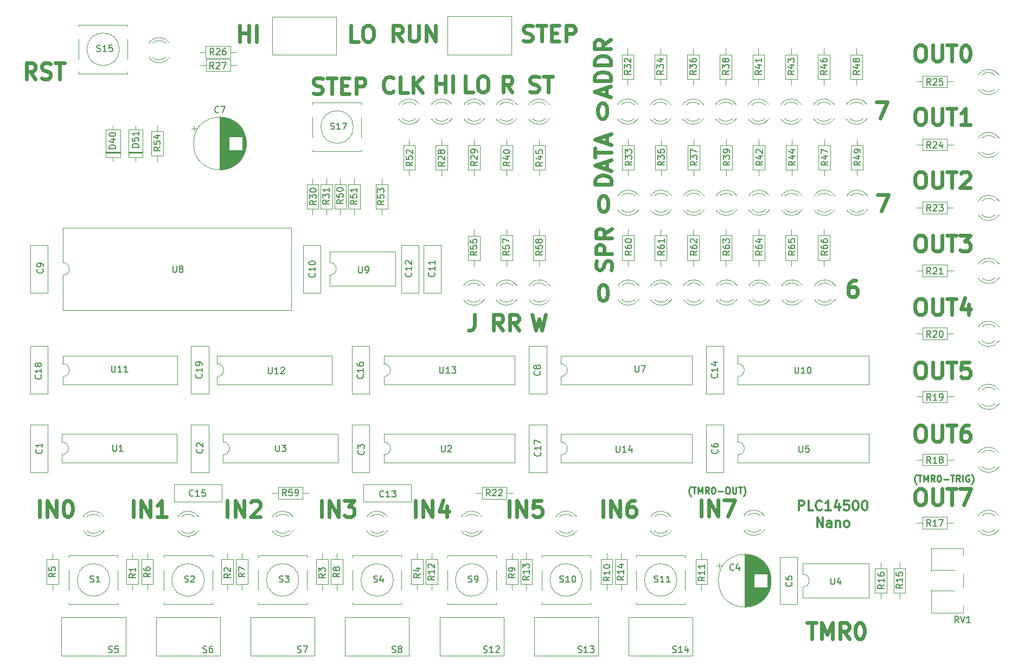
<source format=gbr>
%TF.GenerationSoftware,KiCad,Pcbnew,(5.1.9)-1*%
%TF.CreationDate,2023-03-04T14:05:38+01:00*%
%TF.ProjectId,plc14500,706c6331-3435-4303-902e-6b696361645f,rev?*%
%TF.SameCoordinates,Original*%
%TF.FileFunction,Legend,Top*%
%TF.FilePolarity,Positive*%
%FSLAX46Y46*%
G04 Gerber Fmt 4.6, Leading zero omitted, Abs format (unit mm)*
G04 Created by KiCad (PCBNEW (5.1.9)-1) date 2023-03-04 14:05:38*
%MOMM*%
%LPD*%
G01*
G04 APERTURE LIST*
%ADD10C,0.375000*%
%ADD11C,0.250000*%
%ADD12C,0.600000*%
%ADD13C,0.120000*%
%ADD14C,0.150000*%
G04 APERTURE END LIST*
D10*
X196248571Y-120186071D02*
X196248571Y-118686071D01*
X196820000Y-118686071D01*
X196962857Y-118757500D01*
X197034285Y-118828928D01*
X197105714Y-118971785D01*
X197105714Y-119186071D01*
X197034285Y-119328928D01*
X196962857Y-119400357D01*
X196820000Y-119471785D01*
X196248571Y-119471785D01*
X198462857Y-120186071D02*
X197748571Y-120186071D01*
X197748571Y-118686071D01*
X199820000Y-120043214D02*
X199748571Y-120114642D01*
X199534285Y-120186071D01*
X199391428Y-120186071D01*
X199177142Y-120114642D01*
X199034285Y-119971785D01*
X198962857Y-119828928D01*
X198891428Y-119543214D01*
X198891428Y-119328928D01*
X198962857Y-119043214D01*
X199034285Y-118900357D01*
X199177142Y-118757500D01*
X199391428Y-118686071D01*
X199534285Y-118686071D01*
X199748571Y-118757500D01*
X199820000Y-118828928D01*
X201248571Y-120186071D02*
X200391428Y-120186071D01*
X200820000Y-120186071D02*
X200820000Y-118686071D01*
X200677142Y-118900357D01*
X200534285Y-119043214D01*
X200391428Y-119114642D01*
X202534285Y-119186071D02*
X202534285Y-120186071D01*
X202177142Y-118614642D02*
X201820000Y-119686071D01*
X202748571Y-119686071D01*
X204034285Y-118686071D02*
X203320000Y-118686071D01*
X203248571Y-119400357D01*
X203320000Y-119328928D01*
X203462857Y-119257500D01*
X203820000Y-119257500D01*
X203962857Y-119328928D01*
X204034285Y-119400357D01*
X204105714Y-119543214D01*
X204105714Y-119900357D01*
X204034285Y-120043214D01*
X203962857Y-120114642D01*
X203820000Y-120186071D01*
X203462857Y-120186071D01*
X203320000Y-120114642D01*
X203248571Y-120043214D01*
X205034285Y-118686071D02*
X205177142Y-118686071D01*
X205320000Y-118757500D01*
X205391428Y-118828928D01*
X205462857Y-118971785D01*
X205534285Y-119257500D01*
X205534285Y-119614642D01*
X205462857Y-119900357D01*
X205391428Y-120043214D01*
X205320000Y-120114642D01*
X205177142Y-120186071D01*
X205034285Y-120186071D01*
X204891428Y-120114642D01*
X204820000Y-120043214D01*
X204748571Y-119900357D01*
X204677142Y-119614642D01*
X204677142Y-119257500D01*
X204748571Y-118971785D01*
X204820000Y-118828928D01*
X204891428Y-118757500D01*
X205034285Y-118686071D01*
X206462857Y-118686071D02*
X206605714Y-118686071D01*
X206748571Y-118757500D01*
X206820000Y-118828928D01*
X206891428Y-118971785D01*
X206962857Y-119257500D01*
X206962857Y-119614642D01*
X206891428Y-119900357D01*
X206820000Y-120043214D01*
X206748571Y-120114642D01*
X206605714Y-120186071D01*
X206462857Y-120186071D01*
X206320000Y-120114642D01*
X206248571Y-120043214D01*
X206177142Y-119900357D01*
X206105714Y-119614642D01*
X206105714Y-119257500D01*
X206177142Y-118971785D01*
X206248571Y-118828928D01*
X206320000Y-118757500D01*
X206462857Y-118686071D01*
X199105714Y-122811071D02*
X199105714Y-121311071D01*
X199962857Y-122811071D01*
X199962857Y-121311071D01*
X201320000Y-122811071D02*
X201320000Y-122025357D01*
X201248571Y-121882500D01*
X201105714Y-121811071D01*
X200820000Y-121811071D01*
X200677142Y-121882500D01*
X201320000Y-122739642D02*
X201177142Y-122811071D01*
X200820000Y-122811071D01*
X200677142Y-122739642D01*
X200605714Y-122596785D01*
X200605714Y-122453928D01*
X200677142Y-122311071D01*
X200820000Y-122239642D01*
X201177142Y-122239642D01*
X201320000Y-122168214D01*
X202034285Y-121811071D02*
X202034285Y-122811071D01*
X202034285Y-121953928D02*
X202105714Y-121882500D01*
X202248571Y-121811071D01*
X202462857Y-121811071D01*
X202605714Y-121882500D01*
X202677142Y-122025357D01*
X202677142Y-122811071D01*
X203605714Y-122811071D02*
X203462857Y-122739642D01*
X203391428Y-122668214D01*
X203320000Y-122525357D01*
X203320000Y-122096785D01*
X203391428Y-121953928D01*
X203462857Y-121882500D01*
X203605714Y-121811071D01*
X203820000Y-121811071D01*
X203962857Y-121882500D01*
X204034285Y-121953928D01*
X204105714Y-122096785D01*
X204105714Y-122525357D01*
X204034285Y-122668214D01*
X203962857Y-122739642D01*
X203820000Y-122811071D01*
X203605714Y-122811071D01*
D11*
X214600476Y-116113333D02*
X214552857Y-116065714D01*
X214457619Y-115922857D01*
X214410000Y-115827619D01*
X214362380Y-115684761D01*
X214314761Y-115446666D01*
X214314761Y-115256190D01*
X214362380Y-115018095D01*
X214410000Y-114875238D01*
X214457619Y-114780000D01*
X214552857Y-114637142D01*
X214600476Y-114589523D01*
X214838571Y-114732380D02*
X215410000Y-114732380D01*
X215124285Y-115732380D02*
X215124285Y-114732380D01*
X215743333Y-115732380D02*
X215743333Y-114732380D01*
X216076666Y-115446666D01*
X216410000Y-114732380D01*
X216410000Y-115732380D01*
X217457619Y-115732380D02*
X217124285Y-115256190D01*
X216886190Y-115732380D02*
X216886190Y-114732380D01*
X217267142Y-114732380D01*
X217362380Y-114780000D01*
X217410000Y-114827619D01*
X217457619Y-114922857D01*
X217457619Y-115065714D01*
X217410000Y-115160952D01*
X217362380Y-115208571D01*
X217267142Y-115256190D01*
X216886190Y-115256190D01*
X218076666Y-114732380D02*
X218171904Y-114732380D01*
X218267142Y-114780000D01*
X218314761Y-114827619D01*
X218362380Y-114922857D01*
X218410000Y-115113333D01*
X218410000Y-115351428D01*
X218362380Y-115541904D01*
X218314761Y-115637142D01*
X218267142Y-115684761D01*
X218171904Y-115732380D01*
X218076666Y-115732380D01*
X217981428Y-115684761D01*
X217933809Y-115637142D01*
X217886190Y-115541904D01*
X217838571Y-115351428D01*
X217838571Y-115113333D01*
X217886190Y-114922857D01*
X217933809Y-114827619D01*
X217981428Y-114780000D01*
X218076666Y-114732380D01*
X218838571Y-115351428D02*
X219600476Y-115351428D01*
X219933809Y-114732380D02*
X220505238Y-114732380D01*
X220219523Y-115732380D02*
X220219523Y-114732380D01*
X221410000Y-115732380D02*
X221076666Y-115256190D01*
X220838571Y-115732380D02*
X220838571Y-114732380D01*
X221219523Y-114732380D01*
X221314761Y-114780000D01*
X221362380Y-114827619D01*
X221410000Y-114922857D01*
X221410000Y-115065714D01*
X221362380Y-115160952D01*
X221314761Y-115208571D01*
X221219523Y-115256190D01*
X220838571Y-115256190D01*
X221838571Y-115732380D02*
X221838571Y-114732380D01*
X222838571Y-114780000D02*
X222743333Y-114732380D01*
X222600476Y-114732380D01*
X222457619Y-114780000D01*
X222362380Y-114875238D01*
X222314761Y-114970476D01*
X222267142Y-115160952D01*
X222267142Y-115303809D01*
X222314761Y-115494285D01*
X222362380Y-115589523D01*
X222457619Y-115684761D01*
X222600476Y-115732380D01*
X222695714Y-115732380D01*
X222838571Y-115684761D01*
X222886190Y-115637142D01*
X222886190Y-115303809D01*
X222695714Y-115303809D01*
X223219523Y-116113333D02*
X223267142Y-116065714D01*
X223362380Y-115922857D01*
X223410000Y-115827619D01*
X223457619Y-115684761D01*
X223505238Y-115446666D01*
X223505238Y-115256190D01*
X223457619Y-115018095D01*
X223410000Y-114875238D01*
X223362380Y-114780000D01*
X223267142Y-114637142D01*
X223219523Y-114589523D01*
X179370952Y-117983333D02*
X179323333Y-117935714D01*
X179228095Y-117792857D01*
X179180476Y-117697619D01*
X179132857Y-117554761D01*
X179085238Y-117316666D01*
X179085238Y-117126190D01*
X179132857Y-116888095D01*
X179180476Y-116745238D01*
X179228095Y-116650000D01*
X179323333Y-116507142D01*
X179370952Y-116459523D01*
X179609047Y-116602380D02*
X180180476Y-116602380D01*
X179894761Y-117602380D02*
X179894761Y-116602380D01*
X180513809Y-117602380D02*
X180513809Y-116602380D01*
X180847142Y-117316666D01*
X181180476Y-116602380D01*
X181180476Y-117602380D01*
X182228095Y-117602380D02*
X181894761Y-117126190D01*
X181656666Y-117602380D02*
X181656666Y-116602380D01*
X182037619Y-116602380D01*
X182132857Y-116650000D01*
X182180476Y-116697619D01*
X182228095Y-116792857D01*
X182228095Y-116935714D01*
X182180476Y-117030952D01*
X182132857Y-117078571D01*
X182037619Y-117126190D01*
X181656666Y-117126190D01*
X182847142Y-116602380D02*
X182942380Y-116602380D01*
X183037619Y-116650000D01*
X183085238Y-116697619D01*
X183132857Y-116792857D01*
X183180476Y-116983333D01*
X183180476Y-117221428D01*
X183132857Y-117411904D01*
X183085238Y-117507142D01*
X183037619Y-117554761D01*
X182942380Y-117602380D01*
X182847142Y-117602380D01*
X182751904Y-117554761D01*
X182704285Y-117507142D01*
X182656666Y-117411904D01*
X182609047Y-117221428D01*
X182609047Y-116983333D01*
X182656666Y-116792857D01*
X182704285Y-116697619D01*
X182751904Y-116650000D01*
X182847142Y-116602380D01*
X183609047Y-117221428D02*
X184370952Y-117221428D01*
X185037619Y-116602380D02*
X185228095Y-116602380D01*
X185323333Y-116650000D01*
X185418571Y-116745238D01*
X185466190Y-116935714D01*
X185466190Y-117269047D01*
X185418571Y-117459523D01*
X185323333Y-117554761D01*
X185228095Y-117602380D01*
X185037619Y-117602380D01*
X184942380Y-117554761D01*
X184847142Y-117459523D01*
X184799523Y-117269047D01*
X184799523Y-116935714D01*
X184847142Y-116745238D01*
X184942380Y-116650000D01*
X185037619Y-116602380D01*
X185894761Y-116602380D02*
X185894761Y-117411904D01*
X185942380Y-117507142D01*
X185990000Y-117554761D01*
X186085238Y-117602380D01*
X186275714Y-117602380D01*
X186370952Y-117554761D01*
X186418571Y-117507142D01*
X186466190Y-117411904D01*
X186466190Y-116602380D01*
X186799523Y-116602380D02*
X187370952Y-116602380D01*
X187085238Y-117602380D02*
X187085238Y-116602380D01*
X187609047Y-117983333D02*
X187656666Y-117935714D01*
X187751904Y-117792857D01*
X187799523Y-117697619D01*
X187847142Y-117554761D01*
X187894761Y-117316666D01*
X187894761Y-117126190D01*
X187847142Y-116888095D01*
X187799523Y-116745238D01*
X187751904Y-116650000D01*
X187656666Y-116507142D01*
X187609047Y-116459523D01*
D12*
X120472380Y-55081904D02*
X120829523Y-55200952D01*
X121424761Y-55200952D01*
X121662857Y-55081904D01*
X121781904Y-54962857D01*
X121900952Y-54724761D01*
X121900952Y-54486666D01*
X121781904Y-54248571D01*
X121662857Y-54129523D01*
X121424761Y-54010476D01*
X120948571Y-53891428D01*
X120710476Y-53772380D01*
X120591428Y-53653333D01*
X120472380Y-53415238D01*
X120472380Y-53177142D01*
X120591428Y-52939047D01*
X120710476Y-52820000D01*
X120948571Y-52700952D01*
X121543809Y-52700952D01*
X121900952Y-52820000D01*
X122615238Y-52700952D02*
X124043809Y-52700952D01*
X123329523Y-55200952D02*
X123329523Y-52700952D01*
X124877142Y-53891428D02*
X125710476Y-53891428D01*
X126067619Y-55200952D02*
X124877142Y-55200952D01*
X124877142Y-52700952D01*
X126067619Y-52700952D01*
X127139047Y-55200952D02*
X127139047Y-52700952D01*
X128091428Y-52700952D01*
X128329523Y-52820000D01*
X128448571Y-52939047D01*
X128567619Y-53177142D01*
X128567619Y-53534285D01*
X128448571Y-53772380D01*
X128329523Y-53891428D01*
X128091428Y-54010476D01*
X127139047Y-54010476D01*
X77080952Y-52880952D02*
X76247619Y-51690476D01*
X75652380Y-52880952D02*
X75652380Y-50380952D01*
X76604761Y-50380952D01*
X76842857Y-50500000D01*
X76961904Y-50619047D01*
X77080952Y-50857142D01*
X77080952Y-51214285D01*
X76961904Y-51452380D01*
X76842857Y-51571428D01*
X76604761Y-51690476D01*
X75652380Y-51690476D01*
X78033333Y-52761904D02*
X78390476Y-52880952D01*
X78985714Y-52880952D01*
X79223809Y-52761904D01*
X79342857Y-52642857D01*
X79461904Y-52404761D01*
X79461904Y-52166666D01*
X79342857Y-51928571D01*
X79223809Y-51809523D01*
X78985714Y-51690476D01*
X78509523Y-51571428D01*
X78271428Y-51452380D01*
X78152380Y-51333333D01*
X78033333Y-51095238D01*
X78033333Y-50857142D01*
X78152380Y-50619047D01*
X78271428Y-50500000D01*
X78509523Y-50380952D01*
X79104761Y-50380952D01*
X79461904Y-50500000D01*
X80176190Y-50380952D02*
X81604761Y-50380952D01*
X80890476Y-52880952D02*
X80890476Y-50380952D01*
X153242380Y-46896904D02*
X153599523Y-47015952D01*
X154194761Y-47015952D01*
X154432857Y-46896904D01*
X154551904Y-46777857D01*
X154670952Y-46539761D01*
X154670952Y-46301666D01*
X154551904Y-46063571D01*
X154432857Y-45944523D01*
X154194761Y-45825476D01*
X153718571Y-45706428D01*
X153480476Y-45587380D01*
X153361428Y-45468333D01*
X153242380Y-45230238D01*
X153242380Y-44992142D01*
X153361428Y-44754047D01*
X153480476Y-44635000D01*
X153718571Y-44515952D01*
X154313809Y-44515952D01*
X154670952Y-44635000D01*
X155385238Y-44515952D02*
X156813809Y-44515952D01*
X156099523Y-47015952D02*
X156099523Y-44515952D01*
X157647142Y-45706428D02*
X158480476Y-45706428D01*
X158837619Y-47015952D02*
X157647142Y-47015952D01*
X157647142Y-44515952D01*
X158837619Y-44515952D01*
X159909047Y-47015952D02*
X159909047Y-44515952D01*
X160861428Y-44515952D01*
X161099523Y-44635000D01*
X161218571Y-44754047D01*
X161337619Y-44992142D01*
X161337619Y-45349285D01*
X161218571Y-45587380D01*
X161099523Y-45706428D01*
X160861428Y-45825476D01*
X159909047Y-45825476D01*
X134394761Y-47015952D02*
X133561428Y-45825476D01*
X132966190Y-47015952D02*
X132966190Y-44515952D01*
X133918571Y-44515952D01*
X134156666Y-44635000D01*
X134275714Y-44754047D01*
X134394761Y-44992142D01*
X134394761Y-45349285D01*
X134275714Y-45587380D01*
X134156666Y-45706428D01*
X133918571Y-45825476D01*
X132966190Y-45825476D01*
X135466190Y-44515952D02*
X135466190Y-46539761D01*
X135585238Y-46777857D01*
X135704285Y-46896904D01*
X135942380Y-47015952D01*
X136418571Y-47015952D01*
X136656666Y-46896904D01*
X136775714Y-46777857D01*
X136894761Y-46539761D01*
X136894761Y-44515952D01*
X138085238Y-47015952D02*
X138085238Y-44515952D01*
X139513809Y-47015952D01*
X139513809Y-44515952D01*
X109010476Y-47035952D02*
X109010476Y-44535952D01*
X109010476Y-45726428D02*
X110439047Y-45726428D01*
X110439047Y-47035952D02*
X110439047Y-44535952D01*
X111629523Y-47035952D02*
X111629523Y-44535952D01*
X127474285Y-47035952D02*
X126283809Y-47035952D01*
X126283809Y-44535952D01*
X128783809Y-44535952D02*
X129260000Y-44535952D01*
X129498095Y-44655000D01*
X129736190Y-44893095D01*
X129855238Y-45369285D01*
X129855238Y-46202619D01*
X129736190Y-46678809D01*
X129498095Y-46916904D01*
X129260000Y-47035952D01*
X128783809Y-47035952D01*
X128545714Y-46916904D01*
X128307619Y-46678809D01*
X128188571Y-46202619D01*
X128188571Y-45369285D01*
X128307619Y-44893095D01*
X128545714Y-44655000D01*
X128783809Y-44535952D01*
X132941904Y-54792857D02*
X132822857Y-54911904D01*
X132465714Y-55030952D01*
X132227619Y-55030952D01*
X131870476Y-54911904D01*
X131632380Y-54673809D01*
X131513333Y-54435714D01*
X131394285Y-53959523D01*
X131394285Y-53602380D01*
X131513333Y-53126190D01*
X131632380Y-52888095D01*
X131870476Y-52650000D01*
X132227619Y-52530952D01*
X132465714Y-52530952D01*
X132822857Y-52650000D01*
X132941904Y-52769047D01*
X135203809Y-55030952D02*
X134013333Y-55030952D01*
X134013333Y-52530952D01*
X136037142Y-55030952D02*
X136037142Y-52530952D01*
X137465714Y-55030952D02*
X136394285Y-53602380D01*
X137465714Y-52530952D02*
X136037142Y-53959523D01*
X145404285Y-54930952D02*
X144213809Y-54930952D01*
X144213809Y-52430952D01*
X146713809Y-52430952D02*
X147190000Y-52430952D01*
X147428095Y-52550000D01*
X147666190Y-52788095D01*
X147785238Y-53264285D01*
X147785238Y-54097619D01*
X147666190Y-54573809D01*
X147428095Y-54811904D01*
X147190000Y-54930952D01*
X146713809Y-54930952D01*
X146475714Y-54811904D01*
X146237619Y-54573809D01*
X146118571Y-54097619D01*
X146118571Y-53264285D01*
X146237619Y-52788095D01*
X146475714Y-52550000D01*
X146713809Y-52430952D01*
X154248329Y-54841904D02*
X154605472Y-54960952D01*
X155200710Y-54960952D01*
X155438805Y-54841904D01*
X155557853Y-54722857D01*
X155676900Y-54484761D01*
X155676900Y-54246666D01*
X155557853Y-54008571D01*
X155438805Y-53889523D01*
X155200710Y-53770476D01*
X154724519Y-53651428D01*
X154486424Y-53532380D01*
X154367376Y-53413333D01*
X154248329Y-53175238D01*
X154248329Y-52937142D01*
X154367376Y-52699047D01*
X154486424Y-52580000D01*
X154724519Y-52460952D01*
X155319757Y-52460952D01*
X155676900Y-52580000D01*
X156391186Y-52460952D02*
X157819757Y-52460952D01*
X157105472Y-54960952D02*
X157105472Y-52460952D01*
X139610476Y-54910952D02*
X139610476Y-52410952D01*
X139610476Y-53601428D02*
X141039047Y-53601428D01*
X141039047Y-54910952D02*
X141039047Y-52410952D01*
X142229523Y-54910952D02*
X142229523Y-52410952D01*
X151508809Y-54960952D02*
X150675476Y-53770476D01*
X150080238Y-54960952D02*
X150080238Y-52460952D01*
X151032619Y-52460952D01*
X151270714Y-52580000D01*
X151389761Y-52699047D01*
X151508809Y-52937142D01*
X151508809Y-53294285D01*
X151389761Y-53532380D01*
X151270714Y-53651428D01*
X151032619Y-53770476D01*
X150080238Y-53770476D01*
X166166666Y-55455238D02*
X166166666Y-54264761D01*
X166880952Y-55693333D02*
X164380952Y-54860000D01*
X166880952Y-54026666D01*
X166880952Y-53193333D02*
X164380952Y-53193333D01*
X164380952Y-52598095D01*
X164500000Y-52240952D01*
X164738095Y-52002857D01*
X164976190Y-51883809D01*
X165452380Y-51764761D01*
X165809523Y-51764761D01*
X166285714Y-51883809D01*
X166523809Y-52002857D01*
X166761904Y-52240952D01*
X166880952Y-52598095D01*
X166880952Y-53193333D01*
X166880952Y-50693333D02*
X164380952Y-50693333D01*
X164380952Y-50098095D01*
X164500000Y-49740952D01*
X164738095Y-49502857D01*
X164976190Y-49383809D01*
X165452380Y-49264761D01*
X165809523Y-49264761D01*
X166285714Y-49383809D01*
X166523809Y-49502857D01*
X166761904Y-49740952D01*
X166880952Y-50098095D01*
X166880952Y-50693333D01*
X166880952Y-46764761D02*
X165690476Y-47598095D01*
X166880952Y-48193333D02*
X164380952Y-48193333D01*
X164380952Y-47240952D01*
X164500000Y-47002857D01*
X164619047Y-46883809D01*
X164857142Y-46764761D01*
X165214285Y-46764761D01*
X165452380Y-46883809D01*
X165571428Y-47002857D01*
X165690476Y-47240952D01*
X165690476Y-48193333D01*
X208406666Y-56490952D02*
X210073333Y-56490952D01*
X209001904Y-58990952D01*
X165480952Y-56610952D02*
X165719047Y-56610952D01*
X165957142Y-56730000D01*
X166076190Y-56849047D01*
X166195238Y-57087142D01*
X166314285Y-57563333D01*
X166314285Y-58158571D01*
X166195238Y-58634761D01*
X166076190Y-58872857D01*
X165957142Y-58991904D01*
X165719047Y-59110952D01*
X165480952Y-59110952D01*
X165242857Y-58991904D01*
X165123809Y-58872857D01*
X165004761Y-58634761D01*
X164885714Y-58158571D01*
X164885714Y-57563333D01*
X165004761Y-57087142D01*
X165123809Y-56849047D01*
X165242857Y-56730000D01*
X165480952Y-56610952D01*
X208546666Y-70980952D02*
X210213333Y-70980952D01*
X209141904Y-73480952D01*
X166960952Y-69350000D02*
X164460952Y-69350000D01*
X164460952Y-68754761D01*
X164580000Y-68397619D01*
X164818095Y-68159523D01*
X165056190Y-68040476D01*
X165532380Y-67921428D01*
X165889523Y-67921428D01*
X166365714Y-68040476D01*
X166603809Y-68159523D01*
X166841904Y-68397619D01*
X166960952Y-68754761D01*
X166960952Y-69350000D01*
X166246666Y-66969047D02*
X166246666Y-65778571D01*
X166960952Y-67207142D02*
X164460952Y-66373809D01*
X166960952Y-65540476D01*
X164460952Y-65064285D02*
X164460952Y-63635714D01*
X166960952Y-64350000D02*
X164460952Y-64350000D01*
X166246666Y-62921428D02*
X166246666Y-61730952D01*
X166960952Y-63159523D02*
X164460952Y-62326190D01*
X166960952Y-61492857D01*
X165620952Y-71100952D02*
X165859047Y-71100952D01*
X166097142Y-71220000D01*
X166216190Y-71339047D01*
X166335238Y-71577142D01*
X166454285Y-72053333D01*
X166454285Y-72648571D01*
X166335238Y-73124761D01*
X166216190Y-73362857D01*
X166097142Y-73481904D01*
X165859047Y-73600952D01*
X165620952Y-73600952D01*
X165382857Y-73481904D01*
X165263809Y-73362857D01*
X165144761Y-73124761D01*
X165025714Y-72648571D01*
X165025714Y-72053333D01*
X165144761Y-71577142D01*
X165263809Y-71339047D01*
X165382857Y-71220000D01*
X165620952Y-71100952D01*
X154603567Y-89630952D02*
X155198805Y-92130952D01*
X155674996Y-90345238D01*
X156151186Y-92130952D01*
X156746424Y-89630952D01*
X150058805Y-92130952D02*
X149225472Y-90940476D01*
X148630234Y-92130952D02*
X148630234Y-89630952D01*
X149582615Y-89630952D01*
X149820710Y-89750000D01*
X149939757Y-89869047D01*
X150058805Y-90107142D01*
X150058805Y-90464285D01*
X149939757Y-90702380D01*
X149820710Y-90821428D01*
X149582615Y-90940476D01*
X148630234Y-90940476D01*
X152558805Y-92130952D02*
X151725472Y-90940476D01*
X151130234Y-92130952D02*
X151130234Y-89630952D01*
X152082615Y-89630952D01*
X152320710Y-89750000D01*
X152439757Y-89869047D01*
X152558805Y-90107142D01*
X152558805Y-90464285D01*
X152439757Y-90702380D01*
X152320710Y-90821428D01*
X152082615Y-90940476D01*
X151130234Y-90940476D01*
X145617142Y-89610952D02*
X145617142Y-91396666D01*
X145498095Y-91753809D01*
X145260000Y-91991904D01*
X144902857Y-92110952D01*
X144664761Y-92110952D01*
X205156190Y-84350952D02*
X204680000Y-84350952D01*
X204441904Y-84470000D01*
X204322857Y-84589047D01*
X204084761Y-84946190D01*
X203965714Y-85422380D01*
X203965714Y-86374761D01*
X204084761Y-86612857D01*
X204203809Y-86731904D01*
X204441904Y-86850952D01*
X204918095Y-86850952D01*
X205156190Y-86731904D01*
X205275238Y-86612857D01*
X205394285Y-86374761D01*
X205394285Y-85779523D01*
X205275238Y-85541428D01*
X205156190Y-85422380D01*
X204918095Y-85303333D01*
X204441904Y-85303333D01*
X204203809Y-85422380D01*
X204084761Y-85541428D01*
X203965714Y-85779523D01*
X165570952Y-84990952D02*
X165809047Y-84990952D01*
X166047142Y-85110000D01*
X166166190Y-85229047D01*
X166285238Y-85467142D01*
X166404285Y-85943333D01*
X166404285Y-86538571D01*
X166285238Y-87014761D01*
X166166190Y-87252857D01*
X166047142Y-87371904D01*
X165809047Y-87490952D01*
X165570952Y-87490952D01*
X165332857Y-87371904D01*
X165213809Y-87252857D01*
X165094761Y-87014761D01*
X164975714Y-86538571D01*
X164975714Y-85943333D01*
X165094761Y-85467142D01*
X165213809Y-85229047D01*
X165332857Y-85110000D01*
X165570952Y-84990952D01*
X166961904Y-82674285D02*
X167080952Y-82317142D01*
X167080952Y-81721904D01*
X166961904Y-81483809D01*
X166842857Y-81364761D01*
X166604761Y-81245714D01*
X166366666Y-81245714D01*
X166128571Y-81364761D01*
X166009523Y-81483809D01*
X165890476Y-81721904D01*
X165771428Y-82198095D01*
X165652380Y-82436190D01*
X165533333Y-82555238D01*
X165295238Y-82674285D01*
X165057142Y-82674285D01*
X164819047Y-82555238D01*
X164700000Y-82436190D01*
X164580952Y-82198095D01*
X164580952Y-81602857D01*
X164700000Y-81245714D01*
X167080952Y-80174285D02*
X164580952Y-80174285D01*
X164580952Y-79221904D01*
X164700000Y-78983809D01*
X164819047Y-78864761D01*
X165057142Y-78745714D01*
X165414285Y-78745714D01*
X165652380Y-78864761D01*
X165771428Y-78983809D01*
X165890476Y-79221904D01*
X165890476Y-80174285D01*
X167080952Y-76245714D02*
X165890476Y-77079047D01*
X167080952Y-77674285D02*
X164580952Y-77674285D01*
X164580952Y-76721904D01*
X164700000Y-76483809D01*
X164819047Y-76364761D01*
X165057142Y-76245714D01*
X165414285Y-76245714D01*
X165652380Y-76364761D01*
X165771428Y-76483809D01*
X165890476Y-76721904D01*
X165890476Y-77674285D01*
X215009523Y-47590952D02*
X215485714Y-47590952D01*
X215723809Y-47710000D01*
X215961904Y-47948095D01*
X216080952Y-48424285D01*
X216080952Y-49257619D01*
X215961904Y-49733809D01*
X215723809Y-49971904D01*
X215485714Y-50090952D01*
X215009523Y-50090952D01*
X214771428Y-49971904D01*
X214533333Y-49733809D01*
X214414285Y-49257619D01*
X214414285Y-48424285D01*
X214533333Y-47948095D01*
X214771428Y-47710000D01*
X215009523Y-47590952D01*
X217152380Y-47590952D02*
X217152380Y-49614761D01*
X217271428Y-49852857D01*
X217390476Y-49971904D01*
X217628571Y-50090952D01*
X218104761Y-50090952D01*
X218342857Y-49971904D01*
X218461904Y-49852857D01*
X218580952Y-49614761D01*
X218580952Y-47590952D01*
X219414285Y-47590952D02*
X220842857Y-47590952D01*
X220128571Y-50090952D02*
X220128571Y-47590952D01*
X222152380Y-47590952D02*
X222390476Y-47590952D01*
X222628571Y-47710000D01*
X222747619Y-47829047D01*
X222866666Y-48067142D01*
X222985714Y-48543333D01*
X222985714Y-49138571D01*
X222866666Y-49614761D01*
X222747619Y-49852857D01*
X222628571Y-49971904D01*
X222390476Y-50090952D01*
X222152380Y-50090952D01*
X221914285Y-49971904D01*
X221795238Y-49852857D01*
X221676190Y-49614761D01*
X221557142Y-49138571D01*
X221557142Y-48543333D01*
X221676190Y-48067142D01*
X221795238Y-47829047D01*
X221914285Y-47710000D01*
X222152380Y-47590952D01*
X215009523Y-57486666D02*
X215485714Y-57486666D01*
X215723809Y-57605714D01*
X215961904Y-57843809D01*
X216080952Y-58319999D01*
X216080952Y-59153333D01*
X215961904Y-59629523D01*
X215723809Y-59867618D01*
X215485714Y-59986666D01*
X215009523Y-59986666D01*
X214771428Y-59867618D01*
X214533333Y-59629523D01*
X214414285Y-59153333D01*
X214414285Y-58319999D01*
X214533333Y-57843809D01*
X214771428Y-57605714D01*
X215009523Y-57486666D01*
X217152380Y-57486666D02*
X217152380Y-59510475D01*
X217271428Y-59748571D01*
X217390476Y-59867618D01*
X217628571Y-59986666D01*
X218104761Y-59986666D01*
X218342857Y-59867618D01*
X218461904Y-59748571D01*
X218580952Y-59510475D01*
X218580952Y-57486666D01*
X219414285Y-57486666D02*
X220842857Y-57486666D01*
X220128571Y-59986666D02*
X220128571Y-57486666D01*
X222985714Y-59986666D02*
X221557142Y-59986666D01*
X222271428Y-59986666D02*
X222271428Y-57486666D01*
X222033333Y-57843809D01*
X221795238Y-58081904D01*
X221557142Y-58200952D01*
X215009523Y-67382380D02*
X215485714Y-67382380D01*
X215723809Y-67501428D01*
X215961904Y-67739523D01*
X216080952Y-68215713D01*
X216080952Y-69049047D01*
X215961904Y-69525237D01*
X215723809Y-69763332D01*
X215485714Y-69882380D01*
X215009523Y-69882380D01*
X214771428Y-69763332D01*
X214533333Y-69525237D01*
X214414285Y-69049047D01*
X214414285Y-68215713D01*
X214533333Y-67739523D01*
X214771428Y-67501428D01*
X215009523Y-67382380D01*
X217152380Y-67382380D02*
X217152380Y-69406189D01*
X217271428Y-69644285D01*
X217390476Y-69763332D01*
X217628571Y-69882380D01*
X218104761Y-69882380D01*
X218342857Y-69763332D01*
X218461904Y-69644285D01*
X218580952Y-69406189D01*
X218580952Y-67382380D01*
X219414285Y-67382380D02*
X220842857Y-67382380D01*
X220128571Y-69882380D02*
X220128571Y-67382380D01*
X221557142Y-67620475D02*
X221676190Y-67501428D01*
X221914285Y-67382380D01*
X222509523Y-67382380D01*
X222747619Y-67501428D01*
X222866666Y-67620475D01*
X222985714Y-67858570D01*
X222985714Y-68096666D01*
X222866666Y-68453808D01*
X221438095Y-69882380D01*
X222985714Y-69882380D01*
X215009523Y-77278094D02*
X215485714Y-77278094D01*
X215723809Y-77397142D01*
X215961904Y-77635237D01*
X216080952Y-78111427D01*
X216080952Y-78944761D01*
X215961904Y-79420951D01*
X215723809Y-79659046D01*
X215485714Y-79778094D01*
X215009523Y-79778094D01*
X214771428Y-79659046D01*
X214533333Y-79420951D01*
X214414285Y-78944761D01*
X214414285Y-78111427D01*
X214533333Y-77635237D01*
X214771428Y-77397142D01*
X215009523Y-77278094D01*
X217152380Y-77278094D02*
X217152380Y-79301903D01*
X217271428Y-79539999D01*
X217390476Y-79659046D01*
X217628571Y-79778094D01*
X218104761Y-79778094D01*
X218342857Y-79659046D01*
X218461904Y-79539999D01*
X218580952Y-79301903D01*
X218580952Y-77278094D01*
X219414285Y-77278094D02*
X220842857Y-77278094D01*
X220128571Y-79778094D02*
X220128571Y-77278094D01*
X221438095Y-77278094D02*
X222985714Y-77278094D01*
X222152380Y-78230475D01*
X222509523Y-78230475D01*
X222747619Y-78349522D01*
X222866666Y-78468570D01*
X222985714Y-78706665D01*
X222985714Y-79301903D01*
X222866666Y-79539999D01*
X222747619Y-79659046D01*
X222509523Y-79778094D01*
X221795238Y-79778094D01*
X221557142Y-79659046D01*
X221438095Y-79539999D01*
X215009523Y-87173808D02*
X215485714Y-87173808D01*
X215723809Y-87292856D01*
X215961904Y-87530951D01*
X216080952Y-88007141D01*
X216080952Y-88840475D01*
X215961904Y-89316665D01*
X215723809Y-89554760D01*
X215485714Y-89673808D01*
X215009523Y-89673808D01*
X214771428Y-89554760D01*
X214533333Y-89316665D01*
X214414285Y-88840475D01*
X214414285Y-88007141D01*
X214533333Y-87530951D01*
X214771428Y-87292856D01*
X215009523Y-87173808D01*
X217152380Y-87173808D02*
X217152380Y-89197617D01*
X217271428Y-89435713D01*
X217390476Y-89554760D01*
X217628571Y-89673808D01*
X218104761Y-89673808D01*
X218342857Y-89554760D01*
X218461904Y-89435713D01*
X218580952Y-89197617D01*
X218580952Y-87173808D01*
X219414285Y-87173808D02*
X220842857Y-87173808D01*
X220128571Y-89673808D02*
X220128571Y-87173808D01*
X222747619Y-88007141D02*
X222747619Y-89673808D01*
X222152380Y-87054760D02*
X221557142Y-88840475D01*
X223104761Y-88840475D01*
X215009523Y-97069522D02*
X215485714Y-97069522D01*
X215723809Y-97188570D01*
X215961904Y-97426665D01*
X216080952Y-97902855D01*
X216080952Y-98736189D01*
X215961904Y-99212379D01*
X215723809Y-99450474D01*
X215485714Y-99569522D01*
X215009523Y-99569522D01*
X214771428Y-99450474D01*
X214533333Y-99212379D01*
X214414285Y-98736189D01*
X214414285Y-97902855D01*
X214533333Y-97426665D01*
X214771428Y-97188570D01*
X215009523Y-97069522D01*
X217152380Y-97069522D02*
X217152380Y-99093331D01*
X217271428Y-99331427D01*
X217390476Y-99450474D01*
X217628571Y-99569522D01*
X218104761Y-99569522D01*
X218342857Y-99450474D01*
X218461904Y-99331427D01*
X218580952Y-99093331D01*
X218580952Y-97069522D01*
X219414285Y-97069522D02*
X220842857Y-97069522D01*
X220128571Y-99569522D02*
X220128571Y-97069522D01*
X222866666Y-97069522D02*
X221676190Y-97069522D01*
X221557142Y-98259998D01*
X221676190Y-98140950D01*
X221914285Y-98021903D01*
X222509523Y-98021903D01*
X222747619Y-98140950D01*
X222866666Y-98259998D01*
X222985714Y-98498093D01*
X222985714Y-99093331D01*
X222866666Y-99331427D01*
X222747619Y-99450474D01*
X222509523Y-99569522D01*
X221914285Y-99569522D01*
X221676190Y-99450474D01*
X221557142Y-99331427D01*
X215009523Y-106965236D02*
X215485714Y-106965236D01*
X215723809Y-107084284D01*
X215961904Y-107322379D01*
X216080952Y-107798569D01*
X216080952Y-108631903D01*
X215961904Y-109108093D01*
X215723809Y-109346188D01*
X215485714Y-109465236D01*
X215009523Y-109465236D01*
X214771428Y-109346188D01*
X214533333Y-109108093D01*
X214414285Y-108631903D01*
X214414285Y-107798569D01*
X214533333Y-107322379D01*
X214771428Y-107084284D01*
X215009523Y-106965236D01*
X217152380Y-106965236D02*
X217152380Y-108989045D01*
X217271428Y-109227141D01*
X217390476Y-109346188D01*
X217628571Y-109465236D01*
X218104761Y-109465236D01*
X218342857Y-109346188D01*
X218461904Y-109227141D01*
X218580952Y-108989045D01*
X218580952Y-106965236D01*
X219414285Y-106965236D02*
X220842857Y-106965236D01*
X220128571Y-109465236D02*
X220128571Y-106965236D01*
X222747619Y-106965236D02*
X222271428Y-106965236D01*
X222033333Y-107084284D01*
X221914285Y-107203331D01*
X221676190Y-107560474D01*
X221557142Y-108036664D01*
X221557142Y-108989045D01*
X221676190Y-109227141D01*
X221795238Y-109346188D01*
X222033333Y-109465236D01*
X222509523Y-109465236D01*
X222747619Y-109346188D01*
X222866666Y-109227141D01*
X222985714Y-108989045D01*
X222985714Y-108393807D01*
X222866666Y-108155712D01*
X222747619Y-108036664D01*
X222509523Y-107917617D01*
X222033333Y-107917617D01*
X221795238Y-108036664D01*
X221676190Y-108155712D01*
X221557142Y-108393807D01*
X215009523Y-116860952D02*
X215485714Y-116860952D01*
X215723809Y-116980000D01*
X215961904Y-117218095D01*
X216080952Y-117694285D01*
X216080952Y-118527619D01*
X215961904Y-119003809D01*
X215723809Y-119241904D01*
X215485714Y-119360952D01*
X215009523Y-119360952D01*
X214771428Y-119241904D01*
X214533333Y-119003809D01*
X214414285Y-118527619D01*
X214414285Y-117694285D01*
X214533333Y-117218095D01*
X214771428Y-116980000D01*
X215009523Y-116860952D01*
X217152380Y-116860952D02*
X217152380Y-118884761D01*
X217271428Y-119122857D01*
X217390476Y-119241904D01*
X217628571Y-119360952D01*
X218104761Y-119360952D01*
X218342857Y-119241904D01*
X218461904Y-119122857D01*
X218580952Y-118884761D01*
X218580952Y-116860952D01*
X219414285Y-116860952D02*
X220842857Y-116860952D01*
X220128571Y-119360952D02*
X220128571Y-116860952D01*
X221438095Y-116860952D02*
X223104761Y-116860952D01*
X222033333Y-119360952D01*
X181020000Y-121120952D02*
X181020000Y-118620952D01*
X182210476Y-121120952D02*
X182210476Y-118620952D01*
X183639047Y-121120952D01*
X183639047Y-118620952D01*
X184591428Y-118620952D02*
X186258095Y-118620952D01*
X185186666Y-121120952D01*
X197556666Y-137780952D02*
X198985238Y-137780952D01*
X198270952Y-140280952D02*
X198270952Y-137780952D01*
X199818571Y-140280952D02*
X199818571Y-137780952D01*
X200651904Y-139566666D01*
X201485238Y-137780952D01*
X201485238Y-140280952D01*
X204104285Y-140280952D02*
X203270952Y-139090476D01*
X202675714Y-140280952D02*
X202675714Y-137780952D01*
X203628095Y-137780952D01*
X203866190Y-137900000D01*
X203985238Y-138019047D01*
X204104285Y-138257142D01*
X204104285Y-138614285D01*
X203985238Y-138852380D01*
X203866190Y-138971428D01*
X203628095Y-139090476D01*
X202675714Y-139090476D01*
X205651904Y-137780952D02*
X205890000Y-137780952D01*
X206128095Y-137900000D01*
X206247142Y-138019047D01*
X206366190Y-138257142D01*
X206485238Y-138733333D01*
X206485238Y-139328571D01*
X206366190Y-139804761D01*
X206247142Y-140042857D01*
X206128095Y-140161904D01*
X205890000Y-140280952D01*
X205651904Y-140280952D01*
X205413809Y-140161904D01*
X205294761Y-140042857D01*
X205175714Y-139804761D01*
X205056666Y-139328571D01*
X205056666Y-138733333D01*
X205175714Y-138257142D01*
X205294761Y-138019047D01*
X205413809Y-137900000D01*
X205651904Y-137780952D01*
X165730000Y-121200952D02*
X165730000Y-118700952D01*
X166920476Y-121200952D02*
X166920476Y-118700952D01*
X168349047Y-121200952D01*
X168349047Y-118700952D01*
X170610952Y-118700952D02*
X170134761Y-118700952D01*
X169896666Y-118820000D01*
X169777619Y-118939047D01*
X169539523Y-119296190D01*
X169420476Y-119772380D01*
X169420476Y-120724761D01*
X169539523Y-120962857D01*
X169658571Y-121081904D01*
X169896666Y-121200952D01*
X170372857Y-121200952D01*
X170610952Y-121081904D01*
X170730000Y-120962857D01*
X170849047Y-120724761D01*
X170849047Y-120129523D01*
X170730000Y-119891428D01*
X170610952Y-119772380D01*
X170372857Y-119653333D01*
X169896666Y-119653333D01*
X169658571Y-119772380D01*
X169539523Y-119891428D01*
X169420476Y-120129523D01*
X151063330Y-121200952D02*
X151063330Y-118700952D01*
X152253806Y-121200952D02*
X152253806Y-118700952D01*
X153682377Y-121200952D01*
X153682377Y-118700952D01*
X156063330Y-118700952D02*
X154872853Y-118700952D01*
X154753806Y-119891428D01*
X154872853Y-119772380D01*
X155110949Y-119653333D01*
X155706187Y-119653333D01*
X155944282Y-119772380D01*
X156063330Y-119891428D01*
X156182377Y-120129523D01*
X156182377Y-120724761D01*
X156063330Y-120962857D01*
X155944282Y-121081904D01*
X155706187Y-121200952D01*
X155110949Y-121200952D01*
X154872853Y-121081904D01*
X154753806Y-120962857D01*
X136396664Y-121200952D02*
X136396664Y-118700952D01*
X137587140Y-121200952D02*
X137587140Y-118700952D01*
X139015711Y-121200952D01*
X139015711Y-118700952D01*
X141277616Y-119534285D02*
X141277616Y-121200952D01*
X140682378Y-118581904D02*
X140087140Y-120367619D01*
X141634759Y-120367619D01*
X121729998Y-121200952D02*
X121729998Y-118700952D01*
X122920474Y-121200952D02*
X122920474Y-118700952D01*
X124349045Y-121200952D01*
X124349045Y-118700952D01*
X125301426Y-118700952D02*
X126849045Y-118700952D01*
X126015712Y-119653333D01*
X126372855Y-119653333D01*
X126610950Y-119772380D01*
X126729998Y-119891428D01*
X126849045Y-120129523D01*
X126849045Y-120724761D01*
X126729998Y-120962857D01*
X126610950Y-121081904D01*
X126372855Y-121200952D01*
X125658569Y-121200952D01*
X125420474Y-121081904D01*
X125301426Y-120962857D01*
X107063332Y-121200952D02*
X107063332Y-118700952D01*
X108253808Y-121200952D02*
X108253808Y-118700952D01*
X109682379Y-121200952D01*
X109682379Y-118700952D01*
X110753808Y-118939047D02*
X110872855Y-118820000D01*
X111110951Y-118700952D01*
X111706189Y-118700952D01*
X111944284Y-118820000D01*
X112063332Y-118939047D01*
X112182379Y-119177142D01*
X112182379Y-119415238D01*
X112063332Y-119772380D01*
X110634760Y-121200952D01*
X112182379Y-121200952D01*
X92396666Y-121200952D02*
X92396666Y-118700952D01*
X93587142Y-121200952D02*
X93587142Y-118700952D01*
X95015713Y-121200952D01*
X95015713Y-118700952D01*
X97515713Y-121200952D02*
X96087142Y-121200952D01*
X96801427Y-121200952D02*
X96801427Y-118700952D01*
X96563332Y-119058095D01*
X96325237Y-119296190D01*
X96087142Y-119415238D01*
X77730000Y-121200952D02*
X77730000Y-118700952D01*
X78920476Y-121200952D02*
X78920476Y-118700952D01*
X80349047Y-121200952D01*
X80349047Y-118700952D01*
X82015714Y-118700952D02*
X82253809Y-118700952D01*
X82491904Y-118820000D01*
X82610952Y-118939047D01*
X82730000Y-119177142D01*
X82849047Y-119653333D01*
X82849047Y-120248571D01*
X82730000Y-120724761D01*
X82610952Y-120962857D01*
X82491904Y-121081904D01*
X82253809Y-121200952D01*
X82015714Y-121200952D01*
X81777619Y-121081904D01*
X81658571Y-120962857D01*
X81539523Y-120724761D01*
X81420476Y-120248571D01*
X81420476Y-119653333D01*
X81539523Y-119177142D01*
X81658571Y-118939047D01*
X81777619Y-118820000D01*
X82015714Y-118700952D01*
D13*
%TO.C,RV1*%
X216880000Y-129735000D02*
X216880000Y-129540000D01*
X216880000Y-132780000D02*
X216880000Y-132585000D01*
X221921000Y-132234000D02*
X221921000Y-130085000D01*
X220563000Y-129540000D02*
X216880000Y-129540000D01*
X220563000Y-132780000D02*
X216880000Y-132780000D01*
X221921000Y-132234000D02*
X221921000Y-130085000D01*
X221921000Y-136181000D02*
X221921000Y-135086000D01*
X221921000Y-127235000D02*
X221921000Y-126140000D01*
X216880000Y-129735000D02*
X216880000Y-126140000D01*
X216880000Y-136181000D02*
X216880000Y-132585000D01*
X221921000Y-126140000D02*
X216880000Y-126140000D01*
X221921000Y-136181000D02*
X216880000Y-136181000D01*
%TO.C,S5*%
X91150000Y-142890000D02*
X81150000Y-142890000D01*
X91150000Y-136890000D02*
X91150000Y-142890000D01*
X81150000Y-136890000D02*
X91150000Y-136890000D01*
X81150000Y-142890000D02*
X81150000Y-136890000D01*
%TO.C,S6*%
X105905000Y-142890000D02*
X95905000Y-142890000D01*
X105905000Y-136890000D02*
X105905000Y-142890000D01*
X95905000Y-136890000D02*
X105905000Y-136890000D01*
X95905000Y-142890000D02*
X95905000Y-136890000D01*
%TO.C,S7*%
X120660000Y-142890000D02*
X110660000Y-142890000D01*
X120660000Y-136890000D02*
X120660000Y-142890000D01*
X110660000Y-136890000D02*
X120660000Y-136890000D01*
X110660000Y-142890000D02*
X110660000Y-136890000D01*
%TO.C,S8*%
X135415000Y-142890000D02*
X125415000Y-142890000D01*
X135415000Y-136890000D02*
X135415000Y-142890000D01*
X125415000Y-136890000D02*
X135415000Y-136890000D01*
X125415000Y-142890000D02*
X125415000Y-136890000D01*
%TO.C,S12*%
X150170000Y-142890000D02*
X140170000Y-142890000D01*
X150170000Y-136890000D02*
X150170000Y-142890000D01*
X140170000Y-136890000D02*
X150170000Y-136890000D01*
X140170000Y-142890000D02*
X140170000Y-136890000D01*
%TO.C,S13*%
X164925000Y-142890000D02*
X154925000Y-142890000D01*
X164925000Y-136890000D02*
X164925000Y-142890000D01*
X154925000Y-136890000D02*
X164925000Y-136890000D01*
X154925000Y-142890000D02*
X154925000Y-136890000D01*
%TO.C,S14*%
X179680000Y-142890000D02*
X169680000Y-142890000D01*
X179680000Y-136890000D02*
X179680000Y-142890000D01*
X169680000Y-136890000D02*
X179680000Y-136890000D01*
X169680000Y-142890000D02*
X169680000Y-136890000D01*
%TO.C,S16*%
X114010000Y-43130000D02*
X124010000Y-43130000D01*
X114010000Y-49130000D02*
X114010000Y-43130000D01*
X124010000Y-49130000D02*
X114010000Y-49130000D01*
X124010000Y-43130000D02*
X124010000Y-49130000D01*
%TO.C,S18*%
X141420000Y-43110000D02*
X151420000Y-43110000D01*
X141420000Y-49110000D02*
X141420000Y-43110000D01*
X151420000Y-49110000D02*
X141420000Y-49110000D01*
X151420000Y-43110000D02*
X151420000Y-49110000D01*
%TO.C,D49*%
X198730000Y-84978300D02*
X198730000Y-85134300D01*
X198730000Y-87294300D02*
X198730000Y-87450300D01*
X201331130Y-87294137D02*
G75*
G02*
X199249039Y-87294300I-1041130J1079837D01*
G01*
X201331130Y-85134463D02*
G75*
G03*
X199249039Y-85134300I-1041130J-1079837D01*
G01*
X201962335Y-87292908D02*
G75*
G02*
X198730000Y-87449816I-1672335J1078608D01*
G01*
X201962335Y-85135692D02*
G75*
G03*
X198730000Y-84978784I-1672335J-1078608D01*
G01*
%TO.C,D48*%
X193620000Y-84978300D02*
X193620000Y-85134300D01*
X193620000Y-87294300D02*
X193620000Y-87450300D01*
X196221130Y-87294137D02*
G75*
G02*
X194139039Y-87294300I-1041130J1079837D01*
G01*
X196221130Y-85134463D02*
G75*
G03*
X194139039Y-85134300I-1041130J-1079837D01*
G01*
X196852335Y-87292908D02*
G75*
G02*
X193620000Y-87449816I-1672335J1078608D01*
G01*
X196852335Y-85135692D02*
G75*
G03*
X193620000Y-84978784I-1672335J-1078608D01*
G01*
%TO.C,D47*%
X188510000Y-84978300D02*
X188510000Y-85134300D01*
X188510000Y-87294300D02*
X188510000Y-87450300D01*
X191111130Y-87294137D02*
G75*
G02*
X189029039Y-87294300I-1041130J1079837D01*
G01*
X191111130Y-85134463D02*
G75*
G03*
X189029039Y-85134300I-1041130J-1079837D01*
G01*
X191742335Y-87292908D02*
G75*
G02*
X188510000Y-87449816I-1672335J1078608D01*
G01*
X191742335Y-85135692D02*
G75*
G03*
X188510000Y-84978784I-1672335J-1078608D01*
G01*
%TO.C,D46*%
X183400000Y-84978300D02*
X183400000Y-85134300D01*
X183400000Y-87294300D02*
X183400000Y-87450300D01*
X186001130Y-87294137D02*
G75*
G02*
X183919039Y-87294300I-1041130J1079837D01*
G01*
X186001130Y-85134463D02*
G75*
G03*
X183919039Y-85134300I-1041130J-1079837D01*
G01*
X186632335Y-87292908D02*
G75*
G02*
X183400000Y-87449816I-1672335J1078608D01*
G01*
X186632335Y-85135692D02*
G75*
G03*
X183400000Y-84978784I-1672335J-1078608D01*
G01*
%TO.C,D45*%
X178290000Y-84978300D02*
X178290000Y-85134300D01*
X178290000Y-87294300D02*
X178290000Y-87450300D01*
X180891130Y-87294137D02*
G75*
G02*
X178809039Y-87294300I-1041130J1079837D01*
G01*
X180891130Y-85134463D02*
G75*
G03*
X178809039Y-85134300I-1041130J-1079837D01*
G01*
X181522335Y-87292908D02*
G75*
G02*
X178290000Y-87449816I-1672335J1078608D01*
G01*
X181522335Y-85135692D02*
G75*
G03*
X178290000Y-84978784I-1672335J-1078608D01*
G01*
%TO.C,D44*%
X173180000Y-84978300D02*
X173180000Y-85134300D01*
X173180000Y-87294300D02*
X173180000Y-87450300D01*
X175781130Y-87294137D02*
G75*
G02*
X173699039Y-87294300I-1041130J1079837D01*
G01*
X175781130Y-85134463D02*
G75*
G03*
X173699039Y-85134300I-1041130J-1079837D01*
G01*
X176412335Y-87292908D02*
G75*
G02*
X173180000Y-87449816I-1672335J1078608D01*
G01*
X176412335Y-85135692D02*
G75*
G03*
X173180000Y-84978784I-1672335J-1078608D01*
G01*
%TO.C,D43*%
X168070000Y-84978300D02*
X168070000Y-85134300D01*
X168070000Y-87294300D02*
X168070000Y-87450300D01*
X170671130Y-87294137D02*
G75*
G02*
X168589039Y-87294300I-1041130J1079837D01*
G01*
X170671130Y-85134463D02*
G75*
G03*
X168589039Y-85134300I-1041130J-1079837D01*
G01*
X171302335Y-87292908D02*
G75*
G02*
X168070000Y-87449816I-1672335J1078608D01*
G01*
X171302335Y-85135692D02*
G75*
G03*
X168070000Y-84978784I-1672335J-1078608D01*
G01*
%TO.C,D42*%
X154170000Y-84978300D02*
X154170000Y-85134300D01*
X154170000Y-87294300D02*
X154170000Y-87450300D01*
X156771130Y-87294137D02*
G75*
G02*
X154689039Y-87294300I-1041130J1079837D01*
G01*
X156771130Y-85134463D02*
G75*
G03*
X154689039Y-85134300I-1041130J-1079837D01*
G01*
X157402335Y-87292908D02*
G75*
G02*
X154170000Y-87449816I-1672335J1078608D01*
G01*
X157402335Y-85135692D02*
G75*
G03*
X154170000Y-84978784I-1672335J-1078608D01*
G01*
%TO.C,D41*%
X149030000Y-84978300D02*
X149030000Y-85134300D01*
X149030000Y-87294300D02*
X149030000Y-87450300D01*
X151631130Y-87294137D02*
G75*
G02*
X149549039Y-87294300I-1041130J1079837D01*
G01*
X151631130Y-85134463D02*
G75*
G03*
X149549039Y-85134300I-1041130J-1079837D01*
G01*
X152262335Y-87292908D02*
G75*
G02*
X149030000Y-87449816I-1672335J1078608D01*
G01*
X152262335Y-85135692D02*
G75*
G03*
X149030000Y-84978784I-1672335J-1078608D01*
G01*
%TO.C,D39*%
X143950000Y-84998300D02*
X143950000Y-85154300D01*
X143950000Y-87314300D02*
X143950000Y-87470300D01*
X146551130Y-87314137D02*
G75*
G02*
X144469039Y-87314300I-1041130J1079837D01*
G01*
X146551130Y-85154463D02*
G75*
G03*
X144469039Y-85154300I-1041130J-1079837D01*
G01*
X147182335Y-87312908D02*
G75*
G02*
X143950000Y-87469816I-1672335J1078608D01*
G01*
X147182335Y-85155692D02*
G75*
G03*
X143950000Y-84998784I-1672335J-1078608D01*
G01*
%TO.C,D38*%
X133860000Y-56744000D02*
X133860000Y-56900000D01*
X133860000Y-59060000D02*
X133860000Y-59216000D01*
X136461130Y-59059837D02*
G75*
G02*
X134379039Y-59060000I-1041130J1079837D01*
G01*
X136461130Y-56900163D02*
G75*
G03*
X134379039Y-56900000I-1041130J-1079837D01*
G01*
X137092335Y-59058608D02*
G75*
G02*
X133860000Y-59215516I-1672335J1078608D01*
G01*
X137092335Y-56901392D02*
G75*
G03*
X133860000Y-56744484I-1672335J-1078608D01*
G01*
%TO.C,D37*%
X203760000Y-70964000D02*
X203760000Y-71120000D01*
X203760000Y-73280000D02*
X203760000Y-73436000D01*
X206361130Y-73279837D02*
G75*
G02*
X204279039Y-73280000I-1041130J1079837D01*
G01*
X206361130Y-71120163D02*
G75*
G03*
X204279039Y-71120000I-1041130J-1079837D01*
G01*
X206992335Y-73278608D02*
G75*
G02*
X203760000Y-73435516I-1672335J1078608D01*
G01*
X206992335Y-71121392D02*
G75*
G03*
X203760000Y-70964484I-1672335J-1078608D01*
G01*
%TO.C,D36*%
X203690000Y-56744000D02*
X203690000Y-56900000D01*
X203690000Y-59060000D02*
X203690000Y-59216000D01*
X206291130Y-59059837D02*
G75*
G02*
X204209039Y-59060000I-1041130J1079837D01*
G01*
X206291130Y-56900163D02*
G75*
G03*
X204209039Y-56900000I-1041130J-1079837D01*
G01*
X206922335Y-59058608D02*
G75*
G02*
X203690000Y-59215516I-1672335J1078608D01*
G01*
X206922335Y-56901392D02*
G75*
G03*
X203690000Y-56744484I-1672335J-1078608D01*
G01*
%TO.C,D35*%
X198659000Y-70964000D02*
X198659000Y-71120000D01*
X198659000Y-73280000D02*
X198659000Y-73436000D01*
X201260130Y-73279837D02*
G75*
G02*
X199178039Y-73280000I-1041130J1079837D01*
G01*
X201260130Y-71120163D02*
G75*
G03*
X199178039Y-71120000I-1041130J-1079837D01*
G01*
X201891335Y-73278608D02*
G75*
G02*
X198659000Y-73435516I-1672335J1078608D01*
G01*
X201891335Y-71121392D02*
G75*
G03*
X198659000Y-70964484I-1672335J-1078608D01*
G01*
%TO.C,D34*%
X198589000Y-56744000D02*
X198589000Y-56900000D01*
X198589000Y-59060000D02*
X198589000Y-59216000D01*
X201190130Y-59059837D02*
G75*
G02*
X199108039Y-59060000I-1041130J1079837D01*
G01*
X201190130Y-56900163D02*
G75*
G03*
X199108039Y-56900000I-1041130J-1079837D01*
G01*
X201821335Y-59058608D02*
G75*
G02*
X198589000Y-59215516I-1672335J1078608D01*
G01*
X201821335Y-56901392D02*
G75*
G03*
X198589000Y-56744484I-1672335J-1078608D01*
G01*
%TO.C,D33*%
X154120000Y-56744000D02*
X154120000Y-56900000D01*
X154120000Y-59060000D02*
X154120000Y-59216000D01*
X156721130Y-59059837D02*
G75*
G02*
X154639039Y-59060000I-1041130J1079837D01*
G01*
X156721130Y-56900163D02*
G75*
G03*
X154639039Y-56900000I-1041130J-1079837D01*
G01*
X157352335Y-59058608D02*
G75*
G02*
X154120000Y-59215516I-1672335J1078608D01*
G01*
X157352335Y-56901392D02*
G75*
G03*
X154120000Y-56744484I-1672335J-1078608D01*
G01*
%TO.C,D32*%
X193557000Y-70964000D02*
X193557000Y-71120000D01*
X193557000Y-73280000D02*
X193557000Y-73436000D01*
X196158130Y-73279837D02*
G75*
G02*
X194076039Y-73280000I-1041130J1079837D01*
G01*
X196158130Y-71120163D02*
G75*
G03*
X194076039Y-71120000I-1041130J-1079837D01*
G01*
X196789335Y-73278608D02*
G75*
G02*
X193557000Y-73435516I-1672335J1078608D01*
G01*
X196789335Y-71121392D02*
G75*
G03*
X193557000Y-70964484I-1672335J-1078608D01*
G01*
%TO.C,D31*%
X193487000Y-56744000D02*
X193487000Y-56900000D01*
X193487000Y-59060000D02*
X193487000Y-59216000D01*
X196088130Y-59059837D02*
G75*
G02*
X194006039Y-59060000I-1041130J1079837D01*
G01*
X196088130Y-56900163D02*
G75*
G03*
X194006039Y-56900000I-1041130J-1079837D01*
G01*
X196719335Y-59058608D02*
G75*
G02*
X193487000Y-59215516I-1672335J1078608D01*
G01*
X196719335Y-56901392D02*
G75*
G03*
X193487000Y-56744484I-1672335J-1078608D01*
G01*
%TO.C,D30*%
X188456000Y-70964000D02*
X188456000Y-71120000D01*
X188456000Y-73280000D02*
X188456000Y-73436000D01*
X191057130Y-73279837D02*
G75*
G02*
X188975039Y-73280000I-1041130J1079837D01*
G01*
X191057130Y-71120163D02*
G75*
G03*
X188975039Y-71120000I-1041130J-1079837D01*
G01*
X191688335Y-73278608D02*
G75*
G02*
X188456000Y-73435516I-1672335J1078608D01*
G01*
X191688335Y-71121392D02*
G75*
G03*
X188456000Y-70964484I-1672335J-1078608D01*
G01*
%TO.C,D29*%
X188386000Y-56744000D02*
X188386000Y-56900000D01*
X188386000Y-59060000D02*
X188386000Y-59216000D01*
X190987130Y-59059837D02*
G75*
G02*
X188905039Y-59060000I-1041130J1079837D01*
G01*
X190987130Y-56900163D02*
G75*
G03*
X188905039Y-56900000I-1041130J-1079837D01*
G01*
X191618335Y-59058608D02*
G75*
G02*
X188386000Y-59215516I-1672335J1078608D01*
G01*
X191618335Y-56901392D02*
G75*
G03*
X188386000Y-56744484I-1672335J-1078608D01*
G01*
%TO.C,D28*%
X149055000Y-56744000D02*
X149055000Y-56900000D01*
X149055000Y-59060000D02*
X149055000Y-59216000D01*
X151656130Y-59059837D02*
G75*
G02*
X149574039Y-59060000I-1041130J1079837D01*
G01*
X151656130Y-56900163D02*
G75*
G03*
X149574039Y-56900000I-1041130J-1079837D01*
G01*
X152287335Y-59058608D02*
G75*
G02*
X149055000Y-59215516I-1672335J1078608D01*
G01*
X152287335Y-56901392D02*
G75*
G03*
X149055000Y-56744484I-1672335J-1078608D01*
G01*
%TO.C,D27*%
X183354000Y-70964000D02*
X183354000Y-71120000D01*
X183354000Y-73280000D02*
X183354000Y-73436000D01*
X185955130Y-73279837D02*
G75*
G02*
X183873039Y-73280000I-1041130J1079837D01*
G01*
X185955130Y-71120163D02*
G75*
G03*
X183873039Y-71120000I-1041130J-1079837D01*
G01*
X186586335Y-73278608D02*
G75*
G02*
X183354000Y-73435516I-1672335J1078608D01*
G01*
X186586335Y-71121392D02*
G75*
G03*
X183354000Y-70964484I-1672335J-1078608D01*
G01*
%TO.C,D26*%
X183284000Y-56744000D02*
X183284000Y-56900000D01*
X183284000Y-59060000D02*
X183284000Y-59216000D01*
X185885130Y-59059837D02*
G75*
G02*
X183803039Y-59060000I-1041130J1079837D01*
G01*
X185885130Y-56900163D02*
G75*
G03*
X183803039Y-56900000I-1041130J-1079837D01*
G01*
X186516335Y-59058608D02*
G75*
G02*
X183284000Y-59215516I-1672335J1078608D01*
G01*
X186516335Y-56901392D02*
G75*
G03*
X183284000Y-56744484I-1672335J-1078608D01*
G01*
%TO.C,D25*%
X178253000Y-70964000D02*
X178253000Y-71120000D01*
X178253000Y-73280000D02*
X178253000Y-73436000D01*
X180854130Y-73279837D02*
G75*
G02*
X178772039Y-73280000I-1041130J1079837D01*
G01*
X180854130Y-71120163D02*
G75*
G03*
X178772039Y-71120000I-1041130J-1079837D01*
G01*
X181485335Y-73278608D02*
G75*
G02*
X178253000Y-73435516I-1672335J1078608D01*
G01*
X181485335Y-71121392D02*
G75*
G03*
X178253000Y-70964484I-1672335J-1078608D01*
G01*
%TO.C,D24*%
X178183000Y-56744000D02*
X178183000Y-56900000D01*
X178183000Y-59060000D02*
X178183000Y-59216000D01*
X180784130Y-59059837D02*
G75*
G02*
X178702039Y-59060000I-1041130J1079837D01*
G01*
X180784130Y-56900163D02*
G75*
G03*
X178702039Y-56900000I-1041130J-1079837D01*
G01*
X181415335Y-59058608D02*
G75*
G02*
X178183000Y-59215516I-1672335J1078608D01*
G01*
X181415335Y-56901392D02*
G75*
G03*
X178183000Y-56744484I-1672335J-1078608D01*
G01*
%TO.C,D23*%
X173151000Y-70964000D02*
X173151000Y-71120000D01*
X173151000Y-73280000D02*
X173151000Y-73436000D01*
X175752130Y-73279837D02*
G75*
G02*
X173670039Y-73280000I-1041130J1079837D01*
G01*
X175752130Y-71120163D02*
G75*
G03*
X173670039Y-71120000I-1041130J-1079837D01*
G01*
X176383335Y-73278608D02*
G75*
G02*
X173151000Y-73435516I-1672335J1078608D01*
G01*
X176383335Y-71121392D02*
G75*
G03*
X173151000Y-70964484I-1672335J-1078608D01*
G01*
%TO.C,D22*%
X173081000Y-56744000D02*
X173081000Y-56900000D01*
X173081000Y-59060000D02*
X173081000Y-59216000D01*
X175682130Y-59059837D02*
G75*
G02*
X173600039Y-59060000I-1041130J1079837D01*
G01*
X175682130Y-56900163D02*
G75*
G03*
X173600039Y-56900000I-1041130J-1079837D01*
G01*
X176313335Y-59058608D02*
G75*
G02*
X173081000Y-59215516I-1672335J1078608D01*
G01*
X176313335Y-56901392D02*
G75*
G03*
X173081000Y-56744484I-1672335J-1078608D01*
G01*
%TO.C,D21*%
X168050000Y-70964000D02*
X168050000Y-71120000D01*
X168050000Y-73280000D02*
X168050000Y-73436000D01*
X170651130Y-73279837D02*
G75*
G02*
X168569039Y-73280000I-1041130J1079837D01*
G01*
X170651130Y-71120163D02*
G75*
G03*
X168569039Y-71120000I-1041130J-1079837D01*
G01*
X171282335Y-73278608D02*
G75*
G02*
X168050000Y-73435516I-1672335J1078608D01*
G01*
X171282335Y-71121392D02*
G75*
G03*
X168050000Y-70964484I-1672335J-1078608D01*
G01*
%TO.C,D20*%
X167980000Y-56744000D02*
X167980000Y-56900000D01*
X167980000Y-59060000D02*
X167980000Y-59216000D01*
X170581130Y-59059837D02*
G75*
G02*
X168499039Y-59060000I-1041130J1079837D01*
G01*
X170581130Y-56900163D02*
G75*
G03*
X168499039Y-56900000I-1041130J-1079837D01*
G01*
X171212335Y-59058608D02*
G75*
G02*
X167980000Y-59215516I-1672335J1078608D01*
G01*
X171212335Y-56901392D02*
G75*
G03*
X167980000Y-56744484I-1672335J-1078608D01*
G01*
%TO.C,D19*%
X143990000Y-56744000D02*
X143990000Y-56900000D01*
X143990000Y-59060000D02*
X143990000Y-59216000D01*
X146591130Y-59059837D02*
G75*
G02*
X144509039Y-59060000I-1041130J1079837D01*
G01*
X146591130Y-56900163D02*
G75*
G03*
X144509039Y-56900000I-1041130J-1079837D01*
G01*
X147222335Y-59058608D02*
G75*
G02*
X143990000Y-59215516I-1672335J1078608D01*
G01*
X147222335Y-56901392D02*
G75*
G03*
X143990000Y-56744484I-1672335J-1078608D01*
G01*
%TO.C,D18*%
X138925000Y-56744000D02*
X138925000Y-56900000D01*
X138925000Y-59060000D02*
X138925000Y-59216000D01*
X141526130Y-59059837D02*
G75*
G02*
X139444039Y-59060000I-1041130J1079837D01*
G01*
X141526130Y-56900163D02*
G75*
G03*
X139444039Y-56900000I-1041130J-1079837D01*
G01*
X142157335Y-59058608D02*
G75*
G02*
X138925000Y-59215516I-1672335J1078608D01*
G01*
X142157335Y-56901392D02*
G75*
G03*
X138925000Y-56744484I-1672335J-1078608D01*
G01*
%TO.C,D17*%
X94820000Y-47144000D02*
X94820000Y-47300000D01*
X94820000Y-49460000D02*
X94820000Y-49616000D01*
X97421130Y-49459837D02*
G75*
G02*
X95339039Y-49460000I-1041130J1079837D01*
G01*
X97421130Y-47300163D02*
G75*
G03*
X95339039Y-47300000I-1041130J-1079837D01*
G01*
X98052335Y-49458608D02*
G75*
G02*
X94820000Y-49615516I-1672335J1078608D01*
G01*
X98052335Y-47301392D02*
G75*
G03*
X94820000Y-47144484I-1672335J-1078608D01*
G01*
%TO.C,D16*%
X224290000Y-52114000D02*
X224290000Y-52270000D01*
X224290000Y-54430000D02*
X224290000Y-54586000D01*
X226891130Y-54429837D02*
G75*
G02*
X224809039Y-54430000I-1041130J1079837D01*
G01*
X226891130Y-52270163D02*
G75*
G03*
X224809039Y-52270000I-1041130J-1079837D01*
G01*
X227522335Y-54428608D02*
G75*
G02*
X224290000Y-54585516I-1672335J1078608D01*
G01*
X227522335Y-52271392D02*
G75*
G03*
X224290000Y-52114484I-1672335J-1078608D01*
G01*
%TO.C,D15*%
X224290000Y-61942600D02*
X224290000Y-62098600D01*
X224290000Y-64258600D02*
X224290000Y-64414600D01*
X226891130Y-64258437D02*
G75*
G02*
X224809039Y-64258600I-1041130J1079837D01*
G01*
X226891130Y-62098763D02*
G75*
G03*
X224809039Y-62098600I-1041130J-1079837D01*
G01*
X227522335Y-64257208D02*
G75*
G02*
X224290000Y-64414116I-1672335J1078608D01*
G01*
X227522335Y-62099992D02*
G75*
G03*
X224290000Y-61943084I-1672335J-1078608D01*
G01*
%TO.C,D14*%
X224290000Y-71771100D02*
X224290000Y-71927100D01*
X224290000Y-74087100D02*
X224290000Y-74243100D01*
X226891130Y-74086937D02*
G75*
G02*
X224809039Y-74087100I-1041130J1079837D01*
G01*
X226891130Y-71927263D02*
G75*
G03*
X224809039Y-71927100I-1041130J-1079837D01*
G01*
X227522335Y-74085708D02*
G75*
G02*
X224290000Y-74242616I-1672335J1078608D01*
G01*
X227522335Y-71928492D02*
G75*
G03*
X224290000Y-71771584I-1672335J-1078608D01*
G01*
%TO.C,D13*%
X224290000Y-81599700D02*
X224290000Y-81755700D01*
X224290000Y-83915700D02*
X224290000Y-84071700D01*
X226891130Y-83915537D02*
G75*
G02*
X224809039Y-83915700I-1041130J1079837D01*
G01*
X226891130Y-81755863D02*
G75*
G03*
X224809039Y-81755700I-1041130J-1079837D01*
G01*
X227522335Y-83914308D02*
G75*
G02*
X224290000Y-84071216I-1672335J1078608D01*
G01*
X227522335Y-81757092D02*
G75*
G03*
X224290000Y-81600184I-1672335J-1078608D01*
G01*
%TO.C,D12*%
X224290000Y-91428300D02*
X224290000Y-91584300D01*
X224290000Y-93744300D02*
X224290000Y-93900300D01*
X226891130Y-93744137D02*
G75*
G02*
X224809039Y-93744300I-1041130J1079837D01*
G01*
X226891130Y-91584463D02*
G75*
G03*
X224809039Y-91584300I-1041130J-1079837D01*
G01*
X227522335Y-93742908D02*
G75*
G02*
X224290000Y-93899816I-1672335J1078608D01*
G01*
X227522335Y-91585692D02*
G75*
G03*
X224290000Y-91428784I-1672335J-1078608D01*
G01*
%TO.C,D11*%
X224290000Y-101257000D02*
X224290000Y-101413000D01*
X224290000Y-103573000D02*
X224290000Y-103729000D01*
X226891130Y-103572837D02*
G75*
G02*
X224809039Y-103573000I-1041130J1079837D01*
G01*
X226891130Y-101413163D02*
G75*
G03*
X224809039Y-101413000I-1041130J-1079837D01*
G01*
X227522335Y-103571608D02*
G75*
G02*
X224290000Y-103728516I-1672335J1078608D01*
G01*
X227522335Y-101414392D02*
G75*
G03*
X224290000Y-101257484I-1672335J-1078608D01*
G01*
%TO.C,D10*%
X224290000Y-111085000D02*
X224290000Y-111241000D01*
X224290000Y-113401000D02*
X224290000Y-113557000D01*
X226891130Y-113400837D02*
G75*
G02*
X224809039Y-113401000I-1041130J1079837D01*
G01*
X226891130Y-111241163D02*
G75*
G03*
X224809039Y-111241000I-1041130J-1079837D01*
G01*
X227522335Y-113399608D02*
G75*
G02*
X224290000Y-113556516I-1672335J1078608D01*
G01*
X227522335Y-111242392D02*
G75*
G03*
X224290000Y-111085484I-1672335J-1078608D01*
G01*
%TO.C,D9*%
X224290000Y-120914000D02*
X224290000Y-121070000D01*
X224290000Y-123230000D02*
X224290000Y-123386000D01*
X226891130Y-123229837D02*
G75*
G02*
X224809039Y-123230000I-1041130J1079837D01*
G01*
X226891130Y-121070163D02*
G75*
G03*
X224809039Y-121070000I-1041130J-1079837D01*
G01*
X227522335Y-123228608D02*
G75*
G02*
X224290000Y-123385516I-1672335J1078608D01*
G01*
X227522335Y-121071392D02*
G75*
G03*
X224290000Y-120914484I-1672335J-1078608D01*
G01*
%TO.C,D8*%
X187670000Y-120914000D02*
X187670000Y-121070000D01*
X187670000Y-123230000D02*
X187670000Y-123386000D01*
X190271130Y-123229837D02*
G75*
G02*
X188189039Y-123230000I-1041130J1079837D01*
G01*
X190271130Y-121070163D02*
G75*
G03*
X188189039Y-121070000I-1041130J-1079837D01*
G01*
X190902335Y-123228608D02*
G75*
G02*
X187670000Y-123385516I-1672335J1078608D01*
G01*
X190902335Y-121071392D02*
G75*
G03*
X187670000Y-120914484I-1672335J-1078608D01*
G01*
%TO.C,D7*%
X173115000Y-121074000D02*
X173115000Y-121230000D01*
X173115000Y-123390000D02*
X173115000Y-123546000D01*
X175716130Y-123389837D02*
G75*
G02*
X173634039Y-123390000I-1041130J1079837D01*
G01*
X175716130Y-121230163D02*
G75*
G03*
X173634039Y-121230000I-1041130J-1079837D01*
G01*
X176347335Y-123388608D02*
G75*
G02*
X173115000Y-123545516I-1672335J1078608D01*
G01*
X176347335Y-121231392D02*
G75*
G03*
X173115000Y-121074484I-1672335J-1078608D01*
G01*
%TO.C,D6*%
X158360000Y-121074000D02*
X158360000Y-121230000D01*
X158360000Y-123390000D02*
X158360000Y-123546000D01*
X160961130Y-123389837D02*
G75*
G02*
X158879039Y-123390000I-1041130J1079837D01*
G01*
X160961130Y-121230163D02*
G75*
G03*
X158879039Y-121230000I-1041130J-1079837D01*
G01*
X161592335Y-123388608D02*
G75*
G02*
X158360000Y-123545516I-1672335J1078608D01*
G01*
X161592335Y-121231392D02*
G75*
G03*
X158360000Y-121074484I-1672335J-1078608D01*
G01*
%TO.C,D5*%
X143605000Y-121074000D02*
X143605000Y-121230000D01*
X143605000Y-123390000D02*
X143605000Y-123546000D01*
X146206130Y-123389837D02*
G75*
G02*
X144124039Y-123390000I-1041130J1079837D01*
G01*
X146206130Y-121230163D02*
G75*
G03*
X144124039Y-121230000I-1041130J-1079837D01*
G01*
X146837335Y-123388608D02*
G75*
G02*
X143605000Y-123545516I-1672335J1078608D01*
G01*
X146837335Y-121231392D02*
G75*
G03*
X143605000Y-121074484I-1672335J-1078608D01*
G01*
%TO.C,D4*%
X128850000Y-121074000D02*
X128850000Y-121230000D01*
X128850000Y-123390000D02*
X128850000Y-123546000D01*
X131451130Y-123389837D02*
G75*
G02*
X129369039Y-123390000I-1041130J1079837D01*
G01*
X131451130Y-121230163D02*
G75*
G03*
X129369039Y-121230000I-1041130J-1079837D01*
G01*
X132082335Y-123388608D02*
G75*
G02*
X128850000Y-123545516I-1672335J1078608D01*
G01*
X132082335Y-121231392D02*
G75*
G03*
X128850000Y-121074484I-1672335J-1078608D01*
G01*
%TO.C,D3*%
X114095000Y-121074000D02*
X114095000Y-121230000D01*
X114095000Y-123390000D02*
X114095000Y-123546000D01*
X116696130Y-123389837D02*
G75*
G02*
X114614039Y-123390000I-1041130J1079837D01*
G01*
X116696130Y-121230163D02*
G75*
G03*
X114614039Y-121230000I-1041130J-1079837D01*
G01*
X117327335Y-123388608D02*
G75*
G02*
X114095000Y-123545516I-1672335J1078608D01*
G01*
X117327335Y-121231392D02*
G75*
G03*
X114095000Y-121074484I-1672335J-1078608D01*
G01*
%TO.C,D2*%
X99340000Y-121074000D02*
X99340000Y-121230000D01*
X99340000Y-123390000D02*
X99340000Y-123546000D01*
X101941130Y-123389837D02*
G75*
G02*
X99859039Y-123390000I-1041130J1079837D01*
G01*
X101941130Y-121230163D02*
G75*
G03*
X99859039Y-121230000I-1041130J-1079837D01*
G01*
X102572335Y-123388608D02*
G75*
G02*
X99340000Y-123545516I-1672335J1078608D01*
G01*
X102572335Y-121231392D02*
G75*
G03*
X99340000Y-121074484I-1672335J-1078608D01*
G01*
%TO.C,D1*%
X84585000Y-121074000D02*
X84585000Y-121230000D01*
X84585000Y-123390000D02*
X84585000Y-123546000D01*
X87186130Y-123389837D02*
G75*
G02*
X85104039Y-123390000I-1041130J1079837D01*
G01*
X87186130Y-121230163D02*
G75*
G03*
X85104039Y-121230000I-1041130J-1079837D01*
G01*
X87817335Y-123388608D02*
G75*
G02*
X84585000Y-123545516I-1672335J1078608D01*
G01*
X87817335Y-121231392D02*
G75*
G03*
X84585000Y-121074484I-1672335J-1078608D01*
G01*
%TO.C,C3*%
X126501000Y-106810000D02*
X129241000Y-106810000D01*
X126501000Y-114250000D02*
X129241000Y-114250000D01*
X129241000Y-114250000D02*
X129241000Y-106810000D01*
X126501000Y-114250000D02*
X126501000Y-106810000D01*
%TO.C,C4*%
X183800302Y-128470000D02*
X183800302Y-129270000D01*
X183400302Y-128870000D02*
X184200302Y-128870000D01*
X191891000Y-130652000D02*
X191891000Y-131718000D01*
X191851000Y-130417000D02*
X191851000Y-131953000D01*
X191811000Y-130237000D02*
X191811000Y-132133000D01*
X191771000Y-130087000D02*
X191771000Y-132283000D01*
X191731000Y-129956000D02*
X191731000Y-132414000D01*
X191691000Y-129839000D02*
X191691000Y-132531000D01*
X191651000Y-129732000D02*
X191651000Y-132638000D01*
X191611000Y-129633000D02*
X191611000Y-132737000D01*
X191571000Y-129540000D02*
X191571000Y-132830000D01*
X191531000Y-129454000D02*
X191531000Y-132916000D01*
X191491000Y-129372000D02*
X191491000Y-132998000D01*
X191451000Y-129295000D02*
X191451000Y-133075000D01*
X191411000Y-129221000D02*
X191411000Y-133149000D01*
X191371000Y-129151000D02*
X191371000Y-133219000D01*
X191331000Y-132225000D02*
X191331000Y-133287000D01*
X191331000Y-129083000D02*
X191331000Y-130145000D01*
X191291000Y-132225000D02*
X191291000Y-133351000D01*
X191291000Y-129019000D02*
X191291000Y-130145000D01*
X191251000Y-132225000D02*
X191251000Y-133413000D01*
X191251000Y-128957000D02*
X191251000Y-130145000D01*
X191211000Y-132225000D02*
X191211000Y-133472000D01*
X191211000Y-128898000D02*
X191211000Y-130145000D01*
X191171000Y-132225000D02*
X191171000Y-133530000D01*
X191171000Y-128840000D02*
X191171000Y-130145000D01*
X191131000Y-132225000D02*
X191131000Y-133585000D01*
X191131000Y-128785000D02*
X191131000Y-130145000D01*
X191091000Y-132225000D02*
X191091000Y-133639000D01*
X191091000Y-128731000D02*
X191091000Y-130145000D01*
X191051000Y-132225000D02*
X191051000Y-133690000D01*
X191051000Y-128680000D02*
X191051000Y-130145000D01*
X191011000Y-132225000D02*
X191011000Y-133741000D01*
X191011000Y-128629000D02*
X191011000Y-130145000D01*
X190971000Y-132225000D02*
X190971000Y-133789000D01*
X190971000Y-128581000D02*
X190971000Y-130145000D01*
X190931000Y-132225000D02*
X190931000Y-133836000D01*
X190931000Y-128534000D02*
X190931000Y-130145000D01*
X190891000Y-132225000D02*
X190891000Y-133882000D01*
X190891000Y-128488000D02*
X190891000Y-130145000D01*
X190851000Y-132225000D02*
X190851000Y-133926000D01*
X190851000Y-128444000D02*
X190851000Y-130145000D01*
X190811000Y-132225000D02*
X190811000Y-133969000D01*
X190811000Y-128401000D02*
X190811000Y-130145000D01*
X190771000Y-132225000D02*
X190771000Y-134011000D01*
X190771000Y-128359000D02*
X190771000Y-130145000D01*
X190731000Y-132225000D02*
X190731000Y-134052000D01*
X190731000Y-128318000D02*
X190731000Y-130145000D01*
X190691000Y-132225000D02*
X190691000Y-134092000D01*
X190691000Y-128278000D02*
X190691000Y-130145000D01*
X190651000Y-132225000D02*
X190651000Y-134130000D01*
X190651000Y-128240000D02*
X190651000Y-130145000D01*
X190611000Y-132225000D02*
X190611000Y-134168000D01*
X190611000Y-128202000D02*
X190611000Y-130145000D01*
X190571000Y-132225000D02*
X190571000Y-134204000D01*
X190571000Y-128166000D02*
X190571000Y-130145000D01*
X190531000Y-132225000D02*
X190531000Y-134240000D01*
X190531000Y-128130000D02*
X190531000Y-130145000D01*
X190491000Y-132225000D02*
X190491000Y-134275000D01*
X190491000Y-128095000D02*
X190491000Y-130145000D01*
X190451000Y-132225000D02*
X190451000Y-134309000D01*
X190451000Y-128061000D02*
X190451000Y-130145000D01*
X190411000Y-132225000D02*
X190411000Y-134341000D01*
X190411000Y-128029000D02*
X190411000Y-130145000D01*
X190371000Y-132225000D02*
X190371000Y-134374000D01*
X190371000Y-127996000D02*
X190371000Y-130145000D01*
X190331000Y-132225000D02*
X190331000Y-134405000D01*
X190331000Y-127965000D02*
X190331000Y-130145000D01*
X190291000Y-132225000D02*
X190291000Y-134435000D01*
X190291000Y-127935000D02*
X190291000Y-130145000D01*
X190251000Y-132225000D02*
X190251000Y-134465000D01*
X190251000Y-127905000D02*
X190251000Y-130145000D01*
X190211000Y-132225000D02*
X190211000Y-134494000D01*
X190211000Y-127876000D02*
X190211000Y-130145000D01*
X190171000Y-132225000D02*
X190171000Y-134523000D01*
X190171000Y-127847000D02*
X190171000Y-130145000D01*
X190131000Y-132225000D02*
X190131000Y-134550000D01*
X190131000Y-127820000D02*
X190131000Y-130145000D01*
X190091000Y-132225000D02*
X190091000Y-134577000D01*
X190091000Y-127793000D02*
X190091000Y-130145000D01*
X190051000Y-132225000D02*
X190051000Y-134603000D01*
X190051000Y-127767000D02*
X190051000Y-130145000D01*
X190011000Y-132225000D02*
X190011000Y-134629000D01*
X190011000Y-127741000D02*
X190011000Y-130145000D01*
X189971000Y-132225000D02*
X189971000Y-134654000D01*
X189971000Y-127716000D02*
X189971000Y-130145000D01*
X189931000Y-132225000D02*
X189931000Y-134678000D01*
X189931000Y-127692000D02*
X189931000Y-130145000D01*
X189891000Y-132225000D02*
X189891000Y-134702000D01*
X189891000Y-127668000D02*
X189891000Y-130145000D01*
X189851000Y-132225000D02*
X189851000Y-134725000D01*
X189851000Y-127645000D02*
X189851000Y-130145000D01*
X189811000Y-132225000D02*
X189811000Y-134747000D01*
X189811000Y-127623000D02*
X189811000Y-130145000D01*
X189771000Y-132225000D02*
X189771000Y-134769000D01*
X189771000Y-127601000D02*
X189771000Y-130145000D01*
X189731000Y-132225000D02*
X189731000Y-134791000D01*
X189731000Y-127579000D02*
X189731000Y-130145000D01*
X189691000Y-132225000D02*
X189691000Y-134812000D01*
X189691000Y-127558000D02*
X189691000Y-130145000D01*
X189651000Y-132225000D02*
X189651000Y-134832000D01*
X189651000Y-127538000D02*
X189651000Y-130145000D01*
X189611000Y-132225000D02*
X189611000Y-134851000D01*
X189611000Y-127519000D02*
X189611000Y-130145000D01*
X189571000Y-132225000D02*
X189571000Y-134871000D01*
X189571000Y-127499000D02*
X189571000Y-130145000D01*
X189531000Y-132225000D02*
X189531000Y-134889000D01*
X189531000Y-127481000D02*
X189531000Y-130145000D01*
X189491000Y-132225000D02*
X189491000Y-134907000D01*
X189491000Y-127463000D02*
X189491000Y-130145000D01*
X189451000Y-132225000D02*
X189451000Y-134925000D01*
X189451000Y-127445000D02*
X189451000Y-130145000D01*
X189411000Y-132225000D02*
X189411000Y-134942000D01*
X189411000Y-127428000D02*
X189411000Y-130145000D01*
X189371000Y-132225000D02*
X189371000Y-134959000D01*
X189371000Y-127411000D02*
X189371000Y-130145000D01*
X189331000Y-132225000D02*
X189331000Y-134975000D01*
X189331000Y-127395000D02*
X189331000Y-130145000D01*
X189291000Y-132225000D02*
X189291000Y-134990000D01*
X189291000Y-127380000D02*
X189291000Y-130145000D01*
X189251000Y-127364000D02*
X189251000Y-135006000D01*
X189211000Y-127350000D02*
X189211000Y-135020000D01*
X189171000Y-127335000D02*
X189171000Y-135035000D01*
X189131000Y-127322000D02*
X189131000Y-135048000D01*
X189091000Y-127308000D02*
X189091000Y-135062000D01*
X189051000Y-127296000D02*
X189051000Y-135074000D01*
X189011000Y-127283000D02*
X189011000Y-135087000D01*
X188971000Y-127271000D02*
X188971000Y-135099000D01*
X188931000Y-127260000D02*
X188931000Y-135110000D01*
X188891000Y-127249000D02*
X188891000Y-135121000D01*
X188851000Y-127238000D02*
X188851000Y-135132000D01*
X188811000Y-127228000D02*
X188811000Y-135142000D01*
X188771000Y-127218000D02*
X188771000Y-135152000D01*
X188731000Y-127209000D02*
X188731000Y-135161000D01*
X188691000Y-127200000D02*
X188691000Y-135170000D01*
X188651000Y-127191000D02*
X188651000Y-135179000D01*
X188611000Y-127183000D02*
X188611000Y-135187000D01*
X188571000Y-127175000D02*
X188571000Y-135195000D01*
X188531000Y-127168000D02*
X188531000Y-135202000D01*
X188490000Y-127161000D02*
X188490000Y-135209000D01*
X188450000Y-127155000D02*
X188450000Y-135215000D01*
X188410000Y-127148000D02*
X188410000Y-135222000D01*
X188370000Y-127143000D02*
X188370000Y-135227000D01*
X188330000Y-127137000D02*
X188330000Y-135233000D01*
X188290000Y-127133000D02*
X188290000Y-135237000D01*
X188250000Y-127128000D02*
X188250000Y-135242000D01*
X188210000Y-127124000D02*
X188210000Y-135246000D01*
X188170000Y-127120000D02*
X188170000Y-135250000D01*
X188130000Y-127117000D02*
X188130000Y-135253000D01*
X188090000Y-127114000D02*
X188090000Y-135256000D01*
X188050000Y-127111000D02*
X188050000Y-135259000D01*
X188010000Y-127109000D02*
X188010000Y-135261000D01*
X187970000Y-127108000D02*
X187970000Y-135262000D01*
X187930000Y-127106000D02*
X187930000Y-135264000D01*
X187890000Y-127105000D02*
X187890000Y-135265000D01*
X187850000Y-127105000D02*
X187850000Y-135265000D01*
X187810000Y-127105000D02*
X187810000Y-135265000D01*
X191930000Y-131185000D02*
G75*
G03*
X191930000Y-131185000I-4120000J0D01*
G01*
%TO.C,C5*%
X196040000Y-134905000D02*
X193300000Y-134905000D01*
X196040000Y-127465000D02*
X193300000Y-127465000D01*
X193300000Y-127465000D02*
X193300000Y-134905000D01*
X196040000Y-127465000D02*
X196040000Y-134905000D01*
%TO.C,C6*%
X184492000Y-114250000D02*
X181752000Y-114250000D01*
X184492000Y-106810000D02*
X181752000Y-106810000D01*
X181752000Y-106810000D02*
X181752000Y-114250000D01*
X184492000Y-106810000D02*
X184492000Y-114250000D01*
%TO.C,C7*%
X101860302Y-60225000D02*
X101860302Y-61025000D01*
X101460302Y-60625000D02*
X102260302Y-60625000D01*
X109951000Y-62407000D02*
X109951000Y-63473000D01*
X109911000Y-62172000D02*
X109911000Y-63708000D01*
X109871000Y-61992000D02*
X109871000Y-63888000D01*
X109831000Y-61842000D02*
X109831000Y-64038000D01*
X109791000Y-61711000D02*
X109791000Y-64169000D01*
X109751000Y-61594000D02*
X109751000Y-64286000D01*
X109711000Y-61487000D02*
X109711000Y-64393000D01*
X109671000Y-61388000D02*
X109671000Y-64492000D01*
X109631000Y-61295000D02*
X109631000Y-64585000D01*
X109591000Y-61209000D02*
X109591000Y-64671000D01*
X109551000Y-61127000D02*
X109551000Y-64753000D01*
X109511000Y-61050000D02*
X109511000Y-64830000D01*
X109471000Y-60976000D02*
X109471000Y-64904000D01*
X109431000Y-60906000D02*
X109431000Y-64974000D01*
X109391000Y-63980000D02*
X109391000Y-65042000D01*
X109391000Y-60838000D02*
X109391000Y-61900000D01*
X109351000Y-63980000D02*
X109351000Y-65106000D01*
X109351000Y-60774000D02*
X109351000Y-61900000D01*
X109311000Y-63980000D02*
X109311000Y-65168000D01*
X109311000Y-60712000D02*
X109311000Y-61900000D01*
X109271000Y-63980000D02*
X109271000Y-65227000D01*
X109271000Y-60653000D02*
X109271000Y-61900000D01*
X109231000Y-63980000D02*
X109231000Y-65285000D01*
X109231000Y-60595000D02*
X109231000Y-61900000D01*
X109191000Y-63980000D02*
X109191000Y-65340000D01*
X109191000Y-60540000D02*
X109191000Y-61900000D01*
X109151000Y-63980000D02*
X109151000Y-65394000D01*
X109151000Y-60486000D02*
X109151000Y-61900000D01*
X109111000Y-63980000D02*
X109111000Y-65445000D01*
X109111000Y-60435000D02*
X109111000Y-61900000D01*
X109071000Y-63980000D02*
X109071000Y-65496000D01*
X109071000Y-60384000D02*
X109071000Y-61900000D01*
X109031000Y-63980000D02*
X109031000Y-65544000D01*
X109031000Y-60336000D02*
X109031000Y-61900000D01*
X108991000Y-63980000D02*
X108991000Y-65591000D01*
X108991000Y-60289000D02*
X108991000Y-61900000D01*
X108951000Y-63980000D02*
X108951000Y-65637000D01*
X108951000Y-60243000D02*
X108951000Y-61900000D01*
X108911000Y-63980000D02*
X108911000Y-65681000D01*
X108911000Y-60199000D02*
X108911000Y-61900000D01*
X108871000Y-63980000D02*
X108871000Y-65724000D01*
X108871000Y-60156000D02*
X108871000Y-61900000D01*
X108831000Y-63980000D02*
X108831000Y-65766000D01*
X108831000Y-60114000D02*
X108831000Y-61900000D01*
X108791000Y-63980000D02*
X108791000Y-65807000D01*
X108791000Y-60073000D02*
X108791000Y-61900000D01*
X108751000Y-63980000D02*
X108751000Y-65847000D01*
X108751000Y-60033000D02*
X108751000Y-61900000D01*
X108711000Y-63980000D02*
X108711000Y-65885000D01*
X108711000Y-59995000D02*
X108711000Y-61900000D01*
X108671000Y-63980000D02*
X108671000Y-65923000D01*
X108671000Y-59957000D02*
X108671000Y-61900000D01*
X108631000Y-63980000D02*
X108631000Y-65959000D01*
X108631000Y-59921000D02*
X108631000Y-61900000D01*
X108591000Y-63980000D02*
X108591000Y-65995000D01*
X108591000Y-59885000D02*
X108591000Y-61900000D01*
X108551000Y-63980000D02*
X108551000Y-66030000D01*
X108551000Y-59850000D02*
X108551000Y-61900000D01*
X108511000Y-63980000D02*
X108511000Y-66064000D01*
X108511000Y-59816000D02*
X108511000Y-61900000D01*
X108471000Y-63980000D02*
X108471000Y-66096000D01*
X108471000Y-59784000D02*
X108471000Y-61900000D01*
X108431000Y-63980000D02*
X108431000Y-66129000D01*
X108431000Y-59751000D02*
X108431000Y-61900000D01*
X108391000Y-63980000D02*
X108391000Y-66160000D01*
X108391000Y-59720000D02*
X108391000Y-61900000D01*
X108351000Y-63980000D02*
X108351000Y-66190000D01*
X108351000Y-59690000D02*
X108351000Y-61900000D01*
X108311000Y-63980000D02*
X108311000Y-66220000D01*
X108311000Y-59660000D02*
X108311000Y-61900000D01*
X108271000Y-63980000D02*
X108271000Y-66249000D01*
X108271000Y-59631000D02*
X108271000Y-61900000D01*
X108231000Y-63980000D02*
X108231000Y-66278000D01*
X108231000Y-59602000D02*
X108231000Y-61900000D01*
X108191000Y-63980000D02*
X108191000Y-66305000D01*
X108191000Y-59575000D02*
X108191000Y-61900000D01*
X108151000Y-63980000D02*
X108151000Y-66332000D01*
X108151000Y-59548000D02*
X108151000Y-61900000D01*
X108111000Y-63980000D02*
X108111000Y-66358000D01*
X108111000Y-59522000D02*
X108111000Y-61900000D01*
X108071000Y-63980000D02*
X108071000Y-66384000D01*
X108071000Y-59496000D02*
X108071000Y-61900000D01*
X108031000Y-63980000D02*
X108031000Y-66409000D01*
X108031000Y-59471000D02*
X108031000Y-61900000D01*
X107991000Y-63980000D02*
X107991000Y-66433000D01*
X107991000Y-59447000D02*
X107991000Y-61900000D01*
X107951000Y-63980000D02*
X107951000Y-66457000D01*
X107951000Y-59423000D02*
X107951000Y-61900000D01*
X107911000Y-63980000D02*
X107911000Y-66480000D01*
X107911000Y-59400000D02*
X107911000Y-61900000D01*
X107871000Y-63980000D02*
X107871000Y-66502000D01*
X107871000Y-59378000D02*
X107871000Y-61900000D01*
X107831000Y-63980000D02*
X107831000Y-66524000D01*
X107831000Y-59356000D02*
X107831000Y-61900000D01*
X107791000Y-63980000D02*
X107791000Y-66546000D01*
X107791000Y-59334000D02*
X107791000Y-61900000D01*
X107751000Y-63980000D02*
X107751000Y-66567000D01*
X107751000Y-59313000D02*
X107751000Y-61900000D01*
X107711000Y-63980000D02*
X107711000Y-66587000D01*
X107711000Y-59293000D02*
X107711000Y-61900000D01*
X107671000Y-63980000D02*
X107671000Y-66606000D01*
X107671000Y-59274000D02*
X107671000Y-61900000D01*
X107631000Y-63980000D02*
X107631000Y-66626000D01*
X107631000Y-59254000D02*
X107631000Y-61900000D01*
X107591000Y-63980000D02*
X107591000Y-66644000D01*
X107591000Y-59236000D02*
X107591000Y-61900000D01*
X107551000Y-63980000D02*
X107551000Y-66662000D01*
X107551000Y-59218000D02*
X107551000Y-61900000D01*
X107511000Y-63980000D02*
X107511000Y-66680000D01*
X107511000Y-59200000D02*
X107511000Y-61900000D01*
X107471000Y-63980000D02*
X107471000Y-66697000D01*
X107471000Y-59183000D02*
X107471000Y-61900000D01*
X107431000Y-63980000D02*
X107431000Y-66714000D01*
X107431000Y-59166000D02*
X107431000Y-61900000D01*
X107391000Y-63980000D02*
X107391000Y-66730000D01*
X107391000Y-59150000D02*
X107391000Y-61900000D01*
X107351000Y-63980000D02*
X107351000Y-66745000D01*
X107351000Y-59135000D02*
X107351000Y-61900000D01*
X107311000Y-59119000D02*
X107311000Y-66761000D01*
X107271000Y-59105000D02*
X107271000Y-66775000D01*
X107231000Y-59090000D02*
X107231000Y-66790000D01*
X107191000Y-59077000D02*
X107191000Y-66803000D01*
X107151000Y-59063000D02*
X107151000Y-66817000D01*
X107111000Y-59051000D02*
X107111000Y-66829000D01*
X107071000Y-59038000D02*
X107071000Y-66842000D01*
X107031000Y-59026000D02*
X107031000Y-66854000D01*
X106991000Y-59015000D02*
X106991000Y-66865000D01*
X106951000Y-59004000D02*
X106951000Y-66876000D01*
X106911000Y-58993000D02*
X106911000Y-66887000D01*
X106871000Y-58983000D02*
X106871000Y-66897000D01*
X106831000Y-58973000D02*
X106831000Y-66907000D01*
X106791000Y-58964000D02*
X106791000Y-66916000D01*
X106751000Y-58955000D02*
X106751000Y-66925000D01*
X106711000Y-58946000D02*
X106711000Y-66934000D01*
X106671000Y-58938000D02*
X106671000Y-66942000D01*
X106631000Y-58930000D02*
X106631000Y-66950000D01*
X106591000Y-58923000D02*
X106591000Y-66957000D01*
X106550000Y-58916000D02*
X106550000Y-66964000D01*
X106510000Y-58910000D02*
X106510000Y-66970000D01*
X106470000Y-58903000D02*
X106470000Y-66977000D01*
X106430000Y-58898000D02*
X106430000Y-66982000D01*
X106390000Y-58892000D02*
X106390000Y-66988000D01*
X106350000Y-58888000D02*
X106350000Y-66992000D01*
X106310000Y-58883000D02*
X106310000Y-66997000D01*
X106270000Y-58879000D02*
X106270000Y-67001000D01*
X106230000Y-58875000D02*
X106230000Y-67005000D01*
X106190000Y-58872000D02*
X106190000Y-67008000D01*
X106150000Y-58869000D02*
X106150000Y-67011000D01*
X106110000Y-58866000D02*
X106110000Y-67014000D01*
X106070000Y-58864000D02*
X106070000Y-67016000D01*
X106030000Y-58863000D02*
X106030000Y-67017000D01*
X105990000Y-58861000D02*
X105990000Y-67019000D01*
X105950000Y-58860000D02*
X105950000Y-67020000D01*
X105910000Y-58860000D02*
X105910000Y-67020000D01*
X105870000Y-58860000D02*
X105870000Y-67020000D01*
X109990000Y-62940000D02*
G75*
G03*
X109990000Y-62940000I-4120000J0D01*
G01*
%TO.C,C8*%
X156867000Y-102025000D02*
X154127000Y-102025000D01*
X156867000Y-94585000D02*
X154127000Y-94585000D01*
X154127000Y-94585000D02*
X154127000Y-102025000D01*
X156867000Y-94585000D02*
X156867000Y-102025000D01*
%TO.C,C9*%
X76250000Y-78805000D02*
X78990000Y-78805000D01*
X76250000Y-86245000D02*
X78990000Y-86245000D01*
X78990000Y-86245000D02*
X78990000Y-78805000D01*
X76250000Y-86245000D02*
X76250000Y-78805000D01*
%TO.C,C10*%
X121590000Y-86245000D02*
X118850000Y-86245000D01*
X121590000Y-78805000D02*
X118850000Y-78805000D01*
X118850000Y-78805000D02*
X118850000Y-86245000D01*
X121590000Y-78805000D02*
X121590000Y-86245000D01*
%TO.C,C11*%
X137650000Y-78805000D02*
X140390000Y-78805000D01*
X137650000Y-86245000D02*
X140390000Y-86245000D01*
X140390000Y-86245000D02*
X140390000Y-78805000D01*
X137650000Y-86245000D02*
X137650000Y-78805000D01*
%TO.C,C12*%
X134160000Y-78805000D02*
X136900000Y-78805000D01*
X134160000Y-86245000D02*
X136900000Y-86245000D01*
X136900000Y-86245000D02*
X136900000Y-78805000D01*
X134160000Y-86245000D02*
X134160000Y-78805000D01*
%TO.C,C13*%
X135730000Y-116140000D02*
X135730000Y-118880000D01*
X128290000Y-116140000D02*
X128290000Y-118880000D01*
X128290000Y-118880000D02*
X135730000Y-118880000D01*
X128290000Y-116140000D02*
X135730000Y-116140000D01*
%TO.C,C14*%
X181752000Y-94585000D02*
X184492000Y-94585000D01*
X181752000Y-102025000D02*
X184492000Y-102025000D01*
X184492000Y-102025000D02*
X184492000Y-94585000D01*
X181752000Y-102025000D02*
X181752000Y-94585000D01*
%TO.C,C15*%
X106200000Y-116140000D02*
X106200000Y-118880000D01*
X98760000Y-116140000D02*
X98760000Y-118880000D01*
X98760000Y-118880000D02*
X106200000Y-118880000D01*
X98760000Y-116140000D02*
X106200000Y-116140000D01*
%TO.C,C16*%
X129241000Y-102025000D02*
X126501000Y-102025000D01*
X129241000Y-94585000D02*
X126501000Y-94585000D01*
X126501000Y-94585000D02*
X126501000Y-102025000D01*
X129241000Y-94585000D02*
X129241000Y-102025000D01*
%TO.C,C17*%
X156867000Y-114250000D02*
X154127000Y-114250000D01*
X156867000Y-106810000D02*
X154127000Y-106810000D01*
X154127000Y-106810000D02*
X154127000Y-114250000D01*
X156867000Y-106810000D02*
X156867000Y-114250000D01*
%TO.C,R1*%
X92210000Y-126920000D02*
X92210000Y-127870000D01*
X92210000Y-132660000D02*
X92210000Y-131710000D01*
X91290000Y-127870000D02*
X91290000Y-131710000D01*
X93130000Y-127870000D02*
X91290000Y-127870000D01*
X93130000Y-131710000D02*
X93130000Y-127870000D01*
X91290000Y-131710000D02*
X93130000Y-131710000D01*
%TO.C,R2*%
X107018000Y-126920000D02*
X107018000Y-127870000D01*
X107018000Y-132660000D02*
X107018000Y-131710000D01*
X106098000Y-127870000D02*
X106098000Y-131710000D01*
X107938000Y-127870000D02*
X106098000Y-127870000D01*
X107938000Y-131710000D02*
X107938000Y-127870000D01*
X106098000Y-131710000D02*
X107938000Y-131710000D01*
%TO.C,R3*%
X121827000Y-126920000D02*
X121827000Y-127870000D01*
X121827000Y-132660000D02*
X121827000Y-131710000D01*
X120907000Y-127870000D02*
X120907000Y-131710000D01*
X122747000Y-127870000D02*
X120907000Y-127870000D01*
X122747000Y-131710000D02*
X122747000Y-127870000D01*
X120907000Y-131710000D02*
X122747000Y-131710000D01*
%TO.C,R4*%
X136635000Y-126920000D02*
X136635000Y-127870000D01*
X136635000Y-132660000D02*
X136635000Y-131710000D01*
X135715000Y-127870000D02*
X135715000Y-131710000D01*
X137555000Y-127870000D02*
X135715000Y-127870000D01*
X137555000Y-131710000D02*
X137555000Y-127870000D01*
X135715000Y-131710000D02*
X137555000Y-131710000D01*
%TO.C,R5*%
X79750000Y-126920000D02*
X79750000Y-127870000D01*
X79750000Y-132660000D02*
X79750000Y-131710000D01*
X78830000Y-127870000D02*
X78830000Y-131710000D01*
X80670000Y-127870000D02*
X78830000Y-127870000D01*
X80670000Y-131710000D02*
X80670000Y-127870000D01*
X78830000Y-131710000D02*
X80670000Y-131710000D01*
%TO.C,R6*%
X94541700Y-126920000D02*
X94541700Y-127870000D01*
X94541700Y-132660000D02*
X94541700Y-131710000D01*
X93621700Y-127870000D02*
X93621700Y-131710000D01*
X95461700Y-127870000D02*
X93621700Y-127870000D01*
X95461700Y-131710000D02*
X95461700Y-127870000D01*
X93621700Y-131710000D02*
X95461700Y-131710000D01*
%TO.C,R7*%
X109333000Y-126920000D02*
X109333000Y-127870000D01*
X109333000Y-132660000D02*
X109333000Y-131710000D01*
X108413000Y-127870000D02*
X108413000Y-131710000D01*
X110253000Y-127870000D02*
X108413000Y-127870000D01*
X110253000Y-131710000D02*
X110253000Y-127870000D01*
X108413000Y-131710000D02*
X110253000Y-131710000D01*
%TO.C,R8*%
X124125000Y-126920000D02*
X124125000Y-127870000D01*
X124125000Y-132660000D02*
X124125000Y-131710000D01*
X123205000Y-127870000D02*
X123205000Y-131710000D01*
X125045000Y-127870000D02*
X123205000Y-127870000D01*
X125045000Y-131710000D02*
X125045000Y-127870000D01*
X123205000Y-131710000D02*
X125045000Y-131710000D01*
%TO.C,R9*%
X151443000Y-126920000D02*
X151443000Y-127870000D01*
X151443000Y-132660000D02*
X151443000Y-131710000D01*
X150523000Y-127870000D02*
X150523000Y-131710000D01*
X152363000Y-127870000D02*
X150523000Y-127870000D01*
X152363000Y-131710000D02*
X152363000Y-127870000D01*
X150523000Y-131710000D02*
X152363000Y-131710000D01*
%TO.C,R10*%
X166252000Y-126920000D02*
X166252000Y-127870000D01*
X166252000Y-132660000D02*
X166252000Y-131710000D01*
X165332000Y-127870000D02*
X165332000Y-131710000D01*
X167172000Y-127870000D02*
X165332000Y-127870000D01*
X167172000Y-131710000D02*
X167172000Y-127870000D01*
X165332000Y-131710000D02*
X167172000Y-131710000D01*
%TO.C,R11*%
X181060000Y-126920000D02*
X181060000Y-127870000D01*
X181060000Y-132660000D02*
X181060000Y-131710000D01*
X180140000Y-127870000D02*
X180140000Y-131710000D01*
X181980000Y-127870000D02*
X180140000Y-127870000D01*
X181980000Y-131710000D02*
X181980000Y-127870000D01*
X180140000Y-131710000D02*
X181980000Y-131710000D01*
%TO.C,R12*%
X138917000Y-126920000D02*
X138917000Y-127870000D01*
X138917000Y-132660000D02*
X138917000Y-131710000D01*
X137997000Y-127870000D02*
X137997000Y-131710000D01*
X139837000Y-127870000D02*
X137997000Y-127870000D01*
X139837000Y-131710000D02*
X139837000Y-127870000D01*
X137997000Y-131710000D02*
X139837000Y-131710000D01*
%TO.C,R13*%
X153708000Y-126920000D02*
X153708000Y-127870000D01*
X153708000Y-132660000D02*
X153708000Y-131710000D01*
X152788000Y-127870000D02*
X152788000Y-131710000D01*
X154628000Y-127870000D02*
X152788000Y-127870000D01*
X154628000Y-131710000D02*
X154628000Y-127870000D01*
X152788000Y-131710000D02*
X154628000Y-131710000D01*
%TO.C,R14*%
X168500000Y-126920000D02*
X168500000Y-127870000D01*
X168500000Y-132660000D02*
X168500000Y-131710000D01*
X167580000Y-127870000D02*
X167580000Y-131710000D01*
X169420000Y-127870000D02*
X167580000Y-127870000D01*
X169420000Y-131710000D02*
X169420000Y-127870000D01*
X167580000Y-131710000D02*
X169420000Y-131710000D01*
%TO.C,R15*%
X211970000Y-134055000D02*
X211970000Y-133105000D01*
X211970000Y-128315000D02*
X211970000Y-129265000D01*
X212890000Y-133105000D02*
X212890000Y-129265000D01*
X211050000Y-133105000D02*
X212890000Y-133105000D01*
X211050000Y-129265000D02*
X211050000Y-133105000D01*
X212890000Y-129265000D02*
X211050000Y-129265000D01*
%TO.C,R16*%
X209060000Y-134055000D02*
X209060000Y-133105000D01*
X209060000Y-128315000D02*
X209060000Y-129265000D01*
X209980000Y-133105000D02*
X209980000Y-129265000D01*
X208140000Y-133105000D02*
X209980000Y-133105000D01*
X208140000Y-129265000D02*
X208140000Y-133105000D01*
X209980000Y-129265000D02*
X208140000Y-129265000D01*
%TO.C,R17*%
X220350000Y-122150000D02*
X219400000Y-122150000D01*
X214610000Y-122150000D02*
X215560000Y-122150000D01*
X219400000Y-121230000D02*
X215560000Y-121230000D01*
X219400000Y-123070000D02*
X219400000Y-121230000D01*
X215560000Y-123070000D02*
X219400000Y-123070000D01*
X215560000Y-121230000D02*
X215560000Y-123070000D01*
%TO.C,R18*%
X220350000Y-112311000D02*
X219400000Y-112311000D01*
X214610000Y-112311000D02*
X215560000Y-112311000D01*
X219400000Y-111391000D02*
X215560000Y-111391000D01*
X219400000Y-113231000D02*
X219400000Y-111391000D01*
X215560000Y-113231000D02*
X219400000Y-113231000D01*
X215560000Y-111391000D02*
X215560000Y-113231000D01*
%TO.C,R19*%
X220350000Y-102473000D02*
X219400000Y-102473000D01*
X214610000Y-102473000D02*
X215560000Y-102473000D01*
X219400000Y-101553000D02*
X215560000Y-101553000D01*
X219400000Y-103393000D02*
X219400000Y-101553000D01*
X215560000Y-103393000D02*
X219400000Y-103393000D01*
X215560000Y-101553000D02*
X215560000Y-103393000D01*
%TO.C,R20*%
X220350000Y-92634300D02*
X219400000Y-92634300D01*
X214610000Y-92634300D02*
X215560000Y-92634300D01*
X219400000Y-91714300D02*
X215560000Y-91714300D01*
X219400000Y-93554300D02*
X219400000Y-91714300D01*
X215560000Y-93554300D02*
X219400000Y-93554300D01*
X215560000Y-91714300D02*
X215560000Y-93554300D01*
%TO.C,R21*%
X220350000Y-82795700D02*
X219400000Y-82795700D01*
X214610000Y-82795700D02*
X215560000Y-82795700D01*
X219400000Y-81875700D02*
X215560000Y-81875700D01*
X219400000Y-83715700D02*
X219400000Y-81875700D01*
X215560000Y-83715700D02*
X219400000Y-83715700D01*
X215560000Y-81875700D02*
X215560000Y-83715700D01*
%TO.C,R23*%
X220350000Y-72957100D02*
X219400000Y-72957100D01*
X214610000Y-72957100D02*
X215560000Y-72957100D01*
X219400000Y-72037100D02*
X215560000Y-72037100D01*
X219400000Y-73877100D02*
X219400000Y-72037100D01*
X215560000Y-73877100D02*
X219400000Y-73877100D01*
X215560000Y-72037100D02*
X215560000Y-73877100D01*
%TO.C,R24*%
X220350000Y-63118600D02*
X219400000Y-63118600D01*
X214610000Y-63118600D02*
X215560000Y-63118600D01*
X219400000Y-62198600D02*
X215560000Y-62198600D01*
X219400000Y-64038600D02*
X219400000Y-62198600D01*
X215560000Y-64038600D02*
X219400000Y-64038600D01*
X215560000Y-62198600D02*
X215560000Y-64038600D01*
%TO.C,R25*%
X220340000Y-53280000D02*
X219390000Y-53280000D01*
X214600000Y-53280000D02*
X215550000Y-53280000D01*
X219390000Y-52360000D02*
X215550000Y-52360000D01*
X219390000Y-54200000D02*
X219390000Y-52360000D01*
X215550000Y-54200000D02*
X219390000Y-54200000D01*
X215550000Y-52360000D02*
X215550000Y-54200000D01*
%TO.C,R26*%
X108460000Y-48700000D02*
X107510000Y-48700000D01*
X102720000Y-48700000D02*
X103670000Y-48700000D01*
X107510000Y-47780000D02*
X103670000Y-47780000D01*
X107510000Y-49620000D02*
X107510000Y-47780000D01*
X103670000Y-49620000D02*
X107510000Y-49620000D01*
X103670000Y-47780000D02*
X103670000Y-49620000D01*
%TO.C,R27*%
X108480000Y-50710000D02*
X107530000Y-50710000D01*
X102740000Y-50710000D02*
X103690000Y-50710000D01*
X107530000Y-49790000D02*
X103690000Y-49790000D01*
X107530000Y-51630000D02*
X107530000Y-49790000D01*
X103690000Y-51630000D02*
X107530000Y-51630000D01*
X103690000Y-49790000D02*
X103690000Y-51630000D01*
%TO.C,R28*%
X140490000Y-68020000D02*
X140490000Y-67070000D01*
X140490000Y-62280000D02*
X140490000Y-63230000D01*
X141410000Y-67070000D02*
X141410000Y-63230000D01*
X139570000Y-67070000D02*
X141410000Y-67070000D01*
X139570000Y-63230000D02*
X139570000Y-67070000D01*
X141410000Y-63230000D02*
X139570000Y-63230000D01*
%TO.C,R29*%
X145555000Y-68020000D02*
X145555000Y-67070000D01*
X145555000Y-62280000D02*
X145555000Y-63230000D01*
X146475000Y-67070000D02*
X146475000Y-63230000D01*
X144635000Y-67070000D02*
X146475000Y-67070000D01*
X144635000Y-63230000D02*
X144635000Y-67070000D01*
X146475000Y-63230000D02*
X144635000Y-63230000D01*
%TO.C,R30*%
X120355000Y-68360000D02*
X120355000Y-69310000D01*
X120355000Y-74100000D02*
X120355000Y-73150000D01*
X119435000Y-69310000D02*
X119435000Y-73150000D01*
X121275000Y-69310000D02*
X119435000Y-69310000D01*
X121275000Y-73150000D02*
X121275000Y-69310000D01*
X119435000Y-73150000D02*
X121275000Y-73150000D01*
%TO.C,R31*%
X122510000Y-68360000D02*
X122510000Y-69310000D01*
X122510000Y-74100000D02*
X122510000Y-73150000D01*
X121590000Y-69310000D02*
X121590000Y-73150000D01*
X123430000Y-69310000D02*
X121590000Y-69310000D01*
X123430000Y-73150000D02*
X123430000Y-69310000D01*
X121590000Y-73150000D02*
X123430000Y-73150000D01*
%TO.C,R32*%
X169545000Y-53850000D02*
X169545000Y-52900000D01*
X169545000Y-48110000D02*
X169545000Y-49060000D01*
X170465000Y-52900000D02*
X170465000Y-49060000D01*
X168625000Y-52900000D02*
X170465000Y-52900000D01*
X168625000Y-49060000D02*
X168625000Y-52900000D01*
X170465000Y-49060000D02*
X168625000Y-49060000D01*
%TO.C,R33*%
X169615000Y-68020000D02*
X169615000Y-67070000D01*
X169615000Y-62280000D02*
X169615000Y-63230000D01*
X170535000Y-67070000D02*
X170535000Y-63230000D01*
X168695000Y-67070000D02*
X170535000Y-67070000D01*
X168695000Y-63230000D02*
X168695000Y-67070000D01*
X170535000Y-63230000D02*
X168695000Y-63230000D01*
%TO.C,R34*%
X174646000Y-53850000D02*
X174646000Y-52900000D01*
X174646000Y-48110000D02*
X174646000Y-49060000D01*
X175566000Y-52900000D02*
X175566000Y-49060000D01*
X173726000Y-52900000D02*
X175566000Y-52900000D01*
X173726000Y-49060000D02*
X173726000Y-52900000D01*
X175566000Y-49060000D02*
X173726000Y-49060000D01*
%TO.C,R35*%
X174716000Y-68020000D02*
X174716000Y-67070000D01*
X174716000Y-62280000D02*
X174716000Y-63230000D01*
X175636000Y-67070000D02*
X175636000Y-63230000D01*
X173796000Y-67070000D02*
X175636000Y-67070000D01*
X173796000Y-63230000D02*
X173796000Y-67070000D01*
X175636000Y-63230000D02*
X173796000Y-63230000D01*
%TO.C,R36*%
X179748000Y-53850000D02*
X179748000Y-52900000D01*
X179748000Y-48110000D02*
X179748000Y-49060000D01*
X180668000Y-52900000D02*
X180668000Y-49060000D01*
X178828000Y-52900000D02*
X180668000Y-52900000D01*
X178828000Y-49060000D02*
X178828000Y-52900000D01*
X180668000Y-49060000D02*
X178828000Y-49060000D01*
%TO.C,R37*%
X179818000Y-68020000D02*
X179818000Y-67070000D01*
X179818000Y-62280000D02*
X179818000Y-63230000D01*
X180738000Y-67070000D02*
X180738000Y-63230000D01*
X178898000Y-67070000D02*
X180738000Y-67070000D01*
X178898000Y-63230000D02*
X178898000Y-67070000D01*
X180738000Y-63230000D02*
X178898000Y-63230000D01*
%TO.C,R38*%
X184849000Y-53850000D02*
X184849000Y-52900000D01*
X184849000Y-48110000D02*
X184849000Y-49060000D01*
X185769000Y-52900000D02*
X185769000Y-49060000D01*
X183929000Y-52900000D02*
X185769000Y-52900000D01*
X183929000Y-49060000D02*
X183929000Y-52900000D01*
X185769000Y-49060000D02*
X183929000Y-49060000D01*
%TO.C,R39*%
X184919000Y-68020000D02*
X184919000Y-67070000D01*
X184919000Y-62280000D02*
X184919000Y-63230000D01*
X185839000Y-67070000D02*
X185839000Y-63230000D01*
X183999000Y-67070000D02*
X185839000Y-67070000D01*
X183999000Y-63230000D02*
X183999000Y-67070000D01*
X185839000Y-63230000D02*
X183999000Y-63230000D01*
%TO.C,R40*%
X150620000Y-68020000D02*
X150620000Y-67070000D01*
X150620000Y-62280000D02*
X150620000Y-63230000D01*
X151540000Y-67070000D02*
X151540000Y-63230000D01*
X149700000Y-67070000D02*
X151540000Y-67070000D01*
X149700000Y-63230000D02*
X149700000Y-67070000D01*
X151540000Y-63230000D02*
X149700000Y-63230000D01*
%TO.C,R41*%
X189951000Y-53850000D02*
X189951000Y-52900000D01*
X189951000Y-48110000D02*
X189951000Y-49060000D01*
X190871000Y-52900000D02*
X190871000Y-49060000D01*
X189031000Y-52900000D02*
X190871000Y-52900000D01*
X189031000Y-49060000D02*
X189031000Y-52900000D01*
X190871000Y-49060000D02*
X189031000Y-49060000D01*
%TO.C,R42*%
X190021000Y-68020000D02*
X190021000Y-67070000D01*
X190021000Y-62280000D02*
X190021000Y-63230000D01*
X190941000Y-67070000D02*
X190941000Y-63230000D01*
X189101000Y-67070000D02*
X190941000Y-67070000D01*
X189101000Y-63230000D02*
X189101000Y-67070000D01*
X190941000Y-63230000D02*
X189101000Y-63230000D01*
%TO.C,R43*%
X195052000Y-53850000D02*
X195052000Y-52900000D01*
X195052000Y-48110000D02*
X195052000Y-49060000D01*
X195972000Y-52900000D02*
X195972000Y-49060000D01*
X194132000Y-52900000D02*
X195972000Y-52900000D01*
X194132000Y-49060000D02*
X194132000Y-52900000D01*
X195972000Y-49060000D02*
X194132000Y-49060000D01*
%TO.C,R44*%
X195122000Y-68020000D02*
X195122000Y-67070000D01*
X195122000Y-62280000D02*
X195122000Y-63230000D01*
X196042000Y-67070000D02*
X196042000Y-63230000D01*
X194202000Y-67070000D02*
X196042000Y-67070000D01*
X194202000Y-63230000D02*
X194202000Y-67070000D01*
X196042000Y-63230000D02*
X194202000Y-63230000D01*
%TO.C,R45*%
X155685000Y-68020000D02*
X155685000Y-67070000D01*
X155685000Y-62280000D02*
X155685000Y-63230000D01*
X156605000Y-67070000D02*
X156605000Y-63230000D01*
X154765000Y-67070000D02*
X156605000Y-67070000D01*
X154765000Y-63230000D02*
X154765000Y-67070000D01*
X156605000Y-63230000D02*
X154765000Y-63230000D01*
%TO.C,R46*%
X200154000Y-53850000D02*
X200154000Y-52900000D01*
X200154000Y-48110000D02*
X200154000Y-49060000D01*
X201074000Y-52900000D02*
X201074000Y-49060000D01*
X199234000Y-52900000D02*
X201074000Y-52900000D01*
X199234000Y-49060000D02*
X199234000Y-52900000D01*
X201074000Y-49060000D02*
X199234000Y-49060000D01*
%TO.C,R47*%
X200224000Y-68020000D02*
X200224000Y-67070000D01*
X200224000Y-62280000D02*
X200224000Y-63230000D01*
X201144000Y-67070000D02*
X201144000Y-63230000D01*
X199304000Y-67070000D02*
X201144000Y-67070000D01*
X199304000Y-63230000D02*
X199304000Y-67070000D01*
X201144000Y-63230000D02*
X199304000Y-63230000D01*
%TO.C,R48*%
X205255000Y-53850000D02*
X205255000Y-52900000D01*
X205255000Y-48110000D02*
X205255000Y-49060000D01*
X206175000Y-52900000D02*
X206175000Y-49060000D01*
X204335000Y-52900000D02*
X206175000Y-52900000D01*
X204335000Y-49060000D02*
X204335000Y-52900000D01*
X206175000Y-49060000D02*
X204335000Y-49060000D01*
%TO.C,R49*%
X205325000Y-68020000D02*
X205325000Y-67070000D01*
X205325000Y-62280000D02*
X205325000Y-63230000D01*
X206245000Y-67070000D02*
X206245000Y-63230000D01*
X204405000Y-67070000D02*
X206245000Y-67070000D01*
X204405000Y-63230000D02*
X204405000Y-67070000D01*
X206245000Y-63230000D02*
X204405000Y-63230000D01*
%TO.C,R50*%
X124665000Y-68360000D02*
X124665000Y-69310000D01*
X124665000Y-74100000D02*
X124665000Y-73150000D01*
X123745000Y-69310000D02*
X123745000Y-73150000D01*
X125585000Y-69310000D02*
X123745000Y-69310000D01*
X125585000Y-73150000D02*
X125585000Y-69310000D01*
X123745000Y-73150000D02*
X125585000Y-73150000D01*
%TO.C,R51*%
X126820000Y-68360000D02*
X126820000Y-69310000D01*
X126820000Y-74100000D02*
X126820000Y-73150000D01*
X125900000Y-69310000D02*
X125900000Y-73150000D01*
X127740000Y-69310000D02*
X125900000Y-69310000D01*
X127740000Y-73150000D02*
X127740000Y-69310000D01*
X125900000Y-73150000D02*
X127740000Y-73150000D01*
%TO.C,R52*%
X135425000Y-68020000D02*
X135425000Y-67070000D01*
X135425000Y-62280000D02*
X135425000Y-63230000D01*
X136345000Y-67070000D02*
X136345000Y-63230000D01*
X134505000Y-67070000D02*
X136345000Y-67070000D01*
X134505000Y-63230000D02*
X134505000Y-67070000D01*
X136345000Y-63230000D02*
X134505000Y-63230000D01*
%TO.C,R53*%
X131130000Y-68360000D02*
X131130000Y-69310000D01*
X131130000Y-74100000D02*
X131130000Y-73150000D01*
X130210000Y-69310000D02*
X130210000Y-73150000D01*
X132050000Y-69310000D02*
X130210000Y-69310000D01*
X132050000Y-73150000D02*
X132050000Y-69310000D01*
X130210000Y-73150000D02*
X132050000Y-73150000D01*
%TO.C,R55*%
X145515000Y-82130000D02*
X145515000Y-81180000D01*
X145515000Y-76390000D02*
X145515000Y-77340000D01*
X146435000Y-81180000D02*
X146435000Y-77340000D01*
X144595000Y-81180000D02*
X146435000Y-81180000D01*
X144595000Y-77340000D02*
X144595000Y-81180000D01*
X146435000Y-77340000D02*
X144595000Y-77340000D01*
%TO.C,R57*%
X150595000Y-82110000D02*
X150595000Y-81160000D01*
X150595000Y-76370000D02*
X150595000Y-77320000D01*
X151515000Y-81160000D02*
X151515000Y-77320000D01*
X149675000Y-81160000D02*
X151515000Y-81160000D01*
X149675000Y-77320000D02*
X149675000Y-81160000D01*
X151515000Y-77320000D02*
X149675000Y-77320000D01*
%TO.C,R58*%
X155735000Y-82110000D02*
X155735000Y-81160000D01*
X155735000Y-76370000D02*
X155735000Y-77320000D01*
X156655000Y-81160000D02*
X156655000Y-77320000D01*
X154815000Y-81160000D02*
X156655000Y-81160000D01*
X154815000Y-77320000D02*
X154815000Y-81160000D01*
X156655000Y-77320000D02*
X154815000Y-77320000D01*
%TO.C,R59*%
X119730000Y-117510000D02*
X118780000Y-117510000D01*
X113990000Y-117510000D02*
X114940000Y-117510000D01*
X118780000Y-116590000D02*
X114940000Y-116590000D01*
X118780000Y-118430000D02*
X118780000Y-116590000D01*
X114940000Y-118430000D02*
X118780000Y-118430000D01*
X114940000Y-116590000D02*
X114940000Y-118430000D01*
%TO.C,R60*%
X169575000Y-82110000D02*
X169575000Y-81160000D01*
X169575000Y-76370000D02*
X169575000Y-77320000D01*
X170495000Y-81160000D02*
X170495000Y-77320000D01*
X168655000Y-81160000D02*
X170495000Y-81160000D01*
X168655000Y-77320000D02*
X168655000Y-81160000D01*
X170495000Y-77320000D02*
X168655000Y-77320000D01*
%TO.C,R61*%
X174674000Y-82110000D02*
X174674000Y-81160000D01*
X174674000Y-76370000D02*
X174674000Y-77320000D01*
X175594000Y-81160000D02*
X175594000Y-77320000D01*
X173754000Y-81160000D02*
X175594000Y-81160000D01*
X173754000Y-77320000D02*
X173754000Y-81160000D01*
X175594000Y-77320000D02*
X173754000Y-77320000D01*
%TO.C,R62*%
X179772000Y-82110000D02*
X179772000Y-81160000D01*
X179772000Y-76370000D02*
X179772000Y-77320000D01*
X180692000Y-81160000D02*
X180692000Y-77320000D01*
X178852000Y-81160000D02*
X180692000Y-81160000D01*
X178852000Y-77320000D02*
X178852000Y-81160000D01*
X180692000Y-77320000D02*
X178852000Y-77320000D01*
%TO.C,R63*%
X184871000Y-82110000D02*
X184871000Y-81160000D01*
X184871000Y-76370000D02*
X184871000Y-77320000D01*
X185791000Y-81160000D02*
X185791000Y-77320000D01*
X183951000Y-81160000D02*
X185791000Y-81160000D01*
X183951000Y-77320000D02*
X183951000Y-81160000D01*
X185791000Y-77320000D02*
X183951000Y-77320000D01*
%TO.C,R64*%
X189969000Y-82110000D02*
X189969000Y-81160000D01*
X189969000Y-76370000D02*
X189969000Y-77320000D01*
X190889000Y-81160000D02*
X190889000Y-77320000D01*
X189049000Y-81160000D02*
X190889000Y-81160000D01*
X189049000Y-77320000D02*
X189049000Y-81160000D01*
X190889000Y-77320000D02*
X189049000Y-77320000D01*
%TO.C,R65*%
X195068000Y-82110000D02*
X195068000Y-81160000D01*
X195068000Y-76370000D02*
X195068000Y-77320000D01*
X195988000Y-81160000D02*
X195988000Y-77320000D01*
X194148000Y-81160000D02*
X195988000Y-81160000D01*
X194148000Y-77320000D02*
X194148000Y-81160000D01*
X195988000Y-77320000D02*
X194148000Y-77320000D01*
%TO.C,R66*%
X200166000Y-82110000D02*
X200166000Y-81160000D01*
X200166000Y-76370000D02*
X200166000Y-77320000D01*
X201086000Y-81160000D02*
X201086000Y-77320000D01*
X199246000Y-81160000D02*
X201086000Y-81160000D01*
X199246000Y-77320000D02*
X199246000Y-81160000D01*
X201086000Y-77320000D02*
X199246000Y-77320000D01*
%TO.C,U2*%
X131479000Y-108295000D02*
X131479000Y-109545000D01*
X151919000Y-108295000D02*
X131479000Y-108295000D01*
X151919000Y-112795000D02*
X151919000Y-108295000D01*
X131479000Y-112795000D02*
X151919000Y-112795000D01*
X131479000Y-111545000D02*
X131479000Y-112795000D01*
X131479000Y-109545000D02*
G75*
G02*
X131479000Y-111545000I0J-1000000D01*
G01*
%TO.C,U4*%
X196880000Y-128525000D02*
X196880000Y-130175000D01*
X207160000Y-128525000D02*
X196880000Y-128525000D01*
X207160000Y-133825000D02*
X207160000Y-128525000D01*
X196880000Y-133825000D02*
X207160000Y-133825000D01*
X196880000Y-132175000D02*
X196880000Y-133825000D01*
X196880000Y-130175000D02*
G75*
G02*
X196880000Y-132175000I0J-1000000D01*
G01*
%TO.C,U5*%
X186730000Y-108295000D02*
X186730000Y-109545000D01*
X207170000Y-108295000D02*
X186730000Y-108295000D01*
X207170000Y-112795000D02*
X207170000Y-108295000D01*
X186730000Y-112795000D02*
X207170000Y-112795000D01*
X186730000Y-111545000D02*
X186730000Y-112795000D01*
X186730000Y-109545000D02*
G75*
G02*
X186730000Y-111545000I0J-1000000D01*
G01*
%TO.C,U7*%
X159104000Y-96070000D02*
X159104000Y-97320000D01*
X179544000Y-96070000D02*
X159104000Y-96070000D01*
X179544000Y-100570000D02*
X179544000Y-96070000D01*
X159104000Y-100570000D02*
X179544000Y-100570000D01*
X159104000Y-99320000D02*
X159104000Y-100570000D01*
X159104000Y-97320000D02*
G75*
G02*
X159104000Y-99320000I0J-1000000D01*
G01*
%TO.C,U8*%
X81360000Y-76070000D02*
X81360000Y-81530000D01*
X117040000Y-76070000D02*
X81360000Y-76070000D01*
X117040000Y-88990000D02*
X117040000Y-76070000D01*
X81360000Y-88990000D02*
X117040000Y-88990000D01*
X81360000Y-83530000D02*
X81360000Y-88990000D01*
X81360000Y-81530000D02*
G75*
G02*
X81360000Y-83530000I0J-1000000D01*
G01*
%TO.C,U9*%
X123020000Y-79865000D02*
X123020000Y-81515000D01*
X133300000Y-79865000D02*
X123020000Y-79865000D01*
X133300000Y-85165000D02*
X133300000Y-79865000D01*
X123020000Y-85165000D02*
X133300000Y-85165000D01*
X123020000Y-83515000D02*
X123020000Y-85165000D01*
X123020000Y-81515000D02*
G75*
G02*
X123020000Y-83515000I0J-1000000D01*
G01*
%TO.C,U10*%
X186730000Y-96070000D02*
X186730000Y-97320000D01*
X207170000Y-96070000D02*
X186730000Y-96070000D01*
X207170000Y-100570000D02*
X207170000Y-96070000D01*
X186730000Y-100570000D02*
X207170000Y-100570000D01*
X186730000Y-99320000D02*
X186730000Y-100570000D01*
X186730000Y-97320000D02*
G75*
G02*
X186730000Y-99320000I0J-1000000D01*
G01*
%TO.C,U13*%
X131479000Y-96070000D02*
X131479000Y-97320000D01*
X151919000Y-96070000D02*
X131479000Y-96070000D01*
X151919000Y-100570000D02*
X151919000Y-96070000D01*
X131479000Y-100570000D02*
X151919000Y-100570000D01*
X131479000Y-99320000D02*
X131479000Y-100570000D01*
X131479000Y-97320000D02*
G75*
G02*
X131479000Y-99320000I0J-1000000D01*
G01*
%TO.C,U14*%
X159104000Y-108295000D02*
X159104000Y-109545000D01*
X179544000Y-108295000D02*
X159104000Y-108295000D01*
X179544000Y-112795000D02*
X179544000Y-108295000D01*
X159104000Y-112795000D02*
X179544000Y-112795000D01*
X159104000Y-111545000D02*
X159104000Y-112795000D01*
X159104000Y-109545000D02*
G75*
G02*
X159104000Y-111545000I0J-1000000D01*
G01*
%TO.C,C1*%
X76250000Y-106810000D02*
X78990000Y-106810000D01*
X76250000Y-114250000D02*
X78990000Y-114250000D01*
X78990000Y-114250000D02*
X78990000Y-106810000D01*
X76250000Y-114250000D02*
X76250000Y-106810000D01*
%TO.C,C2*%
X101376000Y-106810000D02*
X104116000Y-106810000D01*
X101376000Y-114250000D02*
X104116000Y-114250000D01*
X104116000Y-114250000D02*
X104116000Y-106810000D01*
X101376000Y-114250000D02*
X101376000Y-106810000D01*
%TO.C,U1*%
X81227800Y-108295000D02*
X81227800Y-109545000D01*
X99127800Y-108295000D02*
X81227800Y-108295000D01*
X99127800Y-112795000D02*
X99127800Y-108295000D01*
X81227800Y-112795000D02*
X99127800Y-112795000D01*
X81227800Y-111545000D02*
X81227800Y-112795000D01*
X81227800Y-109545000D02*
G75*
G02*
X81227800Y-111545000I0J-1000000D01*
G01*
%TO.C,U3*%
X106353000Y-108295000D02*
X106353000Y-109545000D01*
X124253000Y-108295000D02*
X106353000Y-108295000D01*
X124253000Y-112795000D02*
X124253000Y-108295000D01*
X106353000Y-112795000D02*
X124253000Y-112795000D01*
X106353000Y-111545000D02*
X106353000Y-112795000D01*
X106353000Y-109545000D02*
G75*
G02*
X106353000Y-111545000I0J-1000000D01*
G01*
%TO.C,C18*%
X76250000Y-94585000D02*
X78990000Y-94585000D01*
X76250000Y-102025000D02*
X78990000Y-102025000D01*
X78990000Y-102025000D02*
X78990000Y-94585000D01*
X76250000Y-102025000D02*
X76250000Y-94585000D01*
%TO.C,C19*%
X101376000Y-94585000D02*
X104116000Y-94585000D01*
X101376000Y-102025000D02*
X104116000Y-102025000D01*
X104116000Y-102025000D02*
X104116000Y-94585000D01*
X101376000Y-102025000D02*
X101376000Y-94585000D01*
%TO.C,U11*%
X81360000Y-96070000D02*
X81360000Y-97320000D01*
X99260000Y-96070000D02*
X81360000Y-96070000D01*
X99260000Y-100570000D02*
X99260000Y-96070000D01*
X81360000Y-100570000D02*
X99260000Y-100570000D01*
X81360000Y-99320000D02*
X81360000Y-100570000D01*
X81360000Y-97320000D02*
G75*
G02*
X81360000Y-99320000I0J-1000000D01*
G01*
%TO.C,U12*%
X105450000Y-96070000D02*
X105450000Y-97320000D01*
X123350000Y-96070000D02*
X105450000Y-96070000D01*
X123350000Y-100570000D02*
X123350000Y-96070000D01*
X105450000Y-100570000D02*
X123350000Y-100570000D01*
X105450000Y-99320000D02*
X105450000Y-100570000D01*
X105450000Y-97320000D02*
G75*
G02*
X105450000Y-99320000I0J-1000000D01*
G01*
%TO.C,D40*%
X88065000Y-64460000D02*
X90305000Y-64460000D01*
X88065000Y-64220000D02*
X90305000Y-64220000D01*
X88065000Y-64340000D02*
X90305000Y-64340000D01*
X89185000Y-60170000D02*
X89185000Y-60820000D01*
X89185000Y-65710000D02*
X89185000Y-65060000D01*
X88065000Y-60820000D02*
X88065000Y-65060000D01*
X90305000Y-60820000D02*
X88065000Y-60820000D01*
X90305000Y-65060000D02*
X90305000Y-60820000D01*
X88065000Y-65060000D02*
X90305000Y-65060000D01*
%TO.C,D51*%
X91615000Y-64460000D02*
X93855000Y-64460000D01*
X91615000Y-64220000D02*
X93855000Y-64220000D01*
X91615000Y-64340000D02*
X93855000Y-64340000D01*
X92735000Y-60170000D02*
X92735000Y-60820000D01*
X92735000Y-65710000D02*
X92735000Y-65060000D01*
X91615000Y-60820000D02*
X91615000Y-65060000D01*
X93855000Y-60820000D02*
X91615000Y-60820000D01*
X93855000Y-65060000D02*
X93855000Y-60820000D01*
X91615000Y-65060000D02*
X93855000Y-65060000D01*
%TO.C,R54*%
X96085000Y-60070000D02*
X96085000Y-61020000D01*
X96085000Y-65810000D02*
X96085000Y-64860000D01*
X95165000Y-61020000D02*
X95165000Y-64860000D01*
X97005000Y-61020000D02*
X95165000Y-61020000D01*
X97005000Y-64860000D02*
X97005000Y-61020000D01*
X95165000Y-64860000D02*
X97005000Y-64860000D01*
%TO.C,S1*%
X88690000Y-131080000D02*
G75*
G03*
X88690000Y-131080000I-2540000J0D01*
G01*
X82340000Y-134590000D02*
X82340000Y-134890000D01*
X89960000Y-134590000D02*
X89960000Y-134890000D01*
X82340000Y-129510000D02*
X82340000Y-132650000D01*
X89960000Y-129510000D02*
X89960000Y-132650000D01*
X82340000Y-127270000D02*
X82340000Y-127570000D01*
X89960000Y-134890000D02*
X82340000Y-134890000D01*
X89960000Y-127270000D02*
X89960000Y-127570000D01*
X82340000Y-127270000D02*
X89960000Y-127270000D01*
%TO.C,S2*%
X97095000Y-127270000D02*
X104715000Y-127270000D01*
X104715000Y-127270000D02*
X104715000Y-127570000D01*
X104715000Y-134890000D02*
X97095000Y-134890000D01*
X97095000Y-127270000D02*
X97095000Y-127570000D01*
X104715000Y-129510000D02*
X104715000Y-132650000D01*
X97095000Y-129510000D02*
X97095000Y-132650000D01*
X104715000Y-134590000D02*
X104715000Y-134890000D01*
X97095000Y-134590000D02*
X97095000Y-134890000D01*
X103445000Y-131080000D02*
G75*
G03*
X103445000Y-131080000I-2540000J0D01*
G01*
%TO.C,S3*%
X111850000Y-127270000D02*
X119470000Y-127270000D01*
X119470000Y-127270000D02*
X119470000Y-127570000D01*
X119470000Y-134890000D02*
X111850000Y-134890000D01*
X111850000Y-127270000D02*
X111850000Y-127570000D01*
X119470000Y-129510000D02*
X119470000Y-132650000D01*
X111850000Y-129510000D02*
X111850000Y-132650000D01*
X119470000Y-134590000D02*
X119470000Y-134890000D01*
X111850000Y-134590000D02*
X111850000Y-134890000D01*
X118200000Y-131080000D02*
G75*
G03*
X118200000Y-131080000I-2540000J0D01*
G01*
%TO.C,S4*%
X132955000Y-131080000D02*
G75*
G03*
X132955000Y-131080000I-2540000J0D01*
G01*
X126605000Y-134590000D02*
X126605000Y-134890000D01*
X134225000Y-134590000D02*
X134225000Y-134890000D01*
X126605000Y-129510000D02*
X126605000Y-132650000D01*
X134225000Y-129510000D02*
X134225000Y-132650000D01*
X126605000Y-127270000D02*
X126605000Y-127570000D01*
X134225000Y-134890000D02*
X126605000Y-134890000D01*
X134225000Y-127270000D02*
X134225000Y-127570000D01*
X126605000Y-127270000D02*
X134225000Y-127270000D01*
%TO.C,S9*%
X147710000Y-131080000D02*
G75*
G03*
X147710000Y-131080000I-2540000J0D01*
G01*
X141360000Y-134590000D02*
X141360000Y-134890000D01*
X148980000Y-134590000D02*
X148980000Y-134890000D01*
X141360000Y-129510000D02*
X141360000Y-132650000D01*
X148980000Y-129510000D02*
X148980000Y-132650000D01*
X141360000Y-127270000D02*
X141360000Y-127570000D01*
X148980000Y-134890000D02*
X141360000Y-134890000D01*
X148980000Y-127270000D02*
X148980000Y-127570000D01*
X141360000Y-127270000D02*
X148980000Y-127270000D01*
%TO.C,S10*%
X162465000Y-131080000D02*
G75*
G03*
X162465000Y-131080000I-2540000J0D01*
G01*
X156115000Y-134590000D02*
X156115000Y-134890000D01*
X163735000Y-134590000D02*
X163735000Y-134890000D01*
X156115000Y-129510000D02*
X156115000Y-132650000D01*
X163735000Y-129510000D02*
X163735000Y-132650000D01*
X156115000Y-127270000D02*
X156115000Y-127570000D01*
X163735000Y-134890000D02*
X156115000Y-134890000D01*
X163735000Y-127270000D02*
X163735000Y-127570000D01*
X156115000Y-127270000D02*
X163735000Y-127270000D01*
%TO.C,S11*%
X177220000Y-131080000D02*
G75*
G03*
X177220000Y-131080000I-2540000J0D01*
G01*
X170870000Y-134590000D02*
X170870000Y-134890000D01*
X178490000Y-134590000D02*
X178490000Y-134890000D01*
X170870000Y-129510000D02*
X170870000Y-132650000D01*
X178490000Y-129510000D02*
X178490000Y-132650000D01*
X170870000Y-127270000D02*
X170870000Y-127570000D01*
X178490000Y-134890000D02*
X170870000Y-134890000D01*
X178490000Y-127270000D02*
X178490000Y-127570000D01*
X170870000Y-127270000D02*
X178490000Y-127270000D01*
%TO.C,S15*%
X83840000Y-44420000D02*
X91460000Y-44420000D01*
X91460000Y-44420000D02*
X91460000Y-44720000D01*
X91460000Y-52040000D02*
X83840000Y-52040000D01*
X83840000Y-44420000D02*
X83840000Y-44720000D01*
X91460000Y-46660000D02*
X91460000Y-49800000D01*
X83840000Y-46660000D02*
X83840000Y-49800000D01*
X91460000Y-51740000D02*
X91460000Y-52040000D01*
X83840000Y-51740000D02*
X83840000Y-52040000D01*
X90190000Y-48230000D02*
G75*
G03*
X90190000Y-48230000I-2540000J0D01*
G01*
%TO.C,S17*%
X120350000Y-56570000D02*
X127970000Y-56570000D01*
X127970000Y-56570000D02*
X127970000Y-56870000D01*
X127970000Y-64190000D02*
X120350000Y-64190000D01*
X120350000Y-56570000D02*
X120350000Y-56870000D01*
X127970000Y-58810000D02*
X127970000Y-61950000D01*
X120350000Y-58810000D02*
X120350000Y-61950000D01*
X127970000Y-63890000D02*
X127970000Y-64190000D01*
X120350000Y-63890000D02*
X120350000Y-64190000D01*
X126700000Y-60380000D02*
G75*
G03*
X126700000Y-60380000I-2540000J0D01*
G01*
%TO.C,R22*%
X151610000Y-117490000D02*
X150660000Y-117490000D01*
X145870000Y-117490000D02*
X146820000Y-117490000D01*
X150660000Y-116570000D02*
X146820000Y-116570000D01*
X150660000Y-118410000D02*
X150660000Y-116570000D01*
X146820000Y-118410000D02*
X150660000Y-118410000D01*
X146820000Y-116570000D02*
X146820000Y-118410000D01*
%TO.C,RV1*%
D14*
X221204761Y-137762380D02*
X220871428Y-137286190D01*
X220633333Y-137762380D02*
X220633333Y-136762380D01*
X221014285Y-136762380D01*
X221109523Y-136810000D01*
X221157142Y-136857619D01*
X221204761Y-136952857D01*
X221204761Y-137095714D01*
X221157142Y-137190952D01*
X221109523Y-137238571D01*
X221014285Y-137286190D01*
X220633333Y-137286190D01*
X221490476Y-136762380D02*
X221823809Y-137762380D01*
X222157142Y-136762380D01*
X223014285Y-137762380D02*
X222442857Y-137762380D01*
X222728571Y-137762380D02*
X222728571Y-136762380D01*
X222633333Y-136905238D01*
X222538095Y-137000476D01*
X222442857Y-137048095D01*
%TO.C,S5*%
X88488095Y-142364761D02*
X88630952Y-142412380D01*
X88869047Y-142412380D01*
X88964285Y-142364761D01*
X89011904Y-142317142D01*
X89059523Y-142221904D01*
X89059523Y-142126666D01*
X89011904Y-142031428D01*
X88964285Y-141983809D01*
X88869047Y-141936190D01*
X88678571Y-141888571D01*
X88583333Y-141840952D01*
X88535714Y-141793333D01*
X88488095Y-141698095D01*
X88488095Y-141602857D01*
X88535714Y-141507619D01*
X88583333Y-141460000D01*
X88678571Y-141412380D01*
X88916666Y-141412380D01*
X89059523Y-141460000D01*
X89964285Y-141412380D02*
X89488095Y-141412380D01*
X89440476Y-141888571D01*
X89488095Y-141840952D01*
X89583333Y-141793333D01*
X89821428Y-141793333D01*
X89916666Y-141840952D01*
X89964285Y-141888571D01*
X90011904Y-141983809D01*
X90011904Y-142221904D01*
X89964285Y-142317142D01*
X89916666Y-142364761D01*
X89821428Y-142412380D01*
X89583333Y-142412380D01*
X89488095Y-142364761D01*
X89440476Y-142317142D01*
%TO.C,S6*%
X103243095Y-142364761D02*
X103385952Y-142412380D01*
X103624047Y-142412380D01*
X103719285Y-142364761D01*
X103766904Y-142317142D01*
X103814523Y-142221904D01*
X103814523Y-142126666D01*
X103766904Y-142031428D01*
X103719285Y-141983809D01*
X103624047Y-141936190D01*
X103433571Y-141888571D01*
X103338333Y-141840952D01*
X103290714Y-141793333D01*
X103243095Y-141698095D01*
X103243095Y-141602857D01*
X103290714Y-141507619D01*
X103338333Y-141460000D01*
X103433571Y-141412380D01*
X103671666Y-141412380D01*
X103814523Y-141460000D01*
X104671666Y-141412380D02*
X104481190Y-141412380D01*
X104385952Y-141460000D01*
X104338333Y-141507619D01*
X104243095Y-141650476D01*
X104195476Y-141840952D01*
X104195476Y-142221904D01*
X104243095Y-142317142D01*
X104290714Y-142364761D01*
X104385952Y-142412380D01*
X104576428Y-142412380D01*
X104671666Y-142364761D01*
X104719285Y-142317142D01*
X104766904Y-142221904D01*
X104766904Y-141983809D01*
X104719285Y-141888571D01*
X104671666Y-141840952D01*
X104576428Y-141793333D01*
X104385952Y-141793333D01*
X104290714Y-141840952D01*
X104243095Y-141888571D01*
X104195476Y-141983809D01*
%TO.C,S7*%
X117998095Y-142364761D02*
X118140952Y-142412380D01*
X118379047Y-142412380D01*
X118474285Y-142364761D01*
X118521904Y-142317142D01*
X118569523Y-142221904D01*
X118569523Y-142126666D01*
X118521904Y-142031428D01*
X118474285Y-141983809D01*
X118379047Y-141936190D01*
X118188571Y-141888571D01*
X118093333Y-141840952D01*
X118045714Y-141793333D01*
X117998095Y-141698095D01*
X117998095Y-141602857D01*
X118045714Y-141507619D01*
X118093333Y-141460000D01*
X118188571Y-141412380D01*
X118426666Y-141412380D01*
X118569523Y-141460000D01*
X118902857Y-141412380D02*
X119569523Y-141412380D01*
X119140952Y-142412380D01*
%TO.C,S8*%
X132753095Y-142364761D02*
X132895952Y-142412380D01*
X133134047Y-142412380D01*
X133229285Y-142364761D01*
X133276904Y-142317142D01*
X133324523Y-142221904D01*
X133324523Y-142126666D01*
X133276904Y-142031428D01*
X133229285Y-141983809D01*
X133134047Y-141936190D01*
X132943571Y-141888571D01*
X132848333Y-141840952D01*
X132800714Y-141793333D01*
X132753095Y-141698095D01*
X132753095Y-141602857D01*
X132800714Y-141507619D01*
X132848333Y-141460000D01*
X132943571Y-141412380D01*
X133181666Y-141412380D01*
X133324523Y-141460000D01*
X133895952Y-141840952D02*
X133800714Y-141793333D01*
X133753095Y-141745714D01*
X133705476Y-141650476D01*
X133705476Y-141602857D01*
X133753095Y-141507619D01*
X133800714Y-141460000D01*
X133895952Y-141412380D01*
X134086428Y-141412380D01*
X134181666Y-141460000D01*
X134229285Y-141507619D01*
X134276904Y-141602857D01*
X134276904Y-141650476D01*
X134229285Y-141745714D01*
X134181666Y-141793333D01*
X134086428Y-141840952D01*
X133895952Y-141840952D01*
X133800714Y-141888571D01*
X133753095Y-141936190D01*
X133705476Y-142031428D01*
X133705476Y-142221904D01*
X133753095Y-142317142D01*
X133800714Y-142364761D01*
X133895952Y-142412380D01*
X134086428Y-142412380D01*
X134181666Y-142364761D01*
X134229285Y-142317142D01*
X134276904Y-142221904D01*
X134276904Y-142031428D01*
X134229285Y-141936190D01*
X134181666Y-141888571D01*
X134086428Y-141840952D01*
%TO.C,S12*%
X147031904Y-142364761D02*
X147174761Y-142412380D01*
X147412857Y-142412380D01*
X147508095Y-142364761D01*
X147555714Y-142317142D01*
X147603333Y-142221904D01*
X147603333Y-142126666D01*
X147555714Y-142031428D01*
X147508095Y-141983809D01*
X147412857Y-141936190D01*
X147222380Y-141888571D01*
X147127142Y-141840952D01*
X147079523Y-141793333D01*
X147031904Y-141698095D01*
X147031904Y-141602857D01*
X147079523Y-141507619D01*
X147127142Y-141460000D01*
X147222380Y-141412380D01*
X147460476Y-141412380D01*
X147603333Y-141460000D01*
X148555714Y-142412380D02*
X147984285Y-142412380D01*
X148270000Y-142412380D02*
X148270000Y-141412380D01*
X148174761Y-141555238D01*
X148079523Y-141650476D01*
X147984285Y-141698095D01*
X148936666Y-141507619D02*
X148984285Y-141460000D01*
X149079523Y-141412380D01*
X149317619Y-141412380D01*
X149412857Y-141460000D01*
X149460476Y-141507619D01*
X149508095Y-141602857D01*
X149508095Y-141698095D01*
X149460476Y-141840952D01*
X148889047Y-142412380D01*
X149508095Y-142412380D01*
%TO.C,S13*%
X161786904Y-142364761D02*
X161929761Y-142412380D01*
X162167857Y-142412380D01*
X162263095Y-142364761D01*
X162310714Y-142317142D01*
X162358333Y-142221904D01*
X162358333Y-142126666D01*
X162310714Y-142031428D01*
X162263095Y-141983809D01*
X162167857Y-141936190D01*
X161977380Y-141888571D01*
X161882142Y-141840952D01*
X161834523Y-141793333D01*
X161786904Y-141698095D01*
X161786904Y-141602857D01*
X161834523Y-141507619D01*
X161882142Y-141460000D01*
X161977380Y-141412380D01*
X162215476Y-141412380D01*
X162358333Y-141460000D01*
X163310714Y-142412380D02*
X162739285Y-142412380D01*
X163025000Y-142412380D02*
X163025000Y-141412380D01*
X162929761Y-141555238D01*
X162834523Y-141650476D01*
X162739285Y-141698095D01*
X163644047Y-141412380D02*
X164263095Y-141412380D01*
X163929761Y-141793333D01*
X164072619Y-141793333D01*
X164167857Y-141840952D01*
X164215476Y-141888571D01*
X164263095Y-141983809D01*
X164263095Y-142221904D01*
X164215476Y-142317142D01*
X164167857Y-142364761D01*
X164072619Y-142412380D01*
X163786904Y-142412380D01*
X163691666Y-142364761D01*
X163644047Y-142317142D01*
%TO.C,S14*%
X176541904Y-142364761D02*
X176684761Y-142412380D01*
X176922857Y-142412380D01*
X177018095Y-142364761D01*
X177065714Y-142317142D01*
X177113333Y-142221904D01*
X177113333Y-142126666D01*
X177065714Y-142031428D01*
X177018095Y-141983809D01*
X176922857Y-141936190D01*
X176732380Y-141888571D01*
X176637142Y-141840952D01*
X176589523Y-141793333D01*
X176541904Y-141698095D01*
X176541904Y-141602857D01*
X176589523Y-141507619D01*
X176637142Y-141460000D01*
X176732380Y-141412380D01*
X176970476Y-141412380D01*
X177113333Y-141460000D01*
X178065714Y-142412380D02*
X177494285Y-142412380D01*
X177780000Y-142412380D02*
X177780000Y-141412380D01*
X177684761Y-141555238D01*
X177589523Y-141650476D01*
X177494285Y-141698095D01*
X178922857Y-141745714D02*
X178922857Y-142412380D01*
X178684761Y-141364761D02*
X178446666Y-142079047D01*
X179065714Y-142079047D01*
%TO.C,C3*%
X128318142Y-110886666D02*
X128365761Y-110934285D01*
X128413380Y-111077142D01*
X128413380Y-111172380D01*
X128365761Y-111315238D01*
X128270523Y-111410476D01*
X128175285Y-111458095D01*
X127984809Y-111505714D01*
X127841952Y-111505714D01*
X127651476Y-111458095D01*
X127556238Y-111410476D01*
X127461000Y-111315238D01*
X127413380Y-111172380D01*
X127413380Y-111077142D01*
X127461000Y-110934285D01*
X127508619Y-110886666D01*
X127413380Y-110553333D02*
X127413380Y-109934285D01*
X127794333Y-110267619D01*
X127794333Y-110124761D01*
X127841952Y-110029523D01*
X127889571Y-109981904D01*
X127984809Y-109934285D01*
X128222904Y-109934285D01*
X128318142Y-109981904D01*
X128365761Y-110029523D01*
X128413380Y-110124761D01*
X128413380Y-110410476D01*
X128365761Y-110505714D01*
X128318142Y-110553333D01*
%TO.C,C4*%
X186093333Y-129487142D02*
X186045714Y-129534761D01*
X185902857Y-129582380D01*
X185807619Y-129582380D01*
X185664761Y-129534761D01*
X185569523Y-129439523D01*
X185521904Y-129344285D01*
X185474285Y-129153809D01*
X185474285Y-129010952D01*
X185521904Y-128820476D01*
X185569523Y-128725238D01*
X185664761Y-128630000D01*
X185807619Y-128582380D01*
X185902857Y-128582380D01*
X186045714Y-128630000D01*
X186093333Y-128677619D01*
X186950476Y-128915714D02*
X186950476Y-129582380D01*
X186712380Y-128534761D02*
X186474285Y-129249047D01*
X187093333Y-129249047D01*
%TO.C,C5*%
X195097142Y-131436666D02*
X195144761Y-131484285D01*
X195192380Y-131627142D01*
X195192380Y-131722380D01*
X195144761Y-131865238D01*
X195049523Y-131960476D01*
X194954285Y-132008095D01*
X194763809Y-132055714D01*
X194620952Y-132055714D01*
X194430476Y-132008095D01*
X194335238Y-131960476D01*
X194240000Y-131865238D01*
X194192380Y-131722380D01*
X194192380Y-131627142D01*
X194240000Y-131484285D01*
X194287619Y-131436666D01*
X194192380Y-130531904D02*
X194192380Y-131008095D01*
X194668571Y-131055714D01*
X194620952Y-131008095D01*
X194573333Y-130912857D01*
X194573333Y-130674761D01*
X194620952Y-130579523D01*
X194668571Y-130531904D01*
X194763809Y-130484285D01*
X195001904Y-130484285D01*
X195097142Y-130531904D01*
X195144761Y-130579523D01*
X195192380Y-130674761D01*
X195192380Y-130912857D01*
X195144761Y-131008095D01*
X195097142Y-131055714D01*
%TO.C,C6*%
X183519142Y-110716666D02*
X183566761Y-110764285D01*
X183614380Y-110907142D01*
X183614380Y-111002380D01*
X183566761Y-111145238D01*
X183471523Y-111240476D01*
X183376285Y-111288095D01*
X183185809Y-111335714D01*
X183042952Y-111335714D01*
X182852476Y-111288095D01*
X182757238Y-111240476D01*
X182662000Y-111145238D01*
X182614380Y-111002380D01*
X182614380Y-110907142D01*
X182662000Y-110764285D01*
X182709619Y-110716666D01*
X182614380Y-109859523D02*
X182614380Y-110050000D01*
X182662000Y-110145238D01*
X182709619Y-110192857D01*
X182852476Y-110288095D01*
X183042952Y-110335714D01*
X183423904Y-110335714D01*
X183519142Y-110288095D01*
X183566761Y-110240476D01*
X183614380Y-110145238D01*
X183614380Y-109954761D01*
X183566761Y-109859523D01*
X183519142Y-109811904D01*
X183423904Y-109764285D01*
X183185809Y-109764285D01*
X183090571Y-109811904D01*
X183042952Y-109859523D01*
X182995333Y-109954761D01*
X182995333Y-110145238D01*
X183042952Y-110240476D01*
X183090571Y-110288095D01*
X183185809Y-110335714D01*
%TO.C,C7*%
X105703333Y-58047142D02*
X105655714Y-58094761D01*
X105512857Y-58142380D01*
X105417619Y-58142380D01*
X105274761Y-58094761D01*
X105179523Y-57999523D01*
X105131904Y-57904285D01*
X105084285Y-57713809D01*
X105084285Y-57570952D01*
X105131904Y-57380476D01*
X105179523Y-57285238D01*
X105274761Y-57190000D01*
X105417619Y-57142380D01*
X105512857Y-57142380D01*
X105655714Y-57190000D01*
X105703333Y-57237619D01*
X106036666Y-57142380D02*
X106703333Y-57142380D01*
X106274761Y-58142380D01*
%TO.C,C8*%
X155797480Y-98506666D02*
X155845099Y-98554285D01*
X155892718Y-98697142D01*
X155892718Y-98792380D01*
X155845099Y-98935238D01*
X155749861Y-99030476D01*
X155654623Y-99078095D01*
X155464147Y-99125714D01*
X155321290Y-99125714D01*
X155130814Y-99078095D01*
X155035576Y-99030476D01*
X154940338Y-98935238D01*
X154892718Y-98792380D01*
X154892718Y-98697142D01*
X154940338Y-98554285D01*
X154987957Y-98506666D01*
X155321290Y-97935238D02*
X155273671Y-98030476D01*
X155226052Y-98078095D01*
X155130814Y-98125714D01*
X155083195Y-98125714D01*
X154987957Y-98078095D01*
X154940338Y-98030476D01*
X154892718Y-97935238D01*
X154892718Y-97744761D01*
X154940338Y-97649523D01*
X154987957Y-97601904D01*
X155083195Y-97554285D01*
X155130814Y-97554285D01*
X155226052Y-97601904D01*
X155273671Y-97649523D01*
X155321290Y-97744761D01*
X155321290Y-97935238D01*
X155368909Y-98030476D01*
X155416528Y-98078095D01*
X155511766Y-98125714D01*
X155702242Y-98125714D01*
X155797480Y-98078095D01*
X155845099Y-98030476D01*
X155892718Y-97935238D01*
X155892718Y-97744761D01*
X155845099Y-97649523D01*
X155797480Y-97601904D01*
X155702242Y-97554285D01*
X155511766Y-97554285D01*
X155416528Y-97601904D01*
X155368909Y-97649523D01*
X155321290Y-97744761D01*
%TO.C,C9*%
X78187142Y-82566666D02*
X78234761Y-82614285D01*
X78282380Y-82757142D01*
X78282380Y-82852380D01*
X78234761Y-82995238D01*
X78139523Y-83090476D01*
X78044285Y-83138095D01*
X77853809Y-83185714D01*
X77710952Y-83185714D01*
X77520476Y-83138095D01*
X77425238Y-83090476D01*
X77330000Y-82995238D01*
X77282380Y-82852380D01*
X77282380Y-82757142D01*
X77330000Y-82614285D01*
X77377619Y-82566666D01*
X78282380Y-82090476D02*
X78282380Y-81900000D01*
X78234761Y-81804761D01*
X78187142Y-81757142D01*
X78044285Y-81661904D01*
X77853809Y-81614285D01*
X77472857Y-81614285D01*
X77377619Y-81661904D01*
X77330000Y-81709523D01*
X77282380Y-81804761D01*
X77282380Y-81995238D01*
X77330000Y-82090476D01*
X77377619Y-82138095D01*
X77472857Y-82185714D01*
X77710952Y-82185714D01*
X77806190Y-82138095D01*
X77853809Y-82090476D01*
X77901428Y-81995238D01*
X77901428Y-81804761D01*
X77853809Y-81709523D01*
X77806190Y-81661904D01*
X77710952Y-81614285D01*
%TO.C,C10*%
X120667142Y-83217857D02*
X120714761Y-83265476D01*
X120762380Y-83408333D01*
X120762380Y-83503571D01*
X120714761Y-83646428D01*
X120619523Y-83741666D01*
X120524285Y-83789285D01*
X120333809Y-83836904D01*
X120190952Y-83836904D01*
X120000476Y-83789285D01*
X119905238Y-83741666D01*
X119810000Y-83646428D01*
X119762380Y-83503571D01*
X119762380Y-83408333D01*
X119810000Y-83265476D01*
X119857619Y-83217857D01*
X120762380Y-82265476D02*
X120762380Y-82836904D01*
X120762380Y-82551190D02*
X119762380Y-82551190D01*
X119905238Y-82646428D01*
X120000476Y-82741666D01*
X120048095Y-82836904D01*
X119762380Y-81646428D02*
X119762380Y-81551190D01*
X119810000Y-81455952D01*
X119857619Y-81408333D01*
X119952857Y-81360714D01*
X120143333Y-81313095D01*
X120381428Y-81313095D01*
X120571904Y-81360714D01*
X120667142Y-81408333D01*
X120714761Y-81455952D01*
X120762380Y-81551190D01*
X120762380Y-81646428D01*
X120714761Y-81741666D01*
X120667142Y-81789285D01*
X120571904Y-81836904D01*
X120381428Y-81884523D01*
X120143333Y-81884523D01*
X119952857Y-81836904D01*
X119857619Y-81789285D01*
X119810000Y-81741666D01*
X119762380Y-81646428D01*
%TO.C,C11*%
X139317142Y-83107857D02*
X139364761Y-83155476D01*
X139412380Y-83298333D01*
X139412380Y-83393571D01*
X139364761Y-83536428D01*
X139269523Y-83631666D01*
X139174285Y-83679285D01*
X138983809Y-83726904D01*
X138840952Y-83726904D01*
X138650476Y-83679285D01*
X138555238Y-83631666D01*
X138460000Y-83536428D01*
X138412380Y-83393571D01*
X138412380Y-83298333D01*
X138460000Y-83155476D01*
X138507619Y-83107857D01*
X139412380Y-82155476D02*
X139412380Y-82726904D01*
X139412380Y-82441190D02*
X138412380Y-82441190D01*
X138555238Y-82536428D01*
X138650476Y-82631666D01*
X138698095Y-82726904D01*
X139412380Y-81203095D02*
X139412380Y-81774523D01*
X139412380Y-81488809D02*
X138412380Y-81488809D01*
X138555238Y-81584047D01*
X138650476Y-81679285D01*
X138698095Y-81774523D01*
%TO.C,C12*%
X135697142Y-83117857D02*
X135744761Y-83165476D01*
X135792380Y-83308333D01*
X135792380Y-83403571D01*
X135744761Y-83546428D01*
X135649523Y-83641666D01*
X135554285Y-83689285D01*
X135363809Y-83736904D01*
X135220952Y-83736904D01*
X135030476Y-83689285D01*
X134935238Y-83641666D01*
X134840000Y-83546428D01*
X134792380Y-83403571D01*
X134792380Y-83308333D01*
X134840000Y-83165476D01*
X134887619Y-83117857D01*
X135792380Y-82165476D02*
X135792380Y-82736904D01*
X135792380Y-82451190D02*
X134792380Y-82451190D01*
X134935238Y-82546428D01*
X135030476Y-82641666D01*
X135078095Y-82736904D01*
X134887619Y-81784523D02*
X134840000Y-81736904D01*
X134792380Y-81641666D01*
X134792380Y-81403571D01*
X134840000Y-81308333D01*
X134887619Y-81260714D01*
X134982857Y-81213095D01*
X135078095Y-81213095D01*
X135220952Y-81260714D01*
X135792380Y-81832142D01*
X135792380Y-81213095D01*
%TO.C,C13*%
X131427142Y-118047142D02*
X131379523Y-118094761D01*
X131236666Y-118142380D01*
X131141428Y-118142380D01*
X130998571Y-118094761D01*
X130903333Y-117999523D01*
X130855714Y-117904285D01*
X130808095Y-117713809D01*
X130808095Y-117570952D01*
X130855714Y-117380476D01*
X130903333Y-117285238D01*
X130998571Y-117190000D01*
X131141428Y-117142380D01*
X131236666Y-117142380D01*
X131379523Y-117190000D01*
X131427142Y-117237619D01*
X132379523Y-118142380D02*
X131808095Y-118142380D01*
X132093809Y-118142380D02*
X132093809Y-117142380D01*
X131998571Y-117285238D01*
X131903333Y-117380476D01*
X131808095Y-117428095D01*
X132712857Y-117142380D02*
X133331904Y-117142380D01*
X132998571Y-117523333D01*
X133141428Y-117523333D01*
X133236666Y-117570952D01*
X133284285Y-117618571D01*
X133331904Y-117713809D01*
X133331904Y-117951904D01*
X133284285Y-118047142D01*
X133236666Y-118094761D01*
X133141428Y-118142380D01*
X132855714Y-118142380D01*
X132760476Y-118094761D01*
X132712857Y-118047142D01*
%TO.C,C14*%
X183476926Y-98922857D02*
X183524545Y-98970476D01*
X183572164Y-99113333D01*
X183572164Y-99208571D01*
X183524545Y-99351428D01*
X183429307Y-99446666D01*
X183334069Y-99494285D01*
X183143593Y-99541904D01*
X183000736Y-99541904D01*
X182810260Y-99494285D01*
X182715022Y-99446666D01*
X182619784Y-99351428D01*
X182572164Y-99208571D01*
X182572164Y-99113333D01*
X182619784Y-98970476D01*
X182667403Y-98922857D01*
X183572164Y-97970476D02*
X183572164Y-98541904D01*
X183572164Y-98256190D02*
X182572164Y-98256190D01*
X182715022Y-98351428D01*
X182810260Y-98446666D01*
X182857879Y-98541904D01*
X182905498Y-97113333D02*
X183572164Y-97113333D01*
X182524545Y-97351428D02*
X183238831Y-97589523D01*
X183238831Y-96970476D01*
%TO.C,C15*%
X101727142Y-117917142D02*
X101679523Y-117964761D01*
X101536666Y-118012380D01*
X101441428Y-118012380D01*
X101298571Y-117964761D01*
X101203333Y-117869523D01*
X101155714Y-117774285D01*
X101108095Y-117583809D01*
X101108095Y-117440952D01*
X101155714Y-117250476D01*
X101203333Y-117155238D01*
X101298571Y-117060000D01*
X101441428Y-117012380D01*
X101536666Y-117012380D01*
X101679523Y-117060000D01*
X101727142Y-117107619D01*
X102679523Y-118012380D02*
X102108095Y-118012380D01*
X102393809Y-118012380D02*
X102393809Y-117012380D01*
X102298571Y-117155238D01*
X102203333Y-117250476D01*
X102108095Y-117298095D01*
X103584285Y-117012380D02*
X103108095Y-117012380D01*
X103060476Y-117488571D01*
X103108095Y-117440952D01*
X103203333Y-117393333D01*
X103441428Y-117393333D01*
X103536666Y-117440952D01*
X103584285Y-117488571D01*
X103631904Y-117583809D01*
X103631904Y-117821904D01*
X103584285Y-117917142D01*
X103536666Y-117964761D01*
X103441428Y-118012380D01*
X103203333Y-118012380D01*
X103108095Y-117964761D01*
X103060476Y-117917142D01*
%TO.C,C16*%
X128188142Y-98997857D02*
X128235761Y-99045476D01*
X128283380Y-99188333D01*
X128283380Y-99283571D01*
X128235761Y-99426428D01*
X128140523Y-99521666D01*
X128045285Y-99569285D01*
X127854809Y-99616904D01*
X127711952Y-99616904D01*
X127521476Y-99569285D01*
X127426238Y-99521666D01*
X127331000Y-99426428D01*
X127283380Y-99283571D01*
X127283380Y-99188333D01*
X127331000Y-99045476D01*
X127378619Y-98997857D01*
X128283380Y-98045476D02*
X128283380Y-98616904D01*
X128283380Y-98331190D02*
X127283380Y-98331190D01*
X127426238Y-98426428D01*
X127521476Y-98521666D01*
X127569095Y-98616904D01*
X127283380Y-97188333D02*
X127283380Y-97378809D01*
X127331000Y-97474047D01*
X127378619Y-97521666D01*
X127521476Y-97616904D01*
X127711952Y-97664523D01*
X128092904Y-97664523D01*
X128188142Y-97616904D01*
X128235761Y-97569285D01*
X128283380Y-97474047D01*
X128283380Y-97283571D01*
X128235761Y-97188333D01*
X128188142Y-97140714D01*
X128092904Y-97093095D01*
X127854809Y-97093095D01*
X127759571Y-97140714D01*
X127711952Y-97188333D01*
X127664333Y-97283571D01*
X127664333Y-97474047D01*
X127711952Y-97569285D01*
X127759571Y-97616904D01*
X127854809Y-97664523D01*
%TO.C,C17*%
X155874142Y-111132857D02*
X155921761Y-111180476D01*
X155969380Y-111323333D01*
X155969380Y-111418571D01*
X155921761Y-111561428D01*
X155826523Y-111656666D01*
X155731285Y-111704285D01*
X155540809Y-111751904D01*
X155397952Y-111751904D01*
X155207476Y-111704285D01*
X155112238Y-111656666D01*
X155017000Y-111561428D01*
X154969380Y-111418571D01*
X154969380Y-111323333D01*
X155017000Y-111180476D01*
X155064619Y-111132857D01*
X155969380Y-110180476D02*
X155969380Y-110751904D01*
X155969380Y-110466190D02*
X154969380Y-110466190D01*
X155112238Y-110561428D01*
X155207476Y-110656666D01*
X155255095Y-110751904D01*
X154969380Y-109847142D02*
X154969380Y-109180476D01*
X155969380Y-109609047D01*
%TO.C,R1*%
X92702380Y-130116666D02*
X92226190Y-130450000D01*
X92702380Y-130688095D02*
X91702380Y-130688095D01*
X91702380Y-130307142D01*
X91750000Y-130211904D01*
X91797619Y-130164285D01*
X91892857Y-130116666D01*
X92035714Y-130116666D01*
X92130952Y-130164285D01*
X92178571Y-130211904D01*
X92226190Y-130307142D01*
X92226190Y-130688095D01*
X92702380Y-129164285D02*
X92702380Y-129735714D01*
X92702380Y-129450000D02*
X91702380Y-129450000D01*
X91845238Y-129545238D01*
X91940476Y-129640476D01*
X91988095Y-129735714D01*
%TO.C,R2*%
X107510380Y-130116666D02*
X107034190Y-130450000D01*
X107510380Y-130688095D02*
X106510380Y-130688095D01*
X106510380Y-130307142D01*
X106558000Y-130211904D01*
X106605619Y-130164285D01*
X106700857Y-130116666D01*
X106843714Y-130116666D01*
X106938952Y-130164285D01*
X106986571Y-130211904D01*
X107034190Y-130307142D01*
X107034190Y-130688095D01*
X106605619Y-129735714D02*
X106558000Y-129688095D01*
X106510380Y-129592857D01*
X106510380Y-129354761D01*
X106558000Y-129259523D01*
X106605619Y-129211904D01*
X106700857Y-129164285D01*
X106796095Y-129164285D01*
X106938952Y-129211904D01*
X107510380Y-129783333D01*
X107510380Y-129164285D01*
%TO.C,R3*%
X122319380Y-130116666D02*
X121843190Y-130450000D01*
X122319380Y-130688095D02*
X121319380Y-130688095D01*
X121319380Y-130307142D01*
X121367000Y-130211904D01*
X121414619Y-130164285D01*
X121509857Y-130116666D01*
X121652714Y-130116666D01*
X121747952Y-130164285D01*
X121795571Y-130211904D01*
X121843190Y-130307142D01*
X121843190Y-130688095D01*
X121319380Y-129783333D02*
X121319380Y-129164285D01*
X121700333Y-129497619D01*
X121700333Y-129354761D01*
X121747952Y-129259523D01*
X121795571Y-129211904D01*
X121890809Y-129164285D01*
X122128904Y-129164285D01*
X122224142Y-129211904D01*
X122271761Y-129259523D01*
X122319380Y-129354761D01*
X122319380Y-129640476D01*
X122271761Y-129735714D01*
X122224142Y-129783333D01*
%TO.C,R4*%
X137127380Y-130116666D02*
X136651190Y-130450000D01*
X137127380Y-130688095D02*
X136127380Y-130688095D01*
X136127380Y-130307142D01*
X136175000Y-130211904D01*
X136222619Y-130164285D01*
X136317857Y-130116666D01*
X136460714Y-130116666D01*
X136555952Y-130164285D01*
X136603571Y-130211904D01*
X136651190Y-130307142D01*
X136651190Y-130688095D01*
X136460714Y-129259523D02*
X137127380Y-129259523D01*
X136079761Y-129497619D02*
X136794047Y-129735714D01*
X136794047Y-129116666D01*
%TO.C,R5*%
X80182380Y-130016666D02*
X79706190Y-130350000D01*
X80182380Y-130588095D02*
X79182380Y-130588095D01*
X79182380Y-130207142D01*
X79230000Y-130111904D01*
X79277619Y-130064285D01*
X79372857Y-130016666D01*
X79515714Y-130016666D01*
X79610952Y-130064285D01*
X79658571Y-130111904D01*
X79706190Y-130207142D01*
X79706190Y-130588095D01*
X79182380Y-129111904D02*
X79182380Y-129588095D01*
X79658571Y-129635714D01*
X79610952Y-129588095D01*
X79563333Y-129492857D01*
X79563333Y-129254761D01*
X79610952Y-129159523D01*
X79658571Y-129111904D01*
X79753809Y-129064285D01*
X79991904Y-129064285D01*
X80087142Y-129111904D01*
X80134761Y-129159523D01*
X80182380Y-129254761D01*
X80182380Y-129492857D01*
X80134761Y-129588095D01*
X80087142Y-129635714D01*
%TO.C,R6*%
X94974080Y-130016666D02*
X94497890Y-130350000D01*
X94974080Y-130588095D02*
X93974080Y-130588095D01*
X93974080Y-130207142D01*
X94021700Y-130111904D01*
X94069319Y-130064285D01*
X94164557Y-130016666D01*
X94307414Y-130016666D01*
X94402652Y-130064285D01*
X94450271Y-130111904D01*
X94497890Y-130207142D01*
X94497890Y-130588095D01*
X93974080Y-129159523D02*
X93974080Y-129350000D01*
X94021700Y-129445238D01*
X94069319Y-129492857D01*
X94212176Y-129588095D01*
X94402652Y-129635714D01*
X94783604Y-129635714D01*
X94878842Y-129588095D01*
X94926461Y-129540476D01*
X94974080Y-129445238D01*
X94974080Y-129254761D01*
X94926461Y-129159523D01*
X94878842Y-129111904D01*
X94783604Y-129064285D01*
X94545509Y-129064285D01*
X94450271Y-129111904D01*
X94402652Y-129159523D01*
X94355033Y-129254761D01*
X94355033Y-129445238D01*
X94402652Y-129540476D01*
X94450271Y-129588095D01*
X94545509Y-129635714D01*
%TO.C,R7*%
X109765380Y-130016666D02*
X109289190Y-130350000D01*
X109765380Y-130588095D02*
X108765380Y-130588095D01*
X108765380Y-130207142D01*
X108813000Y-130111904D01*
X108860619Y-130064285D01*
X108955857Y-130016666D01*
X109098714Y-130016666D01*
X109193952Y-130064285D01*
X109241571Y-130111904D01*
X109289190Y-130207142D01*
X109289190Y-130588095D01*
X108765380Y-129683333D02*
X108765380Y-129016666D01*
X109765380Y-129445238D01*
%TO.C,R8*%
X124557380Y-130016666D02*
X124081190Y-130350000D01*
X124557380Y-130588095D02*
X123557380Y-130588095D01*
X123557380Y-130207142D01*
X123605000Y-130111904D01*
X123652619Y-130064285D01*
X123747857Y-130016666D01*
X123890714Y-130016666D01*
X123985952Y-130064285D01*
X124033571Y-130111904D01*
X124081190Y-130207142D01*
X124081190Y-130588095D01*
X123985952Y-129445238D02*
X123938333Y-129540476D01*
X123890714Y-129588095D01*
X123795476Y-129635714D01*
X123747857Y-129635714D01*
X123652619Y-129588095D01*
X123605000Y-129540476D01*
X123557380Y-129445238D01*
X123557380Y-129254761D01*
X123605000Y-129159523D01*
X123652619Y-129111904D01*
X123747857Y-129064285D01*
X123795476Y-129064285D01*
X123890714Y-129111904D01*
X123938333Y-129159523D01*
X123985952Y-129254761D01*
X123985952Y-129445238D01*
X124033571Y-129540476D01*
X124081190Y-129588095D01*
X124176428Y-129635714D01*
X124366904Y-129635714D01*
X124462142Y-129588095D01*
X124509761Y-129540476D01*
X124557380Y-129445238D01*
X124557380Y-129254761D01*
X124509761Y-129159523D01*
X124462142Y-129111904D01*
X124366904Y-129064285D01*
X124176428Y-129064285D01*
X124081190Y-129111904D01*
X124033571Y-129159523D01*
X123985952Y-129254761D01*
%TO.C,R9*%
X151935380Y-130116666D02*
X151459190Y-130450000D01*
X151935380Y-130688095D02*
X150935380Y-130688095D01*
X150935380Y-130307142D01*
X150983000Y-130211904D01*
X151030619Y-130164285D01*
X151125857Y-130116666D01*
X151268714Y-130116666D01*
X151363952Y-130164285D01*
X151411571Y-130211904D01*
X151459190Y-130307142D01*
X151459190Y-130688095D01*
X151935380Y-129640476D02*
X151935380Y-129450000D01*
X151887761Y-129354761D01*
X151840142Y-129307142D01*
X151697285Y-129211904D01*
X151506809Y-129164285D01*
X151125857Y-129164285D01*
X151030619Y-129211904D01*
X150983000Y-129259523D01*
X150935380Y-129354761D01*
X150935380Y-129545238D01*
X150983000Y-129640476D01*
X151030619Y-129688095D01*
X151125857Y-129735714D01*
X151363952Y-129735714D01*
X151459190Y-129688095D01*
X151506809Y-129640476D01*
X151554428Y-129545238D01*
X151554428Y-129354761D01*
X151506809Y-129259523D01*
X151459190Y-129211904D01*
X151363952Y-129164285D01*
%TO.C,R10*%
X166744380Y-130592857D02*
X166268190Y-130926190D01*
X166744380Y-131164285D02*
X165744380Y-131164285D01*
X165744380Y-130783333D01*
X165792000Y-130688095D01*
X165839619Y-130640476D01*
X165934857Y-130592857D01*
X166077714Y-130592857D01*
X166172952Y-130640476D01*
X166220571Y-130688095D01*
X166268190Y-130783333D01*
X166268190Y-131164285D01*
X166744380Y-129640476D02*
X166744380Y-130211904D01*
X166744380Y-129926190D02*
X165744380Y-129926190D01*
X165887238Y-130021428D01*
X165982476Y-130116666D01*
X166030095Y-130211904D01*
X165744380Y-129021428D02*
X165744380Y-128926190D01*
X165792000Y-128830952D01*
X165839619Y-128783333D01*
X165934857Y-128735714D01*
X166125333Y-128688095D01*
X166363428Y-128688095D01*
X166553904Y-128735714D01*
X166649142Y-128783333D01*
X166696761Y-128830952D01*
X166744380Y-128926190D01*
X166744380Y-129021428D01*
X166696761Y-129116666D01*
X166649142Y-129164285D01*
X166553904Y-129211904D01*
X166363428Y-129259523D01*
X166125333Y-129259523D01*
X165934857Y-129211904D01*
X165839619Y-129164285D01*
X165792000Y-129116666D01*
X165744380Y-129021428D01*
%TO.C,R11*%
X181552380Y-130592857D02*
X181076190Y-130926190D01*
X181552380Y-131164285D02*
X180552380Y-131164285D01*
X180552380Y-130783333D01*
X180600000Y-130688095D01*
X180647619Y-130640476D01*
X180742857Y-130592857D01*
X180885714Y-130592857D01*
X180980952Y-130640476D01*
X181028571Y-130688095D01*
X181076190Y-130783333D01*
X181076190Y-131164285D01*
X181552380Y-129640476D02*
X181552380Y-130211904D01*
X181552380Y-129926190D02*
X180552380Y-129926190D01*
X180695238Y-130021428D01*
X180790476Y-130116666D01*
X180838095Y-130211904D01*
X181552380Y-128688095D02*
X181552380Y-129259523D01*
X181552380Y-128973809D02*
X180552380Y-128973809D01*
X180695238Y-129069047D01*
X180790476Y-129164285D01*
X180838095Y-129259523D01*
%TO.C,R12*%
X139349380Y-130492857D02*
X138873190Y-130826190D01*
X139349380Y-131064285D02*
X138349380Y-131064285D01*
X138349380Y-130683333D01*
X138397000Y-130588095D01*
X138444619Y-130540476D01*
X138539857Y-130492857D01*
X138682714Y-130492857D01*
X138777952Y-130540476D01*
X138825571Y-130588095D01*
X138873190Y-130683333D01*
X138873190Y-131064285D01*
X139349380Y-129540476D02*
X139349380Y-130111904D01*
X139349380Y-129826190D02*
X138349380Y-129826190D01*
X138492238Y-129921428D01*
X138587476Y-130016666D01*
X138635095Y-130111904D01*
X138444619Y-129159523D02*
X138397000Y-129111904D01*
X138349380Y-129016666D01*
X138349380Y-128778571D01*
X138397000Y-128683333D01*
X138444619Y-128635714D01*
X138539857Y-128588095D01*
X138635095Y-128588095D01*
X138777952Y-128635714D01*
X139349380Y-129207142D01*
X139349380Y-128588095D01*
%TO.C,R13*%
X154140380Y-130492857D02*
X153664190Y-130826190D01*
X154140380Y-131064285D02*
X153140380Y-131064285D01*
X153140380Y-130683333D01*
X153188000Y-130588095D01*
X153235619Y-130540476D01*
X153330857Y-130492857D01*
X153473714Y-130492857D01*
X153568952Y-130540476D01*
X153616571Y-130588095D01*
X153664190Y-130683333D01*
X153664190Y-131064285D01*
X154140380Y-129540476D02*
X154140380Y-130111904D01*
X154140380Y-129826190D02*
X153140380Y-129826190D01*
X153283238Y-129921428D01*
X153378476Y-130016666D01*
X153426095Y-130111904D01*
X153140380Y-129207142D02*
X153140380Y-128588095D01*
X153521333Y-128921428D01*
X153521333Y-128778571D01*
X153568952Y-128683333D01*
X153616571Y-128635714D01*
X153711809Y-128588095D01*
X153949904Y-128588095D01*
X154045142Y-128635714D01*
X154092761Y-128683333D01*
X154140380Y-128778571D01*
X154140380Y-129064285D01*
X154092761Y-129159523D01*
X154045142Y-129207142D01*
%TO.C,R14*%
X168932380Y-130492857D02*
X168456190Y-130826190D01*
X168932380Y-131064285D02*
X167932380Y-131064285D01*
X167932380Y-130683333D01*
X167980000Y-130588095D01*
X168027619Y-130540476D01*
X168122857Y-130492857D01*
X168265714Y-130492857D01*
X168360952Y-130540476D01*
X168408571Y-130588095D01*
X168456190Y-130683333D01*
X168456190Y-131064285D01*
X168932380Y-129540476D02*
X168932380Y-130111904D01*
X168932380Y-129826190D02*
X167932380Y-129826190D01*
X168075238Y-129921428D01*
X168170476Y-130016666D01*
X168218095Y-130111904D01*
X168265714Y-128683333D02*
X168932380Y-128683333D01*
X167884761Y-128921428D02*
X168599047Y-129159523D01*
X168599047Y-128540476D01*
%TO.C,R15*%
X212422380Y-131762857D02*
X211946190Y-132096190D01*
X212422380Y-132334285D02*
X211422380Y-132334285D01*
X211422380Y-131953333D01*
X211470000Y-131858095D01*
X211517619Y-131810476D01*
X211612857Y-131762857D01*
X211755714Y-131762857D01*
X211850952Y-131810476D01*
X211898571Y-131858095D01*
X211946190Y-131953333D01*
X211946190Y-132334285D01*
X212422380Y-130810476D02*
X212422380Y-131381904D01*
X212422380Y-131096190D02*
X211422380Y-131096190D01*
X211565238Y-131191428D01*
X211660476Y-131286666D01*
X211708095Y-131381904D01*
X211422380Y-129905714D02*
X211422380Y-130381904D01*
X211898571Y-130429523D01*
X211850952Y-130381904D01*
X211803333Y-130286666D01*
X211803333Y-130048571D01*
X211850952Y-129953333D01*
X211898571Y-129905714D01*
X211993809Y-129858095D01*
X212231904Y-129858095D01*
X212327142Y-129905714D01*
X212374761Y-129953333D01*
X212422380Y-130048571D01*
X212422380Y-130286666D01*
X212374761Y-130381904D01*
X212327142Y-130429523D01*
%TO.C,R16*%
X209572380Y-131812857D02*
X209096190Y-132146190D01*
X209572380Y-132384285D02*
X208572380Y-132384285D01*
X208572380Y-132003333D01*
X208620000Y-131908095D01*
X208667619Y-131860476D01*
X208762857Y-131812857D01*
X208905714Y-131812857D01*
X209000952Y-131860476D01*
X209048571Y-131908095D01*
X209096190Y-132003333D01*
X209096190Y-132384285D01*
X209572380Y-130860476D02*
X209572380Y-131431904D01*
X209572380Y-131146190D02*
X208572380Y-131146190D01*
X208715238Y-131241428D01*
X208810476Y-131336666D01*
X208858095Y-131431904D01*
X208572380Y-130003333D02*
X208572380Y-130193809D01*
X208620000Y-130289047D01*
X208667619Y-130336666D01*
X208810476Y-130431904D01*
X209000952Y-130479523D01*
X209381904Y-130479523D01*
X209477142Y-130431904D01*
X209524761Y-130384285D01*
X209572380Y-130289047D01*
X209572380Y-130098571D01*
X209524761Y-130003333D01*
X209477142Y-129955714D01*
X209381904Y-129908095D01*
X209143809Y-129908095D01*
X209048571Y-129955714D01*
X209000952Y-130003333D01*
X208953333Y-130098571D01*
X208953333Y-130289047D01*
X209000952Y-130384285D01*
X209048571Y-130431904D01*
X209143809Y-130479523D01*
%TO.C,R17*%
X216837142Y-122682380D02*
X216503809Y-122206190D01*
X216265714Y-122682380D02*
X216265714Y-121682380D01*
X216646666Y-121682380D01*
X216741904Y-121730000D01*
X216789523Y-121777619D01*
X216837142Y-121872857D01*
X216837142Y-122015714D01*
X216789523Y-122110952D01*
X216741904Y-122158571D01*
X216646666Y-122206190D01*
X216265714Y-122206190D01*
X217789523Y-122682380D02*
X217218095Y-122682380D01*
X217503809Y-122682380D02*
X217503809Y-121682380D01*
X217408571Y-121825238D01*
X217313333Y-121920476D01*
X217218095Y-121968095D01*
X218122857Y-121682380D02*
X218789523Y-121682380D01*
X218360952Y-122682380D01*
%TO.C,R18*%
X216837142Y-112843380D02*
X216503809Y-112367190D01*
X216265714Y-112843380D02*
X216265714Y-111843380D01*
X216646666Y-111843380D01*
X216741904Y-111891000D01*
X216789523Y-111938619D01*
X216837142Y-112033857D01*
X216837142Y-112176714D01*
X216789523Y-112271952D01*
X216741904Y-112319571D01*
X216646666Y-112367190D01*
X216265714Y-112367190D01*
X217789523Y-112843380D02*
X217218095Y-112843380D01*
X217503809Y-112843380D02*
X217503809Y-111843380D01*
X217408571Y-111986238D01*
X217313333Y-112081476D01*
X217218095Y-112129095D01*
X218360952Y-112271952D02*
X218265714Y-112224333D01*
X218218095Y-112176714D01*
X218170476Y-112081476D01*
X218170476Y-112033857D01*
X218218095Y-111938619D01*
X218265714Y-111891000D01*
X218360952Y-111843380D01*
X218551428Y-111843380D01*
X218646666Y-111891000D01*
X218694285Y-111938619D01*
X218741904Y-112033857D01*
X218741904Y-112081476D01*
X218694285Y-112176714D01*
X218646666Y-112224333D01*
X218551428Y-112271952D01*
X218360952Y-112271952D01*
X218265714Y-112319571D01*
X218218095Y-112367190D01*
X218170476Y-112462428D01*
X218170476Y-112652904D01*
X218218095Y-112748142D01*
X218265714Y-112795761D01*
X218360952Y-112843380D01*
X218551428Y-112843380D01*
X218646666Y-112795761D01*
X218694285Y-112748142D01*
X218741904Y-112652904D01*
X218741904Y-112462428D01*
X218694285Y-112367190D01*
X218646666Y-112319571D01*
X218551428Y-112271952D01*
%TO.C,R19*%
X216837142Y-103005380D02*
X216503809Y-102529190D01*
X216265714Y-103005380D02*
X216265714Y-102005380D01*
X216646666Y-102005380D01*
X216741904Y-102053000D01*
X216789523Y-102100619D01*
X216837142Y-102195857D01*
X216837142Y-102338714D01*
X216789523Y-102433952D01*
X216741904Y-102481571D01*
X216646666Y-102529190D01*
X216265714Y-102529190D01*
X217789523Y-103005380D02*
X217218095Y-103005380D01*
X217503809Y-103005380D02*
X217503809Y-102005380D01*
X217408571Y-102148238D01*
X217313333Y-102243476D01*
X217218095Y-102291095D01*
X218265714Y-103005380D02*
X218456190Y-103005380D01*
X218551428Y-102957761D01*
X218599047Y-102910142D01*
X218694285Y-102767285D01*
X218741904Y-102576809D01*
X218741904Y-102195857D01*
X218694285Y-102100619D01*
X218646666Y-102053000D01*
X218551428Y-102005380D01*
X218360952Y-102005380D01*
X218265714Y-102053000D01*
X218218095Y-102100619D01*
X218170476Y-102195857D01*
X218170476Y-102433952D01*
X218218095Y-102529190D01*
X218265714Y-102576809D01*
X218360952Y-102624428D01*
X218551428Y-102624428D01*
X218646666Y-102576809D01*
X218694285Y-102529190D01*
X218741904Y-102433952D01*
%TO.C,R20*%
X216837142Y-93166680D02*
X216503809Y-92690490D01*
X216265714Y-93166680D02*
X216265714Y-92166680D01*
X216646666Y-92166680D01*
X216741904Y-92214300D01*
X216789523Y-92261919D01*
X216837142Y-92357157D01*
X216837142Y-92500014D01*
X216789523Y-92595252D01*
X216741904Y-92642871D01*
X216646666Y-92690490D01*
X216265714Y-92690490D01*
X217218095Y-92261919D02*
X217265714Y-92214300D01*
X217360952Y-92166680D01*
X217599047Y-92166680D01*
X217694285Y-92214300D01*
X217741904Y-92261919D01*
X217789523Y-92357157D01*
X217789523Y-92452395D01*
X217741904Y-92595252D01*
X217170476Y-93166680D01*
X217789523Y-93166680D01*
X218408571Y-92166680D02*
X218503809Y-92166680D01*
X218599047Y-92214300D01*
X218646666Y-92261919D01*
X218694285Y-92357157D01*
X218741904Y-92547633D01*
X218741904Y-92785728D01*
X218694285Y-92976204D01*
X218646666Y-93071442D01*
X218599047Y-93119061D01*
X218503809Y-93166680D01*
X218408571Y-93166680D01*
X218313333Y-93119061D01*
X218265714Y-93071442D01*
X218218095Y-92976204D01*
X218170476Y-92785728D01*
X218170476Y-92547633D01*
X218218095Y-92357157D01*
X218265714Y-92261919D01*
X218313333Y-92214300D01*
X218408571Y-92166680D01*
%TO.C,R21*%
X216837142Y-83328080D02*
X216503809Y-82851890D01*
X216265714Y-83328080D02*
X216265714Y-82328080D01*
X216646666Y-82328080D01*
X216741904Y-82375700D01*
X216789523Y-82423319D01*
X216837142Y-82518557D01*
X216837142Y-82661414D01*
X216789523Y-82756652D01*
X216741904Y-82804271D01*
X216646666Y-82851890D01*
X216265714Y-82851890D01*
X217218095Y-82423319D02*
X217265714Y-82375700D01*
X217360952Y-82328080D01*
X217599047Y-82328080D01*
X217694285Y-82375700D01*
X217741904Y-82423319D01*
X217789523Y-82518557D01*
X217789523Y-82613795D01*
X217741904Y-82756652D01*
X217170476Y-83328080D01*
X217789523Y-83328080D01*
X218741904Y-83328080D02*
X218170476Y-83328080D01*
X218456190Y-83328080D02*
X218456190Y-82328080D01*
X218360952Y-82470938D01*
X218265714Y-82566176D01*
X218170476Y-82613795D01*
%TO.C,R23*%
X216837142Y-73489480D02*
X216503809Y-73013290D01*
X216265714Y-73489480D02*
X216265714Y-72489480D01*
X216646666Y-72489480D01*
X216741904Y-72537100D01*
X216789523Y-72584719D01*
X216837142Y-72679957D01*
X216837142Y-72822814D01*
X216789523Y-72918052D01*
X216741904Y-72965671D01*
X216646666Y-73013290D01*
X216265714Y-73013290D01*
X217218095Y-72584719D02*
X217265714Y-72537100D01*
X217360952Y-72489480D01*
X217599047Y-72489480D01*
X217694285Y-72537100D01*
X217741904Y-72584719D01*
X217789523Y-72679957D01*
X217789523Y-72775195D01*
X217741904Y-72918052D01*
X217170476Y-73489480D01*
X217789523Y-73489480D01*
X218122857Y-72489480D02*
X218741904Y-72489480D01*
X218408571Y-72870433D01*
X218551428Y-72870433D01*
X218646666Y-72918052D01*
X218694285Y-72965671D01*
X218741904Y-73060909D01*
X218741904Y-73299004D01*
X218694285Y-73394242D01*
X218646666Y-73441861D01*
X218551428Y-73489480D01*
X218265714Y-73489480D01*
X218170476Y-73441861D01*
X218122857Y-73394242D01*
%TO.C,R24*%
X216837142Y-63650980D02*
X216503809Y-63174790D01*
X216265714Y-63650980D02*
X216265714Y-62650980D01*
X216646666Y-62650980D01*
X216741904Y-62698600D01*
X216789523Y-62746219D01*
X216837142Y-62841457D01*
X216837142Y-62984314D01*
X216789523Y-63079552D01*
X216741904Y-63127171D01*
X216646666Y-63174790D01*
X216265714Y-63174790D01*
X217218095Y-62746219D02*
X217265714Y-62698600D01*
X217360952Y-62650980D01*
X217599047Y-62650980D01*
X217694285Y-62698600D01*
X217741904Y-62746219D01*
X217789523Y-62841457D01*
X217789523Y-62936695D01*
X217741904Y-63079552D01*
X217170476Y-63650980D01*
X217789523Y-63650980D01*
X218646666Y-62984314D02*
X218646666Y-63650980D01*
X218408571Y-62603361D02*
X218170476Y-63317647D01*
X218789523Y-63317647D01*
%TO.C,R25*%
X216827142Y-53812380D02*
X216493809Y-53336190D01*
X216255714Y-53812380D02*
X216255714Y-52812380D01*
X216636666Y-52812380D01*
X216731904Y-52860000D01*
X216779523Y-52907619D01*
X216827142Y-53002857D01*
X216827142Y-53145714D01*
X216779523Y-53240952D01*
X216731904Y-53288571D01*
X216636666Y-53336190D01*
X216255714Y-53336190D01*
X217208095Y-52907619D02*
X217255714Y-52860000D01*
X217350952Y-52812380D01*
X217589047Y-52812380D01*
X217684285Y-52860000D01*
X217731904Y-52907619D01*
X217779523Y-53002857D01*
X217779523Y-53098095D01*
X217731904Y-53240952D01*
X217160476Y-53812380D01*
X217779523Y-53812380D01*
X218684285Y-52812380D02*
X218208095Y-52812380D01*
X218160476Y-53288571D01*
X218208095Y-53240952D01*
X218303333Y-53193333D01*
X218541428Y-53193333D01*
X218636666Y-53240952D01*
X218684285Y-53288571D01*
X218731904Y-53383809D01*
X218731904Y-53621904D01*
X218684285Y-53717142D01*
X218636666Y-53764761D01*
X218541428Y-53812380D01*
X218303333Y-53812380D01*
X218208095Y-53764761D01*
X218160476Y-53717142D01*
%TO.C,R26*%
X104937142Y-49112380D02*
X104603809Y-48636190D01*
X104365714Y-49112380D02*
X104365714Y-48112380D01*
X104746666Y-48112380D01*
X104841904Y-48160000D01*
X104889523Y-48207619D01*
X104937142Y-48302857D01*
X104937142Y-48445714D01*
X104889523Y-48540952D01*
X104841904Y-48588571D01*
X104746666Y-48636190D01*
X104365714Y-48636190D01*
X105318095Y-48207619D02*
X105365714Y-48160000D01*
X105460952Y-48112380D01*
X105699047Y-48112380D01*
X105794285Y-48160000D01*
X105841904Y-48207619D01*
X105889523Y-48302857D01*
X105889523Y-48398095D01*
X105841904Y-48540952D01*
X105270476Y-49112380D01*
X105889523Y-49112380D01*
X106746666Y-48112380D02*
X106556190Y-48112380D01*
X106460952Y-48160000D01*
X106413333Y-48207619D01*
X106318095Y-48350476D01*
X106270476Y-48540952D01*
X106270476Y-48921904D01*
X106318095Y-49017142D01*
X106365714Y-49064761D01*
X106460952Y-49112380D01*
X106651428Y-49112380D01*
X106746666Y-49064761D01*
X106794285Y-49017142D01*
X106841904Y-48921904D01*
X106841904Y-48683809D01*
X106794285Y-48588571D01*
X106746666Y-48540952D01*
X106651428Y-48493333D01*
X106460952Y-48493333D01*
X106365714Y-48540952D01*
X106318095Y-48588571D01*
X106270476Y-48683809D01*
%TO.C,R27*%
X104897142Y-51287379D02*
X104563809Y-50811189D01*
X104325714Y-51287379D02*
X104325714Y-50287379D01*
X104706666Y-50287379D01*
X104801904Y-50334999D01*
X104849523Y-50382618D01*
X104897142Y-50477856D01*
X104897142Y-50620713D01*
X104849523Y-50715951D01*
X104801904Y-50763570D01*
X104706666Y-50811189D01*
X104325714Y-50811189D01*
X105278095Y-50382618D02*
X105325714Y-50334999D01*
X105420952Y-50287379D01*
X105659047Y-50287379D01*
X105754285Y-50334999D01*
X105801904Y-50382618D01*
X105849523Y-50477856D01*
X105849523Y-50573094D01*
X105801904Y-50715951D01*
X105230476Y-51287379D01*
X105849523Y-51287379D01*
X106182857Y-50287379D02*
X106849523Y-50287379D01*
X106420952Y-51287379D01*
%TO.C,R28*%
X140932381Y-65852857D02*
X140456191Y-66186190D01*
X140932381Y-66424285D02*
X139932381Y-66424285D01*
X139932381Y-66043333D01*
X139980001Y-65948095D01*
X140027620Y-65900476D01*
X140122858Y-65852857D01*
X140265715Y-65852857D01*
X140360953Y-65900476D01*
X140408572Y-65948095D01*
X140456191Y-66043333D01*
X140456191Y-66424285D01*
X140027620Y-65471904D02*
X139980001Y-65424285D01*
X139932381Y-65329047D01*
X139932381Y-65090952D01*
X139980001Y-64995714D01*
X140027620Y-64948095D01*
X140122858Y-64900476D01*
X140218096Y-64900476D01*
X140360953Y-64948095D01*
X140932381Y-65519523D01*
X140932381Y-64900476D01*
X140360953Y-64329047D02*
X140313334Y-64424285D01*
X140265715Y-64471904D01*
X140170477Y-64519523D01*
X140122858Y-64519523D01*
X140027620Y-64471904D01*
X139980001Y-64424285D01*
X139932381Y-64329047D01*
X139932381Y-64138571D01*
X139980001Y-64043333D01*
X140027620Y-63995714D01*
X140122858Y-63948095D01*
X140170477Y-63948095D01*
X140265715Y-63995714D01*
X140313334Y-64043333D01*
X140360953Y-64138571D01*
X140360953Y-64329047D01*
X140408572Y-64424285D01*
X140456191Y-64471904D01*
X140551429Y-64519523D01*
X140741905Y-64519523D01*
X140837143Y-64471904D01*
X140884762Y-64424285D01*
X140932381Y-64329047D01*
X140932381Y-64138571D01*
X140884762Y-64043333D01*
X140837143Y-63995714D01*
X140741905Y-63948095D01*
X140551429Y-63948095D01*
X140456191Y-63995714D01*
X140408572Y-64043333D01*
X140360953Y-64138571D01*
%TO.C,R29*%
X146052382Y-65762857D02*
X145576192Y-66096190D01*
X146052382Y-66334285D02*
X145052382Y-66334285D01*
X145052382Y-65953333D01*
X145100002Y-65858095D01*
X145147621Y-65810476D01*
X145242859Y-65762857D01*
X145385716Y-65762857D01*
X145480954Y-65810476D01*
X145528573Y-65858095D01*
X145576192Y-65953333D01*
X145576192Y-66334285D01*
X145147621Y-65381904D02*
X145100002Y-65334285D01*
X145052382Y-65239047D01*
X145052382Y-65000952D01*
X145100002Y-64905714D01*
X145147621Y-64858095D01*
X145242859Y-64810476D01*
X145338097Y-64810476D01*
X145480954Y-64858095D01*
X146052382Y-65429523D01*
X146052382Y-64810476D01*
X146052382Y-64334285D02*
X146052382Y-64143809D01*
X146004763Y-64048571D01*
X145957144Y-64000952D01*
X145814287Y-63905714D01*
X145623811Y-63858095D01*
X145242859Y-63858095D01*
X145147621Y-63905714D01*
X145100002Y-63953333D01*
X145052382Y-64048571D01*
X145052382Y-64239047D01*
X145100002Y-64334285D01*
X145147621Y-64381904D01*
X145242859Y-64429523D01*
X145480954Y-64429523D01*
X145576192Y-64381904D01*
X145623811Y-64334285D01*
X145671430Y-64239047D01*
X145671430Y-64048571D01*
X145623811Y-63953333D01*
X145576192Y-63905714D01*
X145480954Y-63858095D01*
%TO.C,R30*%
X120892379Y-71857858D02*
X120416189Y-72191191D01*
X120892379Y-72429286D02*
X119892379Y-72429286D01*
X119892379Y-72048334D01*
X119939999Y-71953096D01*
X119987618Y-71905477D01*
X120082856Y-71857858D01*
X120225713Y-71857858D01*
X120320951Y-71905477D01*
X120368570Y-71953096D01*
X120416189Y-72048334D01*
X120416189Y-72429286D01*
X119892379Y-71524524D02*
X119892379Y-70905477D01*
X120273332Y-71238810D01*
X120273332Y-71095953D01*
X120320951Y-71000715D01*
X120368570Y-70953096D01*
X120463808Y-70905477D01*
X120701903Y-70905477D01*
X120797141Y-70953096D01*
X120844760Y-71000715D01*
X120892379Y-71095953D01*
X120892379Y-71381667D01*
X120844760Y-71476905D01*
X120797141Y-71524524D01*
X119892379Y-70286429D02*
X119892379Y-70191191D01*
X119939999Y-70095953D01*
X119987618Y-70048334D01*
X120082856Y-70000715D01*
X120273332Y-69953096D01*
X120511427Y-69953096D01*
X120701903Y-70000715D01*
X120797141Y-70048334D01*
X120844760Y-70095953D01*
X120892379Y-70191191D01*
X120892379Y-70286429D01*
X120844760Y-70381667D01*
X120797141Y-70429286D01*
X120701903Y-70476905D01*
X120511427Y-70524524D01*
X120273332Y-70524524D01*
X120082856Y-70476905D01*
X119987618Y-70429286D01*
X119939999Y-70381667D01*
X119892379Y-70286429D01*
%TO.C,R31*%
X122927379Y-71767858D02*
X122451189Y-72101191D01*
X122927379Y-72339286D02*
X121927379Y-72339286D01*
X121927379Y-71958334D01*
X121974999Y-71863096D01*
X122022618Y-71815477D01*
X122117856Y-71767858D01*
X122260713Y-71767858D01*
X122355951Y-71815477D01*
X122403570Y-71863096D01*
X122451189Y-71958334D01*
X122451189Y-72339286D01*
X121927379Y-71434524D02*
X121927379Y-70815477D01*
X122308332Y-71148810D01*
X122308332Y-71005953D01*
X122355951Y-70910715D01*
X122403570Y-70863096D01*
X122498808Y-70815477D01*
X122736903Y-70815477D01*
X122832141Y-70863096D01*
X122879760Y-70910715D01*
X122927379Y-71005953D01*
X122927379Y-71291667D01*
X122879760Y-71386905D01*
X122832141Y-71434524D01*
X122927379Y-69863096D02*
X122927379Y-70434524D01*
X122927379Y-70148810D02*
X121927379Y-70148810D01*
X122070237Y-70244048D01*
X122165475Y-70339286D01*
X122213094Y-70434524D01*
%TO.C,R32*%
X170017380Y-51552857D02*
X169541190Y-51886190D01*
X170017380Y-52124285D02*
X169017380Y-52124285D01*
X169017380Y-51743333D01*
X169065000Y-51648095D01*
X169112619Y-51600476D01*
X169207857Y-51552857D01*
X169350714Y-51552857D01*
X169445952Y-51600476D01*
X169493571Y-51648095D01*
X169541190Y-51743333D01*
X169541190Y-52124285D01*
X169017380Y-51219523D02*
X169017380Y-50600476D01*
X169398333Y-50933809D01*
X169398333Y-50790952D01*
X169445952Y-50695714D01*
X169493571Y-50648095D01*
X169588809Y-50600476D01*
X169826904Y-50600476D01*
X169922142Y-50648095D01*
X169969761Y-50695714D01*
X170017380Y-50790952D01*
X170017380Y-51076666D01*
X169969761Y-51171904D01*
X169922142Y-51219523D01*
X169112619Y-50219523D02*
X169065000Y-50171904D01*
X169017380Y-50076666D01*
X169017380Y-49838571D01*
X169065000Y-49743333D01*
X169112619Y-49695714D01*
X169207857Y-49648095D01*
X169303095Y-49648095D01*
X169445952Y-49695714D01*
X170017380Y-50267142D01*
X170017380Y-49648095D01*
%TO.C,R33*%
X170157380Y-65752857D02*
X169681190Y-66086190D01*
X170157380Y-66324285D02*
X169157380Y-66324285D01*
X169157380Y-65943333D01*
X169205000Y-65848095D01*
X169252619Y-65800476D01*
X169347857Y-65752857D01*
X169490714Y-65752857D01*
X169585952Y-65800476D01*
X169633571Y-65848095D01*
X169681190Y-65943333D01*
X169681190Y-66324285D01*
X169157380Y-65419523D02*
X169157380Y-64800476D01*
X169538333Y-65133809D01*
X169538333Y-64990952D01*
X169585952Y-64895714D01*
X169633571Y-64848095D01*
X169728809Y-64800476D01*
X169966904Y-64800476D01*
X170062142Y-64848095D01*
X170109761Y-64895714D01*
X170157380Y-64990952D01*
X170157380Y-65276666D01*
X170109761Y-65371904D01*
X170062142Y-65419523D01*
X169157380Y-64467142D02*
X169157380Y-63848095D01*
X169538333Y-64181428D01*
X169538333Y-64038571D01*
X169585952Y-63943333D01*
X169633571Y-63895714D01*
X169728809Y-63848095D01*
X169966904Y-63848095D01*
X170062142Y-63895714D01*
X170109761Y-63943333D01*
X170157380Y-64038571D01*
X170157380Y-64324285D01*
X170109761Y-64419523D01*
X170062142Y-64467142D01*
%TO.C,R34*%
X175118380Y-51552857D02*
X174642190Y-51886190D01*
X175118380Y-52124285D02*
X174118380Y-52124285D01*
X174118380Y-51743333D01*
X174166000Y-51648095D01*
X174213619Y-51600476D01*
X174308857Y-51552857D01*
X174451714Y-51552857D01*
X174546952Y-51600476D01*
X174594571Y-51648095D01*
X174642190Y-51743333D01*
X174642190Y-52124285D01*
X174118380Y-51219523D02*
X174118380Y-50600476D01*
X174499333Y-50933809D01*
X174499333Y-50790952D01*
X174546952Y-50695714D01*
X174594571Y-50648095D01*
X174689809Y-50600476D01*
X174927904Y-50600476D01*
X175023142Y-50648095D01*
X175070761Y-50695714D01*
X175118380Y-50790952D01*
X175118380Y-51076666D01*
X175070761Y-51171904D01*
X175023142Y-51219523D01*
X174451714Y-49743333D02*
X175118380Y-49743333D01*
X174070761Y-49981428D02*
X174785047Y-50219523D01*
X174785047Y-49600476D01*
%TO.C,R35*%
X175258380Y-65752857D02*
X174782190Y-66086190D01*
X175258380Y-66324285D02*
X174258380Y-66324285D01*
X174258380Y-65943333D01*
X174306000Y-65848095D01*
X174353619Y-65800476D01*
X174448857Y-65752857D01*
X174591714Y-65752857D01*
X174686952Y-65800476D01*
X174734571Y-65848095D01*
X174782190Y-65943333D01*
X174782190Y-66324285D01*
X174258380Y-65419523D02*
X174258380Y-64800476D01*
X174639333Y-65133809D01*
X174639333Y-64990952D01*
X174686952Y-64895714D01*
X174734571Y-64848095D01*
X174829809Y-64800476D01*
X175067904Y-64800476D01*
X175163142Y-64848095D01*
X175210761Y-64895714D01*
X175258380Y-64990952D01*
X175258380Y-65276666D01*
X175210761Y-65371904D01*
X175163142Y-65419523D01*
X174258380Y-63895714D02*
X174258380Y-64371904D01*
X174734571Y-64419523D01*
X174686952Y-64371904D01*
X174639333Y-64276666D01*
X174639333Y-64038571D01*
X174686952Y-63943333D01*
X174734571Y-63895714D01*
X174829809Y-63848095D01*
X175067904Y-63848095D01*
X175163142Y-63895714D01*
X175210761Y-63943333D01*
X175258380Y-64038571D01*
X175258380Y-64276666D01*
X175210761Y-64371904D01*
X175163142Y-64419523D01*
%TO.C,R36*%
X180220380Y-51552857D02*
X179744190Y-51886190D01*
X180220380Y-52124285D02*
X179220380Y-52124285D01*
X179220380Y-51743333D01*
X179268000Y-51648095D01*
X179315619Y-51600476D01*
X179410857Y-51552857D01*
X179553714Y-51552857D01*
X179648952Y-51600476D01*
X179696571Y-51648095D01*
X179744190Y-51743333D01*
X179744190Y-52124285D01*
X179220380Y-51219523D02*
X179220380Y-50600476D01*
X179601333Y-50933809D01*
X179601333Y-50790952D01*
X179648952Y-50695714D01*
X179696571Y-50648095D01*
X179791809Y-50600476D01*
X180029904Y-50600476D01*
X180125142Y-50648095D01*
X180172761Y-50695714D01*
X180220380Y-50790952D01*
X180220380Y-51076666D01*
X180172761Y-51171904D01*
X180125142Y-51219523D01*
X179220380Y-49743333D02*
X179220380Y-49933809D01*
X179268000Y-50029047D01*
X179315619Y-50076666D01*
X179458476Y-50171904D01*
X179648952Y-50219523D01*
X180029904Y-50219523D01*
X180125142Y-50171904D01*
X180172761Y-50124285D01*
X180220380Y-50029047D01*
X180220380Y-49838571D01*
X180172761Y-49743333D01*
X180125142Y-49695714D01*
X180029904Y-49648095D01*
X179791809Y-49648095D01*
X179696571Y-49695714D01*
X179648952Y-49743333D01*
X179601333Y-49838571D01*
X179601333Y-50029047D01*
X179648952Y-50124285D01*
X179696571Y-50171904D01*
X179791809Y-50219523D01*
%TO.C,R37*%
X180360380Y-65752857D02*
X179884190Y-66086190D01*
X180360380Y-66324285D02*
X179360380Y-66324285D01*
X179360380Y-65943333D01*
X179408000Y-65848095D01*
X179455619Y-65800476D01*
X179550857Y-65752857D01*
X179693714Y-65752857D01*
X179788952Y-65800476D01*
X179836571Y-65848095D01*
X179884190Y-65943333D01*
X179884190Y-66324285D01*
X179360380Y-65419523D02*
X179360380Y-64800476D01*
X179741333Y-65133809D01*
X179741333Y-64990952D01*
X179788952Y-64895714D01*
X179836571Y-64848095D01*
X179931809Y-64800476D01*
X180169904Y-64800476D01*
X180265142Y-64848095D01*
X180312761Y-64895714D01*
X180360380Y-64990952D01*
X180360380Y-65276666D01*
X180312761Y-65371904D01*
X180265142Y-65419523D01*
X179360380Y-64467142D02*
X179360380Y-63800476D01*
X180360380Y-64229047D01*
%TO.C,R38*%
X185321380Y-51552857D02*
X184845190Y-51886190D01*
X185321380Y-52124285D02*
X184321380Y-52124285D01*
X184321380Y-51743333D01*
X184369000Y-51648095D01*
X184416619Y-51600476D01*
X184511857Y-51552857D01*
X184654714Y-51552857D01*
X184749952Y-51600476D01*
X184797571Y-51648095D01*
X184845190Y-51743333D01*
X184845190Y-52124285D01*
X184321380Y-51219523D02*
X184321380Y-50600476D01*
X184702333Y-50933809D01*
X184702333Y-50790952D01*
X184749952Y-50695714D01*
X184797571Y-50648095D01*
X184892809Y-50600476D01*
X185130904Y-50600476D01*
X185226142Y-50648095D01*
X185273761Y-50695714D01*
X185321380Y-50790952D01*
X185321380Y-51076666D01*
X185273761Y-51171904D01*
X185226142Y-51219523D01*
X184749952Y-50029047D02*
X184702333Y-50124285D01*
X184654714Y-50171904D01*
X184559476Y-50219523D01*
X184511857Y-50219523D01*
X184416619Y-50171904D01*
X184369000Y-50124285D01*
X184321380Y-50029047D01*
X184321380Y-49838571D01*
X184369000Y-49743333D01*
X184416619Y-49695714D01*
X184511857Y-49648095D01*
X184559476Y-49648095D01*
X184654714Y-49695714D01*
X184702333Y-49743333D01*
X184749952Y-49838571D01*
X184749952Y-50029047D01*
X184797571Y-50124285D01*
X184845190Y-50171904D01*
X184940428Y-50219523D01*
X185130904Y-50219523D01*
X185226142Y-50171904D01*
X185273761Y-50124285D01*
X185321380Y-50029047D01*
X185321380Y-49838571D01*
X185273761Y-49743333D01*
X185226142Y-49695714D01*
X185130904Y-49648095D01*
X184940428Y-49648095D01*
X184845190Y-49695714D01*
X184797571Y-49743333D01*
X184749952Y-49838571D01*
%TO.C,R39*%
X185461380Y-65752857D02*
X184985190Y-66086190D01*
X185461380Y-66324285D02*
X184461380Y-66324285D01*
X184461380Y-65943333D01*
X184509000Y-65848095D01*
X184556619Y-65800476D01*
X184651857Y-65752857D01*
X184794714Y-65752857D01*
X184889952Y-65800476D01*
X184937571Y-65848095D01*
X184985190Y-65943333D01*
X184985190Y-66324285D01*
X184461380Y-65419523D02*
X184461380Y-64800476D01*
X184842333Y-65133809D01*
X184842333Y-64990952D01*
X184889952Y-64895714D01*
X184937571Y-64848095D01*
X185032809Y-64800476D01*
X185270904Y-64800476D01*
X185366142Y-64848095D01*
X185413761Y-64895714D01*
X185461380Y-64990952D01*
X185461380Y-65276666D01*
X185413761Y-65371904D01*
X185366142Y-65419523D01*
X185461380Y-64324285D02*
X185461380Y-64133809D01*
X185413761Y-64038571D01*
X185366142Y-63990952D01*
X185223285Y-63895714D01*
X185032809Y-63848095D01*
X184651857Y-63848095D01*
X184556619Y-63895714D01*
X184509000Y-63943333D01*
X184461380Y-64038571D01*
X184461380Y-64229047D01*
X184509000Y-64324285D01*
X184556619Y-64371904D01*
X184651857Y-64419523D01*
X184889952Y-64419523D01*
X184985190Y-64371904D01*
X185032809Y-64324285D01*
X185080428Y-64229047D01*
X185080428Y-64038571D01*
X185032809Y-63943333D01*
X184985190Y-63895714D01*
X184889952Y-63848095D01*
%TO.C,R40*%
X151112383Y-65822857D02*
X150636193Y-66156190D01*
X151112383Y-66394285D02*
X150112383Y-66394285D01*
X150112383Y-66013333D01*
X150160003Y-65918095D01*
X150207622Y-65870476D01*
X150302860Y-65822857D01*
X150445717Y-65822857D01*
X150540955Y-65870476D01*
X150588574Y-65918095D01*
X150636193Y-66013333D01*
X150636193Y-66394285D01*
X150445717Y-64965714D02*
X151112383Y-64965714D01*
X150064764Y-65203809D02*
X150779050Y-65441904D01*
X150779050Y-64822857D01*
X150112383Y-64251428D02*
X150112383Y-64156190D01*
X150160003Y-64060952D01*
X150207622Y-64013333D01*
X150302860Y-63965714D01*
X150493336Y-63918095D01*
X150731431Y-63918095D01*
X150921907Y-63965714D01*
X151017145Y-64013333D01*
X151064764Y-64060952D01*
X151112383Y-64156190D01*
X151112383Y-64251428D01*
X151064764Y-64346666D01*
X151017145Y-64394285D01*
X150921907Y-64441904D01*
X150731431Y-64489523D01*
X150493336Y-64489523D01*
X150302860Y-64441904D01*
X150207622Y-64394285D01*
X150160003Y-64346666D01*
X150112383Y-64251428D01*
%TO.C,R41*%
X190423380Y-51552857D02*
X189947190Y-51886190D01*
X190423380Y-52124285D02*
X189423380Y-52124285D01*
X189423380Y-51743333D01*
X189471000Y-51648095D01*
X189518619Y-51600476D01*
X189613857Y-51552857D01*
X189756714Y-51552857D01*
X189851952Y-51600476D01*
X189899571Y-51648095D01*
X189947190Y-51743333D01*
X189947190Y-52124285D01*
X189756714Y-50695714D02*
X190423380Y-50695714D01*
X189375761Y-50933809D02*
X190090047Y-51171904D01*
X190090047Y-50552857D01*
X190423380Y-49648095D02*
X190423380Y-50219523D01*
X190423380Y-49933809D02*
X189423380Y-49933809D01*
X189566238Y-50029047D01*
X189661476Y-50124285D01*
X189709095Y-50219523D01*
%TO.C,R42*%
X190563380Y-65752857D02*
X190087190Y-66086190D01*
X190563380Y-66324285D02*
X189563380Y-66324285D01*
X189563380Y-65943333D01*
X189611000Y-65848095D01*
X189658619Y-65800476D01*
X189753857Y-65752857D01*
X189896714Y-65752857D01*
X189991952Y-65800476D01*
X190039571Y-65848095D01*
X190087190Y-65943333D01*
X190087190Y-66324285D01*
X189896714Y-64895714D02*
X190563380Y-64895714D01*
X189515761Y-65133809D02*
X190230047Y-65371904D01*
X190230047Y-64752857D01*
X189658619Y-64419523D02*
X189611000Y-64371904D01*
X189563380Y-64276666D01*
X189563380Y-64038571D01*
X189611000Y-63943333D01*
X189658619Y-63895714D01*
X189753857Y-63848095D01*
X189849095Y-63848095D01*
X189991952Y-63895714D01*
X190563380Y-64467142D01*
X190563380Y-63848095D01*
%TO.C,R43*%
X195524380Y-51552857D02*
X195048190Y-51886190D01*
X195524380Y-52124285D02*
X194524380Y-52124285D01*
X194524380Y-51743333D01*
X194572000Y-51648095D01*
X194619619Y-51600476D01*
X194714857Y-51552857D01*
X194857714Y-51552857D01*
X194952952Y-51600476D01*
X195000571Y-51648095D01*
X195048190Y-51743333D01*
X195048190Y-52124285D01*
X194857714Y-50695714D02*
X195524380Y-50695714D01*
X194476761Y-50933809D02*
X195191047Y-51171904D01*
X195191047Y-50552857D01*
X194524380Y-50267142D02*
X194524380Y-49648095D01*
X194905333Y-49981428D01*
X194905333Y-49838571D01*
X194952952Y-49743333D01*
X195000571Y-49695714D01*
X195095809Y-49648095D01*
X195333904Y-49648095D01*
X195429142Y-49695714D01*
X195476761Y-49743333D01*
X195524380Y-49838571D01*
X195524380Y-50124285D01*
X195476761Y-50219523D01*
X195429142Y-50267142D01*
%TO.C,R44*%
X195664380Y-65752857D02*
X195188190Y-66086190D01*
X195664380Y-66324285D02*
X194664380Y-66324285D01*
X194664380Y-65943333D01*
X194712000Y-65848095D01*
X194759619Y-65800476D01*
X194854857Y-65752857D01*
X194997714Y-65752857D01*
X195092952Y-65800476D01*
X195140571Y-65848095D01*
X195188190Y-65943333D01*
X195188190Y-66324285D01*
X194997714Y-64895714D02*
X195664380Y-64895714D01*
X194616761Y-65133809D02*
X195331047Y-65371904D01*
X195331047Y-64752857D01*
X194997714Y-63943333D02*
X195664380Y-63943333D01*
X194616761Y-64181428D02*
X195331047Y-64419523D01*
X195331047Y-63800476D01*
%TO.C,R45*%
X156232384Y-65852857D02*
X155756194Y-66186190D01*
X156232384Y-66424285D02*
X155232384Y-66424285D01*
X155232384Y-66043333D01*
X155280004Y-65948095D01*
X155327623Y-65900476D01*
X155422861Y-65852857D01*
X155565718Y-65852857D01*
X155660956Y-65900476D01*
X155708575Y-65948095D01*
X155756194Y-66043333D01*
X155756194Y-66424285D01*
X155565718Y-64995714D02*
X156232384Y-64995714D01*
X155184765Y-65233809D02*
X155899051Y-65471904D01*
X155899051Y-64852857D01*
X155232384Y-63995714D02*
X155232384Y-64471904D01*
X155708575Y-64519523D01*
X155660956Y-64471904D01*
X155613337Y-64376666D01*
X155613337Y-64138571D01*
X155660956Y-64043333D01*
X155708575Y-63995714D01*
X155803813Y-63948095D01*
X156041908Y-63948095D01*
X156137146Y-63995714D01*
X156184765Y-64043333D01*
X156232384Y-64138571D01*
X156232384Y-64376666D01*
X156184765Y-64471904D01*
X156137146Y-64519523D01*
%TO.C,R46*%
X200626380Y-51552857D02*
X200150190Y-51886190D01*
X200626380Y-52124285D02*
X199626380Y-52124285D01*
X199626380Y-51743333D01*
X199674000Y-51648095D01*
X199721619Y-51600476D01*
X199816857Y-51552857D01*
X199959714Y-51552857D01*
X200054952Y-51600476D01*
X200102571Y-51648095D01*
X200150190Y-51743333D01*
X200150190Y-52124285D01*
X199959714Y-50695714D02*
X200626380Y-50695714D01*
X199578761Y-50933809D02*
X200293047Y-51171904D01*
X200293047Y-50552857D01*
X199626380Y-49743333D02*
X199626380Y-49933809D01*
X199674000Y-50029047D01*
X199721619Y-50076666D01*
X199864476Y-50171904D01*
X200054952Y-50219523D01*
X200435904Y-50219523D01*
X200531142Y-50171904D01*
X200578761Y-50124285D01*
X200626380Y-50029047D01*
X200626380Y-49838571D01*
X200578761Y-49743333D01*
X200531142Y-49695714D01*
X200435904Y-49648095D01*
X200197809Y-49648095D01*
X200102571Y-49695714D01*
X200054952Y-49743333D01*
X200007333Y-49838571D01*
X200007333Y-50029047D01*
X200054952Y-50124285D01*
X200102571Y-50171904D01*
X200197809Y-50219523D01*
%TO.C,R47*%
X200766380Y-65752857D02*
X200290190Y-66086190D01*
X200766380Y-66324285D02*
X199766380Y-66324285D01*
X199766380Y-65943333D01*
X199814000Y-65848095D01*
X199861619Y-65800476D01*
X199956857Y-65752857D01*
X200099714Y-65752857D01*
X200194952Y-65800476D01*
X200242571Y-65848095D01*
X200290190Y-65943333D01*
X200290190Y-66324285D01*
X200099714Y-64895714D02*
X200766380Y-64895714D01*
X199718761Y-65133809D02*
X200433047Y-65371904D01*
X200433047Y-64752857D01*
X199766380Y-64467142D02*
X199766380Y-63800476D01*
X200766380Y-64229047D01*
%TO.C,R48*%
X205727380Y-51552857D02*
X205251190Y-51886190D01*
X205727380Y-52124285D02*
X204727380Y-52124285D01*
X204727380Y-51743333D01*
X204775000Y-51648095D01*
X204822619Y-51600476D01*
X204917857Y-51552857D01*
X205060714Y-51552857D01*
X205155952Y-51600476D01*
X205203571Y-51648095D01*
X205251190Y-51743333D01*
X205251190Y-52124285D01*
X205060714Y-50695714D02*
X205727380Y-50695714D01*
X204679761Y-50933809D02*
X205394047Y-51171904D01*
X205394047Y-50552857D01*
X205155952Y-50029047D02*
X205108333Y-50124285D01*
X205060714Y-50171904D01*
X204965476Y-50219523D01*
X204917857Y-50219523D01*
X204822619Y-50171904D01*
X204775000Y-50124285D01*
X204727380Y-50029047D01*
X204727380Y-49838571D01*
X204775000Y-49743333D01*
X204822619Y-49695714D01*
X204917857Y-49648095D01*
X204965476Y-49648095D01*
X205060714Y-49695714D01*
X205108333Y-49743333D01*
X205155952Y-49838571D01*
X205155952Y-50029047D01*
X205203571Y-50124285D01*
X205251190Y-50171904D01*
X205346428Y-50219523D01*
X205536904Y-50219523D01*
X205632142Y-50171904D01*
X205679761Y-50124285D01*
X205727380Y-50029047D01*
X205727380Y-49838571D01*
X205679761Y-49743333D01*
X205632142Y-49695714D01*
X205536904Y-49648095D01*
X205346428Y-49648095D01*
X205251190Y-49695714D01*
X205203571Y-49743333D01*
X205155952Y-49838571D01*
%TO.C,R49*%
X205867380Y-65752857D02*
X205391190Y-66086190D01*
X205867380Y-66324285D02*
X204867380Y-66324285D01*
X204867380Y-65943333D01*
X204915000Y-65848095D01*
X204962619Y-65800476D01*
X205057857Y-65752857D01*
X205200714Y-65752857D01*
X205295952Y-65800476D01*
X205343571Y-65848095D01*
X205391190Y-65943333D01*
X205391190Y-66324285D01*
X205200714Y-64895714D02*
X205867380Y-64895714D01*
X204819761Y-65133809D02*
X205534047Y-65371904D01*
X205534047Y-64752857D01*
X205867380Y-64324285D02*
X205867380Y-64133809D01*
X205819761Y-64038571D01*
X205772142Y-63990952D01*
X205629285Y-63895714D01*
X205438809Y-63848095D01*
X205057857Y-63848095D01*
X204962619Y-63895714D01*
X204915000Y-63943333D01*
X204867380Y-64038571D01*
X204867380Y-64229047D01*
X204915000Y-64324285D01*
X204962619Y-64371904D01*
X205057857Y-64419523D01*
X205295952Y-64419523D01*
X205391190Y-64371904D01*
X205438809Y-64324285D01*
X205486428Y-64229047D01*
X205486428Y-64038571D01*
X205438809Y-63943333D01*
X205391190Y-63895714D01*
X205295952Y-63848095D01*
%TO.C,R50*%
X125102379Y-71727858D02*
X124626189Y-72061191D01*
X125102379Y-72299286D02*
X124102379Y-72299286D01*
X124102379Y-71918334D01*
X124149999Y-71823096D01*
X124197618Y-71775477D01*
X124292856Y-71727858D01*
X124435713Y-71727858D01*
X124530951Y-71775477D01*
X124578570Y-71823096D01*
X124626189Y-71918334D01*
X124626189Y-72299286D01*
X124102379Y-70823096D02*
X124102379Y-71299286D01*
X124578570Y-71346905D01*
X124530951Y-71299286D01*
X124483332Y-71204048D01*
X124483332Y-70965953D01*
X124530951Y-70870715D01*
X124578570Y-70823096D01*
X124673808Y-70775477D01*
X124911903Y-70775477D01*
X125007141Y-70823096D01*
X125054760Y-70870715D01*
X125102379Y-70965953D01*
X125102379Y-71204048D01*
X125054760Y-71299286D01*
X125007141Y-71346905D01*
X124102379Y-70156429D02*
X124102379Y-70061191D01*
X124149999Y-69965953D01*
X124197618Y-69918334D01*
X124292856Y-69870715D01*
X124483332Y-69823096D01*
X124721427Y-69823096D01*
X124911903Y-69870715D01*
X125007141Y-69918334D01*
X125054760Y-69965953D01*
X125102379Y-70061191D01*
X125102379Y-70156429D01*
X125054760Y-70251667D01*
X125007141Y-70299286D01*
X124911903Y-70346905D01*
X124721427Y-70394524D01*
X124483332Y-70394524D01*
X124292856Y-70346905D01*
X124197618Y-70299286D01*
X124149999Y-70251667D01*
X124102379Y-70156429D01*
%TO.C,R51*%
X127232380Y-71832857D02*
X126756190Y-72166190D01*
X127232380Y-72404285D02*
X126232380Y-72404285D01*
X126232380Y-72023333D01*
X126280000Y-71928095D01*
X126327619Y-71880476D01*
X126422857Y-71832857D01*
X126565714Y-71832857D01*
X126660952Y-71880476D01*
X126708571Y-71928095D01*
X126756190Y-72023333D01*
X126756190Y-72404285D01*
X126232380Y-70928095D02*
X126232380Y-71404285D01*
X126708571Y-71451904D01*
X126660952Y-71404285D01*
X126613333Y-71309047D01*
X126613333Y-71070952D01*
X126660952Y-70975714D01*
X126708571Y-70928095D01*
X126803809Y-70880476D01*
X127041904Y-70880476D01*
X127137142Y-70928095D01*
X127184761Y-70975714D01*
X127232380Y-71070952D01*
X127232380Y-71309047D01*
X127184761Y-71404285D01*
X127137142Y-71451904D01*
X127232380Y-69928095D02*
X127232380Y-70499523D01*
X127232380Y-70213809D02*
X126232380Y-70213809D01*
X126375238Y-70309047D01*
X126470476Y-70404285D01*
X126518095Y-70499523D01*
%TO.C,R52*%
X135942380Y-65832857D02*
X135466190Y-66166190D01*
X135942380Y-66404285D02*
X134942380Y-66404285D01*
X134942380Y-66023333D01*
X134990000Y-65928095D01*
X135037619Y-65880476D01*
X135132857Y-65832857D01*
X135275714Y-65832857D01*
X135370952Y-65880476D01*
X135418571Y-65928095D01*
X135466190Y-66023333D01*
X135466190Y-66404285D01*
X134942380Y-64928095D02*
X134942380Y-65404285D01*
X135418571Y-65451904D01*
X135370952Y-65404285D01*
X135323333Y-65309047D01*
X135323333Y-65070952D01*
X135370952Y-64975714D01*
X135418571Y-64928095D01*
X135513809Y-64880476D01*
X135751904Y-64880476D01*
X135847142Y-64928095D01*
X135894761Y-64975714D01*
X135942380Y-65070952D01*
X135942380Y-65309047D01*
X135894761Y-65404285D01*
X135847142Y-65451904D01*
X135037619Y-64499523D02*
X134990000Y-64451904D01*
X134942380Y-64356666D01*
X134942380Y-64118571D01*
X134990000Y-64023333D01*
X135037619Y-63975714D01*
X135132857Y-63928095D01*
X135228095Y-63928095D01*
X135370952Y-63975714D01*
X135942380Y-64547142D01*
X135942380Y-63928095D01*
%TO.C,R53*%
X131482380Y-71862857D02*
X131006190Y-72196190D01*
X131482380Y-72434285D02*
X130482380Y-72434285D01*
X130482380Y-72053333D01*
X130530000Y-71958095D01*
X130577619Y-71910476D01*
X130672857Y-71862857D01*
X130815714Y-71862857D01*
X130910952Y-71910476D01*
X130958571Y-71958095D01*
X131006190Y-72053333D01*
X131006190Y-72434285D01*
X130482380Y-70958095D02*
X130482380Y-71434285D01*
X130958571Y-71481904D01*
X130910952Y-71434285D01*
X130863333Y-71339047D01*
X130863333Y-71100952D01*
X130910952Y-71005714D01*
X130958571Y-70958095D01*
X131053809Y-70910476D01*
X131291904Y-70910476D01*
X131387142Y-70958095D01*
X131434761Y-71005714D01*
X131482380Y-71100952D01*
X131482380Y-71339047D01*
X131434761Y-71434285D01*
X131387142Y-71481904D01*
X130482380Y-70577142D02*
X130482380Y-69958095D01*
X130863333Y-70291428D01*
X130863333Y-70148571D01*
X130910952Y-70053333D01*
X130958571Y-70005714D01*
X131053809Y-69958095D01*
X131291904Y-69958095D01*
X131387142Y-70005714D01*
X131434761Y-70053333D01*
X131482380Y-70148571D01*
X131482380Y-70434285D01*
X131434761Y-70529523D01*
X131387142Y-70577142D01*
%TO.C,R55*%
X145967380Y-79802857D02*
X145491190Y-80136190D01*
X145967380Y-80374285D02*
X144967380Y-80374285D01*
X144967380Y-79993333D01*
X145015000Y-79898095D01*
X145062619Y-79850476D01*
X145157857Y-79802857D01*
X145300714Y-79802857D01*
X145395952Y-79850476D01*
X145443571Y-79898095D01*
X145491190Y-79993333D01*
X145491190Y-80374285D01*
X144967380Y-78898095D02*
X144967380Y-79374285D01*
X145443571Y-79421904D01*
X145395952Y-79374285D01*
X145348333Y-79279047D01*
X145348333Y-79040952D01*
X145395952Y-78945714D01*
X145443571Y-78898095D01*
X145538809Y-78850476D01*
X145776904Y-78850476D01*
X145872142Y-78898095D01*
X145919761Y-78945714D01*
X145967380Y-79040952D01*
X145967380Y-79279047D01*
X145919761Y-79374285D01*
X145872142Y-79421904D01*
X144967380Y-77945714D02*
X144967380Y-78421904D01*
X145443571Y-78469523D01*
X145395952Y-78421904D01*
X145348333Y-78326666D01*
X145348333Y-78088571D01*
X145395952Y-77993333D01*
X145443571Y-77945714D01*
X145538809Y-77898095D01*
X145776904Y-77898095D01*
X145872142Y-77945714D01*
X145919761Y-77993333D01*
X145967380Y-78088571D01*
X145967380Y-78326666D01*
X145919761Y-78421904D01*
X145872142Y-78469523D01*
%TO.C,R57*%
X151047380Y-79782857D02*
X150571190Y-80116190D01*
X151047380Y-80354285D02*
X150047380Y-80354285D01*
X150047380Y-79973333D01*
X150095000Y-79878095D01*
X150142619Y-79830476D01*
X150237857Y-79782857D01*
X150380714Y-79782857D01*
X150475952Y-79830476D01*
X150523571Y-79878095D01*
X150571190Y-79973333D01*
X150571190Y-80354285D01*
X150047380Y-78878095D02*
X150047380Y-79354285D01*
X150523571Y-79401904D01*
X150475952Y-79354285D01*
X150428333Y-79259047D01*
X150428333Y-79020952D01*
X150475952Y-78925714D01*
X150523571Y-78878095D01*
X150618809Y-78830476D01*
X150856904Y-78830476D01*
X150952142Y-78878095D01*
X150999761Y-78925714D01*
X151047380Y-79020952D01*
X151047380Y-79259047D01*
X150999761Y-79354285D01*
X150952142Y-79401904D01*
X150047380Y-78497142D02*
X150047380Y-77830476D01*
X151047380Y-78259047D01*
%TO.C,R58*%
X156187380Y-79782857D02*
X155711190Y-80116190D01*
X156187380Y-80354285D02*
X155187380Y-80354285D01*
X155187380Y-79973333D01*
X155235000Y-79878095D01*
X155282619Y-79830476D01*
X155377857Y-79782857D01*
X155520714Y-79782857D01*
X155615952Y-79830476D01*
X155663571Y-79878095D01*
X155711190Y-79973333D01*
X155711190Y-80354285D01*
X155187380Y-78878095D02*
X155187380Y-79354285D01*
X155663571Y-79401904D01*
X155615952Y-79354285D01*
X155568333Y-79259047D01*
X155568333Y-79020952D01*
X155615952Y-78925714D01*
X155663571Y-78878095D01*
X155758809Y-78830476D01*
X155996904Y-78830476D01*
X156092142Y-78878095D01*
X156139761Y-78925714D01*
X156187380Y-79020952D01*
X156187380Y-79259047D01*
X156139761Y-79354285D01*
X156092142Y-79401904D01*
X155615952Y-78259047D02*
X155568333Y-78354285D01*
X155520714Y-78401904D01*
X155425476Y-78449523D01*
X155377857Y-78449523D01*
X155282619Y-78401904D01*
X155235000Y-78354285D01*
X155187380Y-78259047D01*
X155187380Y-78068571D01*
X155235000Y-77973333D01*
X155282619Y-77925714D01*
X155377857Y-77878095D01*
X155425476Y-77878095D01*
X155520714Y-77925714D01*
X155568333Y-77973333D01*
X155615952Y-78068571D01*
X155615952Y-78259047D01*
X155663571Y-78354285D01*
X155711190Y-78401904D01*
X155806428Y-78449523D01*
X155996904Y-78449523D01*
X156092142Y-78401904D01*
X156139761Y-78354285D01*
X156187380Y-78259047D01*
X156187380Y-78068571D01*
X156139761Y-77973333D01*
X156092142Y-77925714D01*
X155996904Y-77878095D01*
X155806428Y-77878095D01*
X155711190Y-77925714D01*
X155663571Y-77973333D01*
X155615952Y-78068571D01*
%TO.C,R59*%
X116247142Y-117922380D02*
X115913809Y-117446190D01*
X115675714Y-117922380D02*
X115675714Y-116922380D01*
X116056666Y-116922380D01*
X116151904Y-116970000D01*
X116199523Y-117017619D01*
X116247142Y-117112857D01*
X116247142Y-117255714D01*
X116199523Y-117350952D01*
X116151904Y-117398571D01*
X116056666Y-117446190D01*
X115675714Y-117446190D01*
X117151904Y-116922380D02*
X116675714Y-116922380D01*
X116628095Y-117398571D01*
X116675714Y-117350952D01*
X116770952Y-117303333D01*
X117009047Y-117303333D01*
X117104285Y-117350952D01*
X117151904Y-117398571D01*
X117199523Y-117493809D01*
X117199523Y-117731904D01*
X117151904Y-117827142D01*
X117104285Y-117874761D01*
X117009047Y-117922380D01*
X116770952Y-117922380D01*
X116675714Y-117874761D01*
X116628095Y-117827142D01*
X117675714Y-117922380D02*
X117866190Y-117922380D01*
X117961428Y-117874761D01*
X118009047Y-117827142D01*
X118104285Y-117684285D01*
X118151904Y-117493809D01*
X118151904Y-117112857D01*
X118104285Y-117017619D01*
X118056666Y-116970000D01*
X117961428Y-116922380D01*
X117770952Y-116922380D01*
X117675714Y-116970000D01*
X117628095Y-117017619D01*
X117580476Y-117112857D01*
X117580476Y-117350952D01*
X117628095Y-117446190D01*
X117675714Y-117493809D01*
X117770952Y-117541428D01*
X117961428Y-117541428D01*
X118056666Y-117493809D01*
X118104285Y-117446190D01*
X118151904Y-117350952D01*
%TO.C,R60*%
X170127380Y-79732857D02*
X169651190Y-80066190D01*
X170127380Y-80304285D02*
X169127380Y-80304285D01*
X169127380Y-79923333D01*
X169175000Y-79828095D01*
X169222619Y-79780476D01*
X169317857Y-79732857D01*
X169460714Y-79732857D01*
X169555952Y-79780476D01*
X169603571Y-79828095D01*
X169651190Y-79923333D01*
X169651190Y-80304285D01*
X169127380Y-78875714D02*
X169127380Y-79066190D01*
X169175000Y-79161428D01*
X169222619Y-79209047D01*
X169365476Y-79304285D01*
X169555952Y-79351904D01*
X169936904Y-79351904D01*
X170032142Y-79304285D01*
X170079761Y-79256666D01*
X170127380Y-79161428D01*
X170127380Y-78970952D01*
X170079761Y-78875714D01*
X170032142Y-78828095D01*
X169936904Y-78780476D01*
X169698809Y-78780476D01*
X169603571Y-78828095D01*
X169555952Y-78875714D01*
X169508333Y-78970952D01*
X169508333Y-79161428D01*
X169555952Y-79256666D01*
X169603571Y-79304285D01*
X169698809Y-79351904D01*
X169127380Y-78161428D02*
X169127380Y-78066190D01*
X169175000Y-77970952D01*
X169222619Y-77923333D01*
X169317857Y-77875714D01*
X169508333Y-77828095D01*
X169746428Y-77828095D01*
X169936904Y-77875714D01*
X170032142Y-77923333D01*
X170079761Y-77970952D01*
X170127380Y-78066190D01*
X170127380Y-78161428D01*
X170079761Y-78256666D01*
X170032142Y-78304285D01*
X169936904Y-78351904D01*
X169746428Y-78399523D01*
X169508333Y-78399523D01*
X169317857Y-78351904D01*
X169222619Y-78304285D01*
X169175000Y-78256666D01*
X169127380Y-78161428D01*
%TO.C,R61*%
X175226380Y-79732857D02*
X174750190Y-80066190D01*
X175226380Y-80304285D02*
X174226380Y-80304285D01*
X174226380Y-79923333D01*
X174274000Y-79828095D01*
X174321619Y-79780476D01*
X174416857Y-79732857D01*
X174559714Y-79732857D01*
X174654952Y-79780476D01*
X174702571Y-79828095D01*
X174750190Y-79923333D01*
X174750190Y-80304285D01*
X174226380Y-78875714D02*
X174226380Y-79066190D01*
X174274000Y-79161428D01*
X174321619Y-79209047D01*
X174464476Y-79304285D01*
X174654952Y-79351904D01*
X175035904Y-79351904D01*
X175131142Y-79304285D01*
X175178761Y-79256666D01*
X175226380Y-79161428D01*
X175226380Y-78970952D01*
X175178761Y-78875714D01*
X175131142Y-78828095D01*
X175035904Y-78780476D01*
X174797809Y-78780476D01*
X174702571Y-78828095D01*
X174654952Y-78875714D01*
X174607333Y-78970952D01*
X174607333Y-79161428D01*
X174654952Y-79256666D01*
X174702571Y-79304285D01*
X174797809Y-79351904D01*
X175226380Y-77828095D02*
X175226380Y-78399523D01*
X175226380Y-78113809D02*
X174226380Y-78113809D01*
X174369238Y-78209047D01*
X174464476Y-78304285D01*
X174512095Y-78399523D01*
%TO.C,R62*%
X180324380Y-79732857D02*
X179848190Y-80066190D01*
X180324380Y-80304285D02*
X179324380Y-80304285D01*
X179324380Y-79923333D01*
X179372000Y-79828095D01*
X179419619Y-79780476D01*
X179514857Y-79732857D01*
X179657714Y-79732857D01*
X179752952Y-79780476D01*
X179800571Y-79828095D01*
X179848190Y-79923333D01*
X179848190Y-80304285D01*
X179324380Y-78875714D02*
X179324380Y-79066190D01*
X179372000Y-79161428D01*
X179419619Y-79209047D01*
X179562476Y-79304285D01*
X179752952Y-79351904D01*
X180133904Y-79351904D01*
X180229142Y-79304285D01*
X180276761Y-79256666D01*
X180324380Y-79161428D01*
X180324380Y-78970952D01*
X180276761Y-78875714D01*
X180229142Y-78828095D01*
X180133904Y-78780476D01*
X179895809Y-78780476D01*
X179800571Y-78828095D01*
X179752952Y-78875714D01*
X179705333Y-78970952D01*
X179705333Y-79161428D01*
X179752952Y-79256666D01*
X179800571Y-79304285D01*
X179895809Y-79351904D01*
X179419619Y-78399523D02*
X179372000Y-78351904D01*
X179324380Y-78256666D01*
X179324380Y-78018571D01*
X179372000Y-77923333D01*
X179419619Y-77875714D01*
X179514857Y-77828095D01*
X179610095Y-77828095D01*
X179752952Y-77875714D01*
X180324380Y-78447142D01*
X180324380Y-77828095D01*
%TO.C,R63*%
X185423380Y-79732857D02*
X184947190Y-80066190D01*
X185423380Y-80304285D02*
X184423380Y-80304285D01*
X184423380Y-79923333D01*
X184471000Y-79828095D01*
X184518619Y-79780476D01*
X184613857Y-79732857D01*
X184756714Y-79732857D01*
X184851952Y-79780476D01*
X184899571Y-79828095D01*
X184947190Y-79923333D01*
X184947190Y-80304285D01*
X184423380Y-78875714D02*
X184423380Y-79066190D01*
X184471000Y-79161428D01*
X184518619Y-79209047D01*
X184661476Y-79304285D01*
X184851952Y-79351904D01*
X185232904Y-79351904D01*
X185328142Y-79304285D01*
X185375761Y-79256666D01*
X185423380Y-79161428D01*
X185423380Y-78970952D01*
X185375761Y-78875714D01*
X185328142Y-78828095D01*
X185232904Y-78780476D01*
X184994809Y-78780476D01*
X184899571Y-78828095D01*
X184851952Y-78875714D01*
X184804333Y-78970952D01*
X184804333Y-79161428D01*
X184851952Y-79256666D01*
X184899571Y-79304285D01*
X184994809Y-79351904D01*
X184423380Y-78447142D02*
X184423380Y-77828095D01*
X184804333Y-78161428D01*
X184804333Y-78018571D01*
X184851952Y-77923333D01*
X184899571Y-77875714D01*
X184994809Y-77828095D01*
X185232904Y-77828095D01*
X185328142Y-77875714D01*
X185375761Y-77923333D01*
X185423380Y-78018571D01*
X185423380Y-78304285D01*
X185375761Y-78399523D01*
X185328142Y-78447142D01*
%TO.C,R64*%
X190521380Y-79732857D02*
X190045190Y-80066190D01*
X190521380Y-80304285D02*
X189521380Y-80304285D01*
X189521380Y-79923333D01*
X189569000Y-79828095D01*
X189616619Y-79780476D01*
X189711857Y-79732857D01*
X189854714Y-79732857D01*
X189949952Y-79780476D01*
X189997571Y-79828095D01*
X190045190Y-79923333D01*
X190045190Y-80304285D01*
X189521380Y-78875714D02*
X189521380Y-79066190D01*
X189569000Y-79161428D01*
X189616619Y-79209047D01*
X189759476Y-79304285D01*
X189949952Y-79351904D01*
X190330904Y-79351904D01*
X190426142Y-79304285D01*
X190473761Y-79256666D01*
X190521380Y-79161428D01*
X190521380Y-78970952D01*
X190473761Y-78875714D01*
X190426142Y-78828095D01*
X190330904Y-78780476D01*
X190092809Y-78780476D01*
X189997571Y-78828095D01*
X189949952Y-78875714D01*
X189902333Y-78970952D01*
X189902333Y-79161428D01*
X189949952Y-79256666D01*
X189997571Y-79304285D01*
X190092809Y-79351904D01*
X189854714Y-77923333D02*
X190521380Y-77923333D01*
X189473761Y-78161428D02*
X190188047Y-78399523D01*
X190188047Y-77780476D01*
%TO.C,R65*%
X195620380Y-79732857D02*
X195144190Y-80066190D01*
X195620380Y-80304285D02*
X194620380Y-80304285D01*
X194620380Y-79923333D01*
X194668000Y-79828095D01*
X194715619Y-79780476D01*
X194810857Y-79732857D01*
X194953714Y-79732857D01*
X195048952Y-79780476D01*
X195096571Y-79828095D01*
X195144190Y-79923333D01*
X195144190Y-80304285D01*
X194620380Y-78875714D02*
X194620380Y-79066190D01*
X194668000Y-79161428D01*
X194715619Y-79209047D01*
X194858476Y-79304285D01*
X195048952Y-79351904D01*
X195429904Y-79351904D01*
X195525142Y-79304285D01*
X195572761Y-79256666D01*
X195620380Y-79161428D01*
X195620380Y-78970952D01*
X195572761Y-78875714D01*
X195525142Y-78828095D01*
X195429904Y-78780476D01*
X195191809Y-78780476D01*
X195096571Y-78828095D01*
X195048952Y-78875714D01*
X195001333Y-78970952D01*
X195001333Y-79161428D01*
X195048952Y-79256666D01*
X195096571Y-79304285D01*
X195191809Y-79351904D01*
X194620380Y-77875714D02*
X194620380Y-78351904D01*
X195096571Y-78399523D01*
X195048952Y-78351904D01*
X195001333Y-78256666D01*
X195001333Y-78018571D01*
X195048952Y-77923333D01*
X195096571Y-77875714D01*
X195191809Y-77828095D01*
X195429904Y-77828095D01*
X195525142Y-77875714D01*
X195572761Y-77923333D01*
X195620380Y-78018571D01*
X195620380Y-78256666D01*
X195572761Y-78351904D01*
X195525142Y-78399523D01*
%TO.C,R66*%
X200718380Y-79732857D02*
X200242190Y-80066190D01*
X200718380Y-80304285D02*
X199718380Y-80304285D01*
X199718380Y-79923333D01*
X199766000Y-79828095D01*
X199813619Y-79780476D01*
X199908857Y-79732857D01*
X200051714Y-79732857D01*
X200146952Y-79780476D01*
X200194571Y-79828095D01*
X200242190Y-79923333D01*
X200242190Y-80304285D01*
X199718380Y-78875714D02*
X199718380Y-79066190D01*
X199766000Y-79161428D01*
X199813619Y-79209047D01*
X199956476Y-79304285D01*
X200146952Y-79351904D01*
X200527904Y-79351904D01*
X200623142Y-79304285D01*
X200670761Y-79256666D01*
X200718380Y-79161428D01*
X200718380Y-78970952D01*
X200670761Y-78875714D01*
X200623142Y-78828095D01*
X200527904Y-78780476D01*
X200289809Y-78780476D01*
X200194571Y-78828095D01*
X200146952Y-78875714D01*
X200099333Y-78970952D01*
X200099333Y-79161428D01*
X200146952Y-79256666D01*
X200194571Y-79304285D01*
X200289809Y-79351904D01*
X199718380Y-77923333D02*
X199718380Y-78113809D01*
X199766000Y-78209047D01*
X199813619Y-78256666D01*
X199956476Y-78351904D01*
X200146952Y-78399523D01*
X200527904Y-78399523D01*
X200623142Y-78351904D01*
X200670761Y-78304285D01*
X200718380Y-78209047D01*
X200718380Y-78018571D01*
X200670761Y-77923333D01*
X200623142Y-77875714D01*
X200527904Y-77828095D01*
X200289809Y-77828095D01*
X200194571Y-77875714D01*
X200146952Y-77923333D01*
X200099333Y-78018571D01*
X200099333Y-78209047D01*
X200146952Y-78304285D01*
X200194571Y-78351904D01*
X200289809Y-78399523D01*
%TO.C,U2*%
X140447095Y-110092380D02*
X140447095Y-110901904D01*
X140494714Y-110997142D01*
X140542333Y-111044761D01*
X140637571Y-111092380D01*
X140828047Y-111092380D01*
X140923285Y-111044761D01*
X140970904Y-110997142D01*
X141018523Y-110901904D01*
X141018523Y-110092380D01*
X141447095Y-110187619D02*
X141494714Y-110140000D01*
X141589952Y-110092380D01*
X141828047Y-110092380D01*
X141923285Y-110140000D01*
X141970904Y-110187619D01*
X142018523Y-110282857D01*
X142018523Y-110378095D01*
X141970904Y-110520952D01*
X141399476Y-111092380D01*
X142018523Y-111092380D01*
%TO.C,U4*%
X201248095Y-130772380D02*
X201248095Y-131581904D01*
X201295714Y-131677142D01*
X201343333Y-131724761D01*
X201438571Y-131772380D01*
X201629047Y-131772380D01*
X201724285Y-131724761D01*
X201771904Y-131677142D01*
X201819523Y-131581904D01*
X201819523Y-130772380D01*
X202724285Y-131105714D02*
X202724285Y-131772380D01*
X202486190Y-130724761D02*
X202248095Y-131439047D01*
X202867142Y-131439047D01*
%TO.C,U5*%
X196298095Y-110137380D02*
X196298095Y-110946904D01*
X196345714Y-111042142D01*
X196393333Y-111089761D01*
X196488571Y-111137380D01*
X196679047Y-111137380D01*
X196774285Y-111089761D01*
X196821904Y-111042142D01*
X196869523Y-110946904D01*
X196869523Y-110137380D01*
X197821904Y-110137380D02*
X197345714Y-110137380D01*
X197298095Y-110613571D01*
X197345714Y-110565952D01*
X197440952Y-110518333D01*
X197679047Y-110518333D01*
X197774285Y-110565952D01*
X197821904Y-110613571D01*
X197869523Y-110708809D01*
X197869523Y-110946904D01*
X197821904Y-111042142D01*
X197774285Y-111089761D01*
X197679047Y-111137380D01*
X197440952Y-111137380D01*
X197345714Y-111089761D01*
X197298095Y-111042142D01*
%TO.C,U7*%
X170697656Y-97622380D02*
X170697656Y-98431904D01*
X170745275Y-98527142D01*
X170792894Y-98574761D01*
X170888132Y-98622380D01*
X171078608Y-98622380D01*
X171173846Y-98574761D01*
X171221465Y-98527142D01*
X171269084Y-98431904D01*
X171269084Y-97622380D01*
X171650037Y-97622380D02*
X172316703Y-97622380D01*
X171888132Y-98622380D01*
%TO.C,U8*%
X98538095Y-82062380D02*
X98538095Y-82871904D01*
X98585714Y-82967142D01*
X98633333Y-83014761D01*
X98728571Y-83062380D01*
X98919047Y-83062380D01*
X99014285Y-83014761D01*
X99061904Y-82967142D01*
X99109523Y-82871904D01*
X99109523Y-82062380D01*
X99728571Y-82490952D02*
X99633333Y-82443333D01*
X99585714Y-82395714D01*
X99538095Y-82300476D01*
X99538095Y-82252857D01*
X99585714Y-82157619D01*
X99633333Y-82110000D01*
X99728571Y-82062380D01*
X99919047Y-82062380D01*
X100014285Y-82110000D01*
X100061904Y-82157619D01*
X100109523Y-82252857D01*
X100109523Y-82300476D01*
X100061904Y-82395714D01*
X100014285Y-82443333D01*
X99919047Y-82490952D01*
X99728571Y-82490952D01*
X99633333Y-82538571D01*
X99585714Y-82586190D01*
X99538095Y-82681428D01*
X99538095Y-82871904D01*
X99585714Y-82967142D01*
X99633333Y-83014761D01*
X99728571Y-83062380D01*
X99919047Y-83062380D01*
X100014285Y-83014761D01*
X100061904Y-82967142D01*
X100109523Y-82871904D01*
X100109523Y-82681428D01*
X100061904Y-82586190D01*
X100014285Y-82538571D01*
X99919047Y-82490952D01*
%TO.C,U9*%
X127538095Y-82157380D02*
X127538095Y-82966904D01*
X127585714Y-83062142D01*
X127633333Y-83109761D01*
X127728571Y-83157380D01*
X127919047Y-83157380D01*
X128014285Y-83109761D01*
X128061904Y-83062142D01*
X128109523Y-82966904D01*
X128109523Y-82157380D01*
X128633333Y-83157380D02*
X128823809Y-83157380D01*
X128919047Y-83109761D01*
X128966666Y-83062142D01*
X129061904Y-82919285D01*
X129109523Y-82728809D01*
X129109523Y-82347857D01*
X129061904Y-82252619D01*
X129014285Y-82205000D01*
X128919047Y-82157380D01*
X128728571Y-82157380D01*
X128633333Y-82205000D01*
X128585714Y-82252619D01*
X128538095Y-82347857D01*
X128538095Y-82585952D01*
X128585714Y-82681190D01*
X128633333Y-82728809D01*
X128728571Y-82776428D01*
X128919047Y-82776428D01*
X129014285Y-82728809D01*
X129061904Y-82681190D01*
X129109523Y-82585952D01*
%TO.C,U10*%
X195631904Y-97832380D02*
X195631904Y-98641904D01*
X195679523Y-98737142D01*
X195727142Y-98784761D01*
X195822380Y-98832380D01*
X196012857Y-98832380D01*
X196108095Y-98784761D01*
X196155714Y-98737142D01*
X196203333Y-98641904D01*
X196203333Y-97832380D01*
X197203333Y-98832380D02*
X196631904Y-98832380D01*
X196917619Y-98832380D02*
X196917619Y-97832380D01*
X196822380Y-97975238D01*
X196727142Y-98070476D01*
X196631904Y-98118095D01*
X197822380Y-97832380D02*
X197917619Y-97832380D01*
X198012857Y-97880000D01*
X198060476Y-97927619D01*
X198108095Y-98022857D01*
X198155714Y-98213333D01*
X198155714Y-98451428D01*
X198108095Y-98641904D01*
X198060476Y-98737142D01*
X198012857Y-98784761D01*
X197917619Y-98832380D01*
X197822380Y-98832380D01*
X197727142Y-98784761D01*
X197679523Y-98737142D01*
X197631904Y-98641904D01*
X197584285Y-98451428D01*
X197584285Y-98213333D01*
X197631904Y-98022857D01*
X197679523Y-97927619D01*
X197727142Y-97880000D01*
X197822380Y-97832380D01*
%TO.C,U13*%
X140180904Y-97802380D02*
X140180904Y-98611904D01*
X140228523Y-98707142D01*
X140276142Y-98754761D01*
X140371380Y-98802380D01*
X140561857Y-98802380D01*
X140657095Y-98754761D01*
X140704714Y-98707142D01*
X140752333Y-98611904D01*
X140752333Y-97802380D01*
X141752333Y-98802380D02*
X141180904Y-98802380D01*
X141466619Y-98802380D02*
X141466619Y-97802380D01*
X141371380Y-97945238D01*
X141276142Y-98040476D01*
X141180904Y-98088095D01*
X142085666Y-97802380D02*
X142704714Y-97802380D01*
X142371380Y-98183333D01*
X142514238Y-98183333D01*
X142609476Y-98230952D01*
X142657095Y-98278571D01*
X142704714Y-98373809D01*
X142704714Y-98611904D01*
X142657095Y-98707142D01*
X142609476Y-98754761D01*
X142514238Y-98802380D01*
X142228523Y-98802380D01*
X142133285Y-98754761D01*
X142085666Y-98707142D01*
%TO.C,U14*%
X167715904Y-110132380D02*
X167715904Y-110941904D01*
X167763523Y-111037142D01*
X167811142Y-111084761D01*
X167906380Y-111132380D01*
X168096857Y-111132380D01*
X168192095Y-111084761D01*
X168239714Y-111037142D01*
X168287333Y-110941904D01*
X168287333Y-110132380D01*
X169287333Y-111132380D02*
X168715904Y-111132380D01*
X169001619Y-111132380D02*
X169001619Y-110132380D01*
X168906380Y-110275238D01*
X168811142Y-110370476D01*
X168715904Y-110418095D01*
X170144476Y-110465714D02*
X170144476Y-111132380D01*
X169906380Y-110084761D02*
X169668285Y-110799047D01*
X170287333Y-110799047D01*
%TO.C,C1*%
X78027142Y-110716666D02*
X78074761Y-110764285D01*
X78122380Y-110907142D01*
X78122380Y-111002380D01*
X78074761Y-111145238D01*
X77979523Y-111240476D01*
X77884285Y-111288095D01*
X77693809Y-111335714D01*
X77550952Y-111335714D01*
X77360476Y-111288095D01*
X77265238Y-111240476D01*
X77170000Y-111145238D01*
X77122380Y-111002380D01*
X77122380Y-110907142D01*
X77170000Y-110764285D01*
X77217619Y-110716666D01*
X78122380Y-109764285D02*
X78122380Y-110335714D01*
X78122380Y-110050000D02*
X77122380Y-110050000D01*
X77265238Y-110145238D01*
X77360476Y-110240476D01*
X77408095Y-110335714D01*
%TO.C,C2*%
X103103142Y-110646666D02*
X103150761Y-110694285D01*
X103198380Y-110837142D01*
X103198380Y-110932380D01*
X103150761Y-111075238D01*
X103055523Y-111170476D01*
X102960285Y-111218095D01*
X102769809Y-111265714D01*
X102626952Y-111265714D01*
X102436476Y-111218095D01*
X102341238Y-111170476D01*
X102246000Y-111075238D01*
X102198380Y-110932380D01*
X102198380Y-110837142D01*
X102246000Y-110694285D01*
X102293619Y-110646666D01*
X102293619Y-110265714D02*
X102246000Y-110218095D01*
X102198380Y-110122857D01*
X102198380Y-109884761D01*
X102246000Y-109789523D01*
X102293619Y-109741904D01*
X102388857Y-109694285D01*
X102484095Y-109694285D01*
X102626952Y-109741904D01*
X103198380Y-110313333D01*
X103198380Y-109694285D01*
%TO.C,U1*%
X89175895Y-110007380D02*
X89175895Y-110816904D01*
X89223514Y-110912142D01*
X89271133Y-110959761D01*
X89366371Y-111007380D01*
X89556847Y-111007380D01*
X89652085Y-110959761D01*
X89699704Y-110912142D01*
X89747323Y-110816904D01*
X897
... [16309 chars truncated]
</source>
